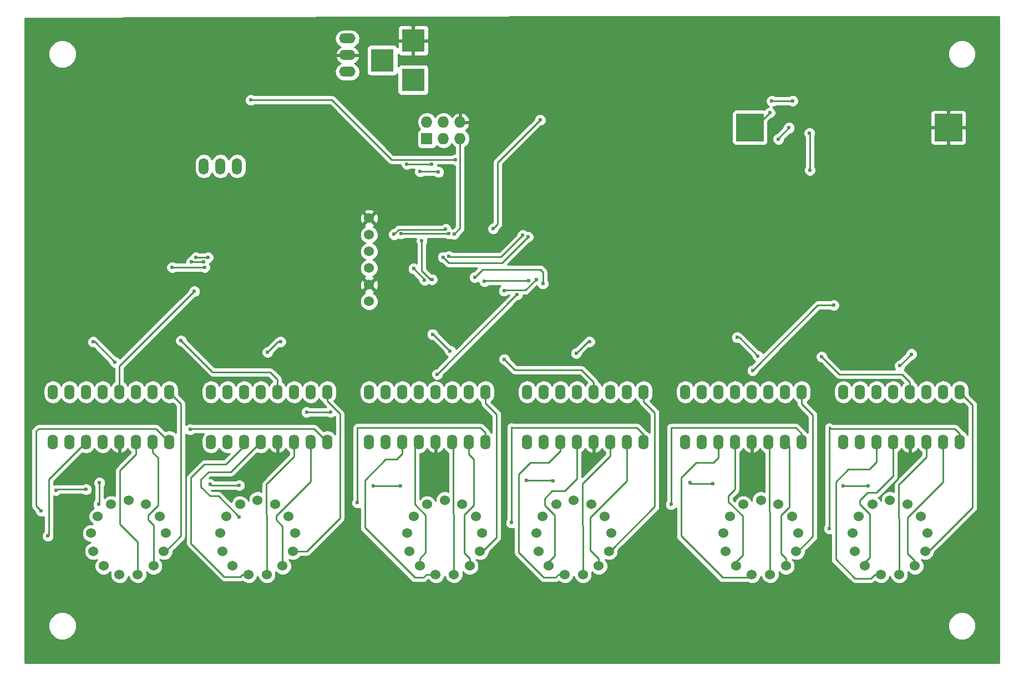
<source format=gbl>
G04 #@! TF.FileFunction,Copper,L2,Bot,Signal*
%FSLAX46Y46*%
G04 Gerber Fmt 4.6, Leading zero omitted, Abs format (unit mm)*
G04 Created by KiCad (PCBNEW (2015-06-14 BZR 5747, Git dc9ebf3)-product) date 8/2/2015 5:58:44 PM*
%MOMM*%
G01*
G04 APERTURE LIST*
%ADD10C,0.100000*%
%ADD11O,1.600000X2.300000*%
%ADD12C,1.524000*%
%ADD13R,3.500120X3.500120*%
%ADD14R,1.727200X1.727200*%
%ADD15O,1.727200X1.727200*%
%ADD16R,4.200000X4.200000*%
%ADD17O,1.501140X2.499360*%
%ADD18O,2.499360X1.501140*%
%ADD19C,0.600000*%
%ADD20C,0.250000*%
%ADD21C,0.254000*%
G04 APERTURE END LIST*
D10*
D11*
X163195000Y-116967000D03*
X160655000Y-116967000D03*
X158115000Y-116967000D03*
X155575000Y-116967000D03*
X153035000Y-116967000D03*
X150495000Y-116967000D03*
X147955000Y-116967000D03*
X145415000Y-116967000D03*
X145415000Y-124587000D03*
X147955000Y-124587000D03*
X150495000Y-124587000D03*
X153035000Y-124587000D03*
X155575000Y-124587000D03*
X158115000Y-124587000D03*
X160655000Y-124587000D03*
X163195000Y-124587000D03*
X187325000Y-116967000D03*
X184785000Y-116967000D03*
X182245000Y-116967000D03*
X179705000Y-116967000D03*
X177165000Y-116967000D03*
X174625000Y-116967000D03*
X172085000Y-116967000D03*
X169545000Y-116967000D03*
X169545000Y-124587000D03*
X172085000Y-124587000D03*
X174625000Y-124587000D03*
X177165000Y-124587000D03*
X179705000Y-124587000D03*
X182245000Y-124587000D03*
X184785000Y-124587000D03*
X187325000Y-124587000D03*
X66675000Y-116967000D03*
X64135000Y-116967000D03*
X61595000Y-116967000D03*
X59055000Y-116967000D03*
X56515000Y-116967000D03*
X53975000Y-116967000D03*
X51435000Y-116967000D03*
X48895000Y-116967000D03*
X48895000Y-124587000D03*
X51435000Y-124587000D03*
X53975000Y-124587000D03*
X56515000Y-124587000D03*
X59055000Y-124587000D03*
X61595000Y-124587000D03*
X64135000Y-124587000D03*
X66675000Y-124587000D03*
X90805000Y-116967000D03*
X88265000Y-116967000D03*
X85725000Y-116967000D03*
X83185000Y-116967000D03*
X80645000Y-116967000D03*
X78105000Y-116967000D03*
X75565000Y-116967000D03*
X73025000Y-116967000D03*
X73025000Y-124587000D03*
X75565000Y-124587000D03*
X78105000Y-124587000D03*
X80645000Y-124587000D03*
X83185000Y-124587000D03*
X85725000Y-124587000D03*
X88265000Y-124587000D03*
X90805000Y-124587000D03*
X114935000Y-116967000D03*
X112395000Y-116967000D03*
X109855000Y-116967000D03*
X107315000Y-116967000D03*
X104775000Y-116967000D03*
X102235000Y-116967000D03*
X99695000Y-116967000D03*
X97155000Y-116967000D03*
X97155000Y-124587000D03*
X99695000Y-124587000D03*
X102235000Y-124587000D03*
X104775000Y-124587000D03*
X107315000Y-124587000D03*
X109855000Y-124587000D03*
X112395000Y-124587000D03*
X114935000Y-124587000D03*
X139065000Y-116967000D03*
X136525000Y-116967000D03*
X133985000Y-116967000D03*
X131445000Y-116967000D03*
X128905000Y-116967000D03*
X126365000Y-116967000D03*
X123825000Y-116967000D03*
X121285000Y-116967000D03*
X121285000Y-124587000D03*
X123825000Y-124587000D03*
X126365000Y-124587000D03*
X128905000Y-124587000D03*
X131445000Y-124587000D03*
X133985000Y-124587000D03*
X136525000Y-124587000D03*
X139065000Y-124587000D03*
D12*
X60460000Y-133457000D03*
X57790000Y-134117000D03*
X55730000Y-135937000D03*
X54750000Y-138517000D03*
X55080000Y-141247000D03*
X56650000Y-143507000D03*
X59080000Y-144787000D03*
X61840000Y-144787000D03*
X64270000Y-143507000D03*
X65840000Y-141247000D03*
X66170000Y-138517000D03*
X65190000Y-135937000D03*
X63130000Y-134117000D03*
X80145000Y-133457000D03*
X77475000Y-134117000D03*
X75415000Y-135937000D03*
X74435000Y-138517000D03*
X74765000Y-141247000D03*
X76335000Y-143507000D03*
X78765000Y-144787000D03*
X81525000Y-144787000D03*
X83955000Y-143507000D03*
X85525000Y-141247000D03*
X85855000Y-138517000D03*
X84875000Y-135937000D03*
X82815000Y-134117000D03*
X108720000Y-133457000D03*
X106050000Y-134117000D03*
X103990000Y-135937000D03*
X103010000Y-138517000D03*
X103340000Y-141247000D03*
X104910000Y-143507000D03*
X107340000Y-144787000D03*
X110100000Y-144787000D03*
X112530000Y-143507000D03*
X114100000Y-141247000D03*
X114430000Y-138517000D03*
X113450000Y-135937000D03*
X111390000Y-134117000D03*
X128405000Y-133457000D03*
X125735000Y-134117000D03*
X123675000Y-135937000D03*
X122695000Y-138517000D03*
X123025000Y-141247000D03*
X124595000Y-143507000D03*
X127025000Y-144787000D03*
X129785000Y-144787000D03*
X132215000Y-143507000D03*
X133785000Y-141247000D03*
X134115000Y-138517000D03*
X133135000Y-135937000D03*
X131075000Y-134117000D03*
X156980000Y-133457000D03*
X154310000Y-134117000D03*
X152250000Y-135937000D03*
X151270000Y-138517000D03*
X151600000Y-141247000D03*
X153170000Y-143507000D03*
X155600000Y-144787000D03*
X158360000Y-144787000D03*
X160790000Y-143507000D03*
X162360000Y-141247000D03*
X162690000Y-138517000D03*
X161710000Y-135937000D03*
X159650000Y-134117000D03*
X176665000Y-133457000D03*
X173995000Y-134117000D03*
X171935000Y-135937000D03*
X170955000Y-138517000D03*
X171285000Y-141247000D03*
X172855000Y-143507000D03*
X175285000Y-144787000D03*
X178045000Y-144787000D03*
X180475000Y-143507000D03*
X182045000Y-141247000D03*
X182375000Y-138517000D03*
X181395000Y-135937000D03*
X179335000Y-134117000D03*
D13*
X103886000Y-69319140D03*
X103886000Y-63319660D03*
X99187000Y-66319400D03*
D14*
X105981500Y-78295500D03*
D15*
X105981500Y-75755500D03*
X108521500Y-78295500D03*
X108521500Y-75755500D03*
X111061500Y-78295500D03*
X111061500Y-75755500D03*
D16*
X155284000Y-76581000D03*
X185584000Y-76581000D03*
D12*
X97174000Y-103124000D03*
X97174000Y-100584000D03*
X97174000Y-98044000D03*
X97174000Y-95504000D03*
X97174000Y-92964000D03*
X97174000Y-90424000D03*
D17*
X74485500Y-82486500D03*
X77025500Y-82486500D03*
X71945500Y-82486500D03*
D18*
X93853000Y-65532000D03*
X93853000Y-68072000D03*
X93853000Y-62992000D03*
D19*
X87619840Y-120030240D03*
X91307920Y-120030240D03*
X161269680Y-76626720D03*
X159654240Y-78333600D03*
X156484320Y-111434880D03*
X153334720Y-108610400D03*
X125531880Y-73091040D03*
X116936520Y-71399400D03*
X134462520Y-89199720D03*
X176255680Y-72786240D03*
X74935080Y-105864660D03*
X123809760Y-106471720D03*
X172059600Y-107777280D03*
X181287420Y-120769380D03*
X157152340Y-120759220D03*
X133014720Y-120761760D03*
X108894880Y-120741440D03*
X60624720Y-120736360D03*
X84714080Y-120840500D03*
X91866720Y-76865480D03*
X92712540Y-76870560D03*
X95691960Y-72763380D03*
X95478600Y-71970900D03*
X99669600Y-91013280D03*
X112395000Y-89598500D03*
X112522000Y-91249500D03*
X69532500Y-73723500D03*
X164454840Y-83065620D03*
X164385000Y-77435720D03*
X179933600Y-111173260D03*
X178173380Y-112933480D03*
X128788160Y-111028480D03*
X130799840Y-109260640D03*
X106842560Y-108143040D03*
X109524800Y-110683040D03*
X83652360Y-109273340D03*
X81668620Y-110865920D03*
X55069740Y-109301280D03*
X58394600Y-112402620D03*
X109331760Y-96255840D03*
X120624600Y-93040200D03*
X158648400Y-72542400D03*
X161813240Y-72506840D03*
X108463080Y-96377760D03*
X121432320Y-93258640D03*
X110363000Y-81470500D03*
X79121000Y-72390000D03*
X104965500Y-83312000D03*
X107759500Y-83375500D03*
X102933500Y-82169000D03*
X106743500Y-82169000D03*
X110172500Y-92837000D03*
X149606000Y-130937000D03*
X146177000Y-130810000D03*
X143256000Y-134112000D03*
X166243000Y-111569500D03*
X173355000Y-131318000D03*
X169545000Y-131318000D03*
X167386000Y-137795000D03*
X68453000Y-109093000D03*
X70485000Y-101600000D03*
X70040500Y-97091500D03*
X71882000Y-97091500D03*
X103967280Y-98125280D03*
X105643680Y-99867720D03*
X122682000Y-99745800D03*
X117774720Y-101513640D03*
X70739000Y-96393000D03*
X72580500Y-96393000D03*
X105196640Y-93853000D03*
X106756200Y-99771200D03*
X123698000Y-100411280D03*
X113273840Y-99435920D03*
X72072500Y-97917000D03*
X67119500Y-97917000D03*
X117792500Y-111950500D03*
X114787680Y-100055680D03*
X121513600Y-99974400D03*
X49403000Y-131953000D03*
X53975000Y-131826000D03*
X48133000Y-138938000D03*
X55880000Y-134112000D03*
X56007000Y-130810000D03*
X47117000Y-135128000D03*
X77343000Y-131191000D03*
X72898000Y-131064000D03*
X77343000Y-136017000D03*
X69850000Y-122682000D03*
X101981000Y-131318000D03*
X97790000Y-131318000D03*
X95377000Y-133858000D03*
X125222000Y-130556000D03*
X121158000Y-130429000D03*
X118872000Y-136906000D03*
X155702000Y-113665000D03*
X168084500Y-103695500D03*
X119761000Y-102108000D03*
X107569000Y-114236500D03*
X158333440Y-74310240D03*
X108859320Y-92115640D03*
X100990400Y-92882720D03*
X109372400Y-92776040D03*
X102011480Y-92791280D03*
X116113560Y-92019120D03*
X123271280Y-75438000D03*
D20*
X87619840Y-120030240D02*
X91307920Y-120030240D01*
X159654240Y-78333600D02*
X159654240Y-78242160D01*
X159654240Y-78242160D02*
X161269680Y-76626720D01*
X153334720Y-108610400D02*
X153659840Y-108610400D01*
X153659840Y-108610400D02*
X156484320Y-111434880D01*
X123913900Y-106367580D02*
X123913900Y-106299000D01*
X123809760Y-106471720D02*
X123913900Y-106367580D01*
X95478600Y-71970900D02*
X95478600Y-72161400D01*
X99669600Y-91013280D02*
X99669600Y-89794080D01*
X164454840Y-77505560D02*
X164454840Y-83065620D01*
X164385000Y-77435720D02*
X164454840Y-77505560D01*
X178173380Y-112933480D02*
X179933600Y-111173260D01*
X128788160Y-111028480D02*
X130556000Y-109260640D01*
X130556000Y-109260640D02*
X130799840Y-109260640D01*
X106984800Y-108143040D02*
X106842560Y-108143040D01*
X109524800Y-110683040D02*
X106984800Y-108143040D01*
X83261200Y-109273340D02*
X83652360Y-109273340D01*
X81668620Y-110865920D02*
X83261200Y-109273340D01*
X55293260Y-109301280D02*
X55069740Y-109301280D01*
X58394600Y-112402620D02*
X55293260Y-109301280D01*
X109331760Y-96255840D02*
X109413040Y-96337120D01*
X109413040Y-96337120D02*
X117327680Y-96337120D01*
X117327680Y-96337120D02*
X120624600Y-93040200D01*
X158648400Y-72542400D02*
X158683960Y-72506840D01*
X158683960Y-72506840D02*
X161813240Y-72506840D01*
X108463080Y-96377760D02*
X109316520Y-97231200D01*
X109316520Y-97231200D02*
X117459760Y-97231200D01*
X117459760Y-97231200D02*
X121432320Y-93258640D01*
X79121000Y-72390000D02*
X91503500Y-72390000D01*
X100584000Y-81470500D02*
X110363000Y-81470500D01*
X91503500Y-72390000D02*
X100584000Y-81470500D01*
X79057500Y-72453500D02*
X79121000Y-72390000D01*
X107696000Y-83312000D02*
X104965500Y-83312000D01*
X107759500Y-83375500D02*
X107696000Y-83312000D01*
X106743500Y-82169000D02*
X102933500Y-82169000D01*
X111061500Y-91948000D02*
X111061500Y-78295500D01*
X110172500Y-92837000D02*
X111061500Y-91948000D01*
X163195000Y-118745000D02*
X163195000Y-116967000D01*
X164909500Y-120459500D02*
X163195000Y-118745000D01*
X164909500Y-139001500D02*
X164909500Y-120459500D01*
X162664000Y-141247000D02*
X164909500Y-139001500D01*
X162360000Y-141247000D02*
X162664000Y-141247000D01*
X149606000Y-130937000D02*
X146177000Y-130937000D01*
X146177000Y-130937000D02*
X146177000Y-130810000D01*
X150495000Y-127000000D02*
X150495000Y-124587000D01*
X149733000Y-127762000D02*
X150495000Y-127000000D01*
X147066000Y-127762000D02*
X149733000Y-127762000D01*
X144780000Y-130048000D02*
X147066000Y-127762000D01*
X144780000Y-138938000D02*
X144780000Y-130048000D01*
X151130000Y-145288000D02*
X144780000Y-138938000D01*
X154940000Y-145288000D02*
X151130000Y-145288000D01*
X155441000Y-144787000D02*
X154940000Y-145288000D01*
X155600000Y-144787000D02*
X155441000Y-144787000D01*
X153035000Y-131826000D02*
X153035000Y-124587000D01*
X152019000Y-132842000D02*
X153035000Y-131826000D01*
X152019000Y-133731000D02*
X152019000Y-132842000D01*
X154178000Y-135890000D02*
X152019000Y-133731000D01*
X154178000Y-141859000D02*
X154178000Y-135890000D01*
X153170000Y-142867000D02*
X154178000Y-141859000D01*
X153170000Y-143507000D02*
X153170000Y-142867000D01*
X158305500Y-124777500D02*
X158115000Y-124587000D01*
X158360000Y-135246000D02*
X158305500Y-135191500D01*
X158305500Y-135191500D02*
X158305500Y-124777500D01*
X158360000Y-144787000D02*
X158360000Y-135246000D01*
X161290000Y-125222000D02*
X160655000Y-124587000D01*
X160790000Y-142375000D02*
X160020000Y-141605000D01*
X160020000Y-141605000D02*
X160020000Y-135763000D01*
X160020000Y-135763000D02*
X161290000Y-134493000D01*
X161290000Y-134493000D02*
X161290000Y-125222000D01*
X160790000Y-143507000D02*
X160790000Y-142375000D01*
X143256000Y-134112000D02*
X143256000Y-122428000D01*
X143256000Y-122428000D02*
X143637000Y-122428000D01*
X143637000Y-122428000D02*
X162306000Y-122428000D01*
X162306000Y-122428000D02*
X163195000Y-123317000D01*
X163195000Y-123317000D02*
X163195000Y-124587000D01*
X189293500Y-118935500D02*
X187325000Y-116967000D01*
X189293500Y-134556500D02*
X189293500Y-118935500D01*
X182603000Y-141247000D02*
X189293500Y-134556500D01*
X182045000Y-141247000D02*
X182603000Y-141247000D01*
X166243000Y-111569500D02*
X168910000Y-114236500D01*
X168910000Y-114236500D02*
X178498500Y-114236500D01*
X178498500Y-114236500D02*
X179705000Y-115443000D01*
X179705000Y-115443000D02*
X179705000Y-116967000D01*
X173355000Y-131318000D02*
X169545000Y-131318000D01*
X174364000Y-144787000D02*
X173736000Y-145415000D01*
X173736000Y-145415000D02*
X171323000Y-145415000D01*
X171323000Y-145415000D02*
X168402000Y-142494000D01*
X168402000Y-142494000D02*
X168402000Y-130683000D01*
X168402000Y-130683000D02*
X170307000Y-128778000D01*
X170307000Y-128778000D02*
X173482000Y-128778000D01*
X173482000Y-128778000D02*
X174625000Y-127635000D01*
X174625000Y-127635000D02*
X174625000Y-124587000D01*
X175285000Y-144787000D02*
X174364000Y-144787000D01*
X177165000Y-129794000D02*
X177165000Y-124587000D01*
X174625000Y-132334000D02*
X177165000Y-129794000D01*
X173228000Y-132334000D02*
X174625000Y-132334000D01*
X172085000Y-133477000D02*
X173228000Y-132334000D01*
X172085000Y-134112000D02*
X172085000Y-133477000D01*
X173609000Y-135636000D02*
X172085000Y-134112000D01*
X173609000Y-142240000D02*
X173609000Y-135636000D01*
X172855000Y-142994000D02*
X173609000Y-142240000D01*
X172855000Y-143507000D02*
X172855000Y-142994000D01*
X178045000Y-136262000D02*
X177990500Y-136207500D01*
X177990500Y-136207500D02*
X177990500Y-131127500D01*
X177990500Y-131127500D02*
X182245000Y-126873000D01*
X182245000Y-126873000D02*
X182245000Y-124587000D01*
X178045000Y-144787000D02*
X178045000Y-136262000D01*
X180475000Y-142692500D02*
X179387500Y-141605000D01*
X179387500Y-141605000D02*
X179387500Y-136080500D01*
X179387500Y-136080500D02*
X184785000Y-130683000D01*
X184785000Y-130683000D02*
X184785000Y-124587000D01*
X180475000Y-143507000D02*
X180475000Y-142692500D01*
X187325000Y-123317000D02*
X187325000Y-124587000D01*
X186563000Y-122555000D02*
X187325000Y-123317000D01*
X167640000Y-122555000D02*
X186563000Y-122555000D01*
X167386000Y-122301000D02*
X167640000Y-122555000D01*
X167386000Y-137795000D02*
X167386000Y-122301000D01*
X68453000Y-109093000D02*
X73279000Y-113919000D01*
X73279000Y-113919000D02*
X80137000Y-113919000D01*
X80137000Y-113919000D02*
X82042000Y-113919000D01*
X82042000Y-113919000D02*
X83185000Y-115062000D01*
X83185000Y-115062000D02*
X83185000Y-116967000D01*
X70485000Y-101600000D02*
X59055000Y-113030000D01*
X59055000Y-113030000D02*
X59055000Y-116967000D01*
X71882000Y-97091500D02*
X70040500Y-97091500D01*
X103967280Y-98125280D02*
X105643680Y-99801680D01*
X105643680Y-99801680D02*
X105643680Y-99867720D01*
X122682000Y-99745800D02*
X121005600Y-101422200D01*
X121005600Y-101422200D02*
X117866160Y-101422200D01*
X117866160Y-101422200D02*
X117774720Y-101513640D01*
X72580500Y-96393000D02*
X70739000Y-96393000D01*
X105196640Y-93853000D02*
X105196640Y-98435160D01*
X105196640Y-98435160D02*
X106532680Y-99771200D01*
X106532680Y-99771200D02*
X106756200Y-99771200D01*
X123698000Y-100411280D02*
X123728480Y-100380800D01*
X123728480Y-100380800D02*
X123728480Y-98658680D01*
X123728480Y-98658680D02*
X123291600Y-98221800D01*
X123291600Y-98221800D02*
X114487960Y-98221800D01*
X114487960Y-98221800D02*
X113273840Y-99435920D01*
X67119500Y-97917000D02*
X72072500Y-97917000D01*
X117792500Y-111950500D02*
X119443500Y-113601500D01*
X119443500Y-113601500D02*
X129603500Y-113601500D01*
X129603500Y-113601500D02*
X131445000Y-115443000D01*
X131445000Y-115443000D02*
X131445000Y-116967000D01*
X114787680Y-100055680D02*
X114868960Y-99974400D01*
X114868960Y-99974400D02*
X121513600Y-99974400D01*
X68453000Y-118745000D02*
X66675000Y-116967000D01*
X68453000Y-138938000D02*
X68453000Y-118745000D01*
X66144000Y-141247000D02*
X68453000Y-138938000D01*
X65840000Y-141247000D02*
X66144000Y-141247000D01*
X49530000Y-131826000D02*
X49403000Y-131953000D01*
X53975000Y-131826000D02*
X49530000Y-131826000D01*
X48133000Y-138938000D02*
X48260000Y-138811000D01*
X48260000Y-138811000D02*
X48260000Y-130302000D01*
X48260000Y-130302000D02*
X53975000Y-124587000D01*
X55880000Y-134112000D02*
X56007000Y-133985000D01*
X56007000Y-133985000D02*
X56007000Y-130810000D01*
X61840000Y-139818000D02*
X59118500Y-137096500D01*
X59118500Y-137096500D02*
X59118500Y-128905000D01*
X59118500Y-128905000D02*
X61595000Y-126428500D01*
X61595000Y-126428500D02*
X61595000Y-124587000D01*
X61840000Y-144787000D02*
X61840000Y-139818000D01*
X64270000Y-137295000D02*
X63436500Y-136461500D01*
X63436500Y-136461500D02*
X63436500Y-135763000D01*
X63436500Y-135763000D02*
X64960500Y-134239000D01*
X64960500Y-134239000D02*
X64960500Y-127000000D01*
X64960500Y-127000000D02*
X64135000Y-126174500D01*
X64135000Y-126174500D02*
X64135000Y-124587000D01*
X64270000Y-143507000D02*
X64270000Y-137295000D01*
X47117000Y-135128000D02*
X46355000Y-134366000D01*
X46355000Y-134366000D02*
X46355000Y-122936000D01*
X46355000Y-122936000D02*
X46736000Y-122555000D01*
X46736000Y-122555000D02*
X64643000Y-122555000D01*
X64643000Y-122555000D02*
X66675000Y-124587000D01*
X87670500Y-141247000D02*
X92710000Y-136207500D01*
X92710000Y-136207500D02*
X92710000Y-120269000D01*
X92710000Y-120269000D02*
X90805000Y-118364000D01*
X90805000Y-118364000D02*
X90805000Y-116967000D01*
X85525000Y-141247000D02*
X87670500Y-141247000D01*
X77343000Y-131191000D02*
X73025000Y-131191000D01*
X73025000Y-131191000D02*
X72898000Y-131064000D01*
X78105000Y-125222000D02*
X78105000Y-124587000D01*
X77844000Y-144787000D02*
X77470000Y-145161000D01*
X77470000Y-145161000D02*
X75057000Y-145161000D01*
X75057000Y-145161000D02*
X69977000Y-140081000D01*
X69977000Y-140081000D02*
X69977000Y-130048000D01*
X69977000Y-130048000D02*
X72009000Y-128016000D01*
X72009000Y-128016000D02*
X75311000Y-128016000D01*
X75311000Y-128016000D02*
X78105000Y-125222000D01*
X78765000Y-144787000D02*
X77844000Y-144787000D01*
X77343000Y-136017000D02*
X74168000Y-132842000D01*
X74168000Y-132842000D02*
X72898000Y-132842000D01*
X72898000Y-132842000D02*
X71501000Y-131445000D01*
X71501000Y-131445000D02*
X71501000Y-130302000D01*
X71501000Y-130302000D02*
X72644000Y-129159000D01*
X72644000Y-129159000D02*
X76073000Y-129159000D01*
X76073000Y-129159000D02*
X80645000Y-124587000D01*
X81525000Y-135690500D02*
X81470500Y-135636000D01*
X81470500Y-135636000D02*
X81470500Y-131064000D01*
X81470500Y-131064000D02*
X85725000Y-126809500D01*
X85725000Y-126809500D02*
X85725000Y-124587000D01*
X81525000Y-144787000D02*
X81525000Y-135690500D01*
X83955000Y-137422000D02*
X82994500Y-136461500D01*
X82994500Y-136461500D02*
X82994500Y-135890000D01*
X82994500Y-135890000D02*
X88265000Y-130619500D01*
X88265000Y-130619500D02*
X88265000Y-124587000D01*
X83955000Y-143507000D02*
X83955000Y-137422000D01*
X88773000Y-122555000D02*
X90805000Y-124587000D01*
X69977000Y-122555000D02*
X88773000Y-122555000D01*
X69850000Y-122682000D02*
X69977000Y-122555000D01*
X114935000Y-118681500D02*
X114935000Y-116967000D01*
X116649500Y-120396000D02*
X114935000Y-118681500D01*
X116649500Y-139128500D02*
X116649500Y-120396000D01*
X114531000Y-141247000D02*
X116649500Y-139128500D01*
X114100000Y-141247000D02*
X114531000Y-141247000D01*
X101981000Y-131318000D02*
X97790000Y-131318000D01*
X105911000Y-144787000D02*
X105410000Y-145288000D01*
X105410000Y-145288000D02*
X104140000Y-145288000D01*
X104140000Y-145288000D02*
X96520000Y-137668000D01*
X96520000Y-137668000D02*
X96520000Y-130429000D01*
X96520000Y-130429000D02*
X99695000Y-127254000D01*
X99695000Y-127254000D02*
X101346000Y-127254000D01*
X101346000Y-127254000D02*
X102235000Y-126365000D01*
X102235000Y-126365000D02*
X102235000Y-124587000D01*
X107340000Y-144787000D02*
X105911000Y-144787000D01*
X104140000Y-125222000D02*
X104775000Y-124587000D01*
X104910000Y-142359000D02*
X105791000Y-141478000D01*
X105791000Y-141478000D02*
X105791000Y-135763000D01*
X105791000Y-135763000D02*
X104140000Y-134112000D01*
X104140000Y-134112000D02*
X104140000Y-125222000D01*
X104910000Y-143507000D02*
X104910000Y-142359000D01*
X110045500Y-124777500D02*
X109855000Y-124587000D01*
X110100000Y-135563500D02*
X110045500Y-135509000D01*
X110045500Y-135509000D02*
X110045500Y-124777500D01*
X110100000Y-144787000D02*
X110100000Y-135563500D01*
X112530000Y-142375000D02*
X111696500Y-141541500D01*
X111696500Y-141541500D02*
X111696500Y-135699500D01*
X111696500Y-135699500D02*
X113157000Y-134239000D01*
X113157000Y-134239000D02*
X113157000Y-127190500D01*
X113157000Y-127190500D02*
X112395000Y-126428500D01*
X112395000Y-126428500D02*
X112395000Y-124587000D01*
X112530000Y-143507000D02*
X112530000Y-142375000D01*
X114935000Y-123190000D02*
X114935000Y-124587000D01*
X114173000Y-122428000D02*
X114935000Y-123190000D01*
X95377000Y-122428000D02*
X114173000Y-122428000D01*
X95377000Y-133858000D02*
X95377000Y-122428000D01*
X139065000Y-118427500D02*
X139065000Y-116967000D01*
X140779500Y-120142000D02*
X139065000Y-118427500D01*
X140779500Y-134429500D02*
X140779500Y-120142000D01*
X133962000Y-141247000D02*
X140779500Y-134429500D01*
X133785000Y-141247000D02*
X133962000Y-141247000D01*
X125222000Y-130556000D02*
X125095000Y-130429000D01*
X125095000Y-130429000D02*
X121158000Y-130429000D01*
X126104000Y-144787000D02*
X125603000Y-145288000D01*
X125603000Y-145288000D02*
X123825000Y-145288000D01*
X123825000Y-145288000D02*
X120015000Y-141478000D01*
X120015000Y-141478000D02*
X120015000Y-129540000D01*
X120015000Y-129540000D02*
X121793000Y-127762000D01*
X121793000Y-127762000D02*
X124587000Y-127762000D01*
X124587000Y-127762000D02*
X126365000Y-125984000D01*
X126365000Y-125984000D02*
X126365000Y-124587000D01*
X127025000Y-144787000D02*
X126104000Y-144787000D01*
X128905000Y-130175000D02*
X128905000Y-124587000D01*
X127000000Y-132080000D02*
X128905000Y-130175000D01*
X125095000Y-132080000D02*
X127000000Y-132080000D01*
X123952000Y-133223000D02*
X125095000Y-132080000D01*
X123952000Y-134239000D02*
X123952000Y-133223000D01*
X125476000Y-135763000D02*
X123952000Y-134239000D01*
X125476000Y-141986000D02*
X125476000Y-135763000D01*
X124595000Y-142867000D02*
X125476000Y-141986000D01*
X124595000Y-143507000D02*
X124595000Y-142867000D01*
X129785000Y-137341500D02*
X129730500Y-137287000D01*
X129730500Y-137287000D02*
X129730500Y-130937000D01*
X129730500Y-130937000D02*
X133985000Y-126682500D01*
X133985000Y-126682500D02*
X133985000Y-124587000D01*
X129785000Y-144787000D02*
X129785000Y-137341500D01*
X132215000Y-142375000D02*
X130937000Y-141097000D01*
X130937000Y-141097000D02*
X130937000Y-136144000D01*
X130937000Y-136144000D02*
X136525000Y-130556000D01*
X136525000Y-130556000D02*
X136525000Y-124587000D01*
X132215000Y-143507000D02*
X132215000Y-142375000D01*
X139065000Y-123444000D02*
X139065000Y-124587000D01*
X138049000Y-122428000D02*
X139065000Y-123444000D01*
X118999000Y-122428000D02*
X138049000Y-122428000D01*
X118872000Y-122301000D02*
X118999000Y-122428000D01*
X118872000Y-136906000D02*
X118872000Y-122301000D01*
X155702000Y-113665000D02*
X165671500Y-103695500D01*
X165671500Y-103695500D02*
X167449500Y-103695500D01*
X167449500Y-103695500D02*
X168084500Y-103695500D01*
X119697500Y-102108000D02*
X119761000Y-102108000D01*
X107569000Y-114236500D02*
X119697500Y-102108000D01*
X156062680Y-76581000D02*
X158333440Y-74310240D01*
X155284000Y-76581000D02*
X156062680Y-76581000D01*
X108859320Y-92115640D02*
X108844080Y-92130880D01*
X108844080Y-92130880D02*
X101742240Y-92130880D01*
X101742240Y-92130880D02*
X100990400Y-92882720D01*
X109372400Y-92776040D02*
X109357160Y-92791280D01*
X109357160Y-92791280D02*
X102011480Y-92791280D01*
X116113560Y-92019120D02*
X116819680Y-91313000D01*
X116819680Y-91313000D02*
X116819680Y-81889600D01*
X116819680Y-81889600D02*
X123271280Y-75438000D01*
D21*
G36*
X193315000Y-158315000D02*
X193315000Y-158315000D01*
X44685000Y-158315000D01*
X44685000Y-150516090D01*
X49930145Y-150516090D01*
X49145160Y-150840440D01*
X48544051Y-151440501D01*
X48218332Y-152224919D01*
X48217590Y-153074275D01*
X48541940Y-153859260D01*
X49142001Y-154460369D01*
X49926419Y-154786088D01*
X50775775Y-154786830D01*
X51560760Y-154462480D01*
X52161869Y-153862419D01*
X52487588Y-153078001D01*
X52488330Y-152228645D01*
X52163980Y-151443660D01*
X51563919Y-150842551D01*
X50779501Y-150516832D01*
X49930145Y-150516090D01*
X44685000Y-150516090D01*
X44685000Y-150508470D01*
X187222225Y-150508470D01*
X186437240Y-150832820D01*
X185836131Y-151432881D01*
X185510412Y-152217299D01*
X185509670Y-153066655D01*
X185834020Y-153851640D01*
X186434081Y-154452749D01*
X187218499Y-154778468D01*
X188067855Y-154779210D01*
X188852840Y-154454860D01*
X189453949Y-153854799D01*
X189779668Y-153070381D01*
X189780410Y-152221025D01*
X189456060Y-151436040D01*
X188855999Y-150834931D01*
X188071581Y-150509212D01*
X187222225Y-150508470D01*
X44685000Y-150508470D01*
X44685000Y-100664838D01*
X70299833Y-100664838D01*
X69956057Y-100806883D01*
X69692808Y-101069673D01*
X69550162Y-101413201D01*
X69550121Y-101460077D01*
X59162141Y-111848057D01*
X58924927Y-111610428D01*
X58581399Y-111467782D01*
X58534523Y-111467741D01*
X55879572Y-108812790D01*
X55862857Y-108772337D01*
X55600067Y-108509088D01*
X55256539Y-108366442D01*
X54884573Y-108366118D01*
X54540797Y-108508163D01*
X54277548Y-108770953D01*
X54134902Y-109114481D01*
X54134578Y-109486447D01*
X54276623Y-109830223D01*
X54539413Y-110093472D01*
X54882941Y-110236118D01*
X55153532Y-110236354D01*
X57459478Y-112542300D01*
X57459438Y-112587787D01*
X57601483Y-112931563D01*
X57864273Y-113194812D01*
X58207801Y-113337458D01*
X58295000Y-113337534D01*
X58295000Y-115397148D01*
X58040302Y-115567332D01*
X57785000Y-115949418D01*
X57529698Y-115567332D01*
X57064151Y-115256263D01*
X56515000Y-115147030D01*
X55965849Y-115256263D01*
X55500302Y-115567332D01*
X55245000Y-115949418D01*
X54989698Y-115567332D01*
X54524151Y-115256263D01*
X53975000Y-115147030D01*
X53425849Y-115256263D01*
X52960302Y-115567332D01*
X52705000Y-115949418D01*
X52449698Y-115567332D01*
X51984151Y-115256263D01*
X51435000Y-115147030D01*
X50885849Y-115256263D01*
X50420302Y-115567332D01*
X50165000Y-115949418D01*
X49909698Y-115567332D01*
X49444151Y-115256263D01*
X48895000Y-115147030D01*
X48345849Y-115256263D01*
X47880302Y-115567332D01*
X47569233Y-116032879D01*
X47460000Y-116582030D01*
X47460000Y-117351970D01*
X47569233Y-117901121D01*
X47880302Y-118366668D01*
X48345849Y-118677737D01*
X48895000Y-118786970D01*
X49444151Y-118677737D01*
X49909698Y-118366668D01*
X50165000Y-117984582D01*
X50420302Y-118366668D01*
X50885849Y-118677737D01*
X51435000Y-118786970D01*
X51984151Y-118677737D01*
X52449698Y-118366668D01*
X52705000Y-117984582D01*
X52960302Y-118366668D01*
X53425849Y-118677737D01*
X53975000Y-118786970D01*
X54524151Y-118677737D01*
X54989698Y-118366668D01*
X55245000Y-117984582D01*
X55500302Y-118366668D01*
X55965849Y-118677737D01*
X56515000Y-118786970D01*
X57064151Y-118677737D01*
X57529698Y-118366668D01*
X57785000Y-117984582D01*
X58040302Y-118366668D01*
X58505849Y-118677737D01*
X59055000Y-118786970D01*
X59604151Y-118677737D01*
X60069698Y-118366668D01*
X60325000Y-117984582D01*
X60580302Y-118366668D01*
X61045849Y-118677737D01*
X61595000Y-118786970D01*
X62144151Y-118677737D01*
X62609698Y-118366668D01*
X62865000Y-117984582D01*
X63120302Y-118366668D01*
X63585849Y-118677737D01*
X64135000Y-118786970D01*
X64684151Y-118677737D01*
X65149698Y-118366668D01*
X65405000Y-117984582D01*
X65660302Y-118366668D01*
X66125849Y-118677737D01*
X66675000Y-118786970D01*
X67224151Y-118677737D01*
X67276174Y-118642976D01*
X67693000Y-119059802D01*
X67693000Y-123192274D01*
X67689698Y-123187332D01*
X67224151Y-122876263D01*
X66675000Y-122767030D01*
X66125849Y-122876263D01*
X66073826Y-122911024D01*
X65180401Y-122017599D01*
X64933839Y-121852852D01*
X64643000Y-121795000D01*
X46736000Y-121795000D01*
X46445160Y-121852852D01*
X46198599Y-122017599D01*
X45817599Y-122398599D01*
X45652852Y-122645161D01*
X45595000Y-122936000D01*
X45595000Y-134366000D01*
X45652852Y-134656839D01*
X45817599Y-134903401D01*
X46181878Y-135267680D01*
X46181838Y-135313167D01*
X46323883Y-135656943D01*
X46586673Y-135920192D01*
X46930201Y-136062838D01*
X47302167Y-136063162D01*
X47500000Y-135981419D01*
X47500000Y-138248759D01*
X47340808Y-138407673D01*
X47198162Y-138751201D01*
X47197838Y-139123167D01*
X47339883Y-139466943D01*
X47602673Y-139730192D01*
X47946201Y-139872838D01*
X48318167Y-139873162D01*
X48661943Y-139731117D01*
X48925192Y-139468327D01*
X49067838Y-139124799D01*
X49068162Y-138752833D01*
X49020000Y-138636272D01*
X49020000Y-132806368D01*
X49216201Y-132887838D01*
X49588167Y-132888162D01*
X49931943Y-132746117D01*
X50092340Y-132586000D01*
X53412537Y-132586000D01*
X53444673Y-132618192D01*
X53788201Y-132760838D01*
X54160167Y-132761162D01*
X54503943Y-132619117D01*
X54767192Y-132356327D01*
X54909838Y-132012799D01*
X54910162Y-131640833D01*
X54768117Y-131297057D01*
X54505327Y-131033808D01*
X54161799Y-130891162D01*
X53789833Y-130890838D01*
X53446057Y-131032883D01*
X53412882Y-131066000D01*
X49705005Y-131066000D01*
X49589799Y-131018162D01*
X49217833Y-131017838D01*
X49020000Y-131099581D01*
X49020000Y-130616802D01*
X53373826Y-126262976D01*
X53425849Y-126297737D01*
X53975000Y-126406970D01*
X54524151Y-126297737D01*
X54989698Y-125986668D01*
X55245000Y-125604582D01*
X55500302Y-125986668D01*
X55965849Y-126297737D01*
X56515000Y-126406970D01*
X57064151Y-126297737D01*
X57529698Y-125986668D01*
X57782149Y-125608849D01*
X58130104Y-126041500D01*
X58623181Y-126311367D01*
X58705961Y-126328904D01*
X58928000Y-126206915D01*
X58928000Y-124714000D01*
X58908000Y-124714000D01*
X58908000Y-124460000D01*
X58928000Y-124460000D01*
X58928000Y-124440000D01*
X59182000Y-124440000D01*
X59182000Y-124460000D01*
X59202000Y-124460000D01*
X59202000Y-124714000D01*
X59182000Y-124714000D01*
X59182000Y-126206915D01*
X59404039Y-126328904D01*
X59486819Y-126311367D01*
X59979896Y-126041500D01*
X60327851Y-125608849D01*
X60580302Y-125986668D01*
X60809131Y-126139567D01*
X58581099Y-128367599D01*
X58416352Y-128614161D01*
X58358500Y-128905000D01*
X58358500Y-132840412D01*
X58069100Y-132720243D01*
X57513339Y-132719758D01*
X56999697Y-132931990D01*
X56767000Y-133164281D01*
X56767000Y-131372463D01*
X56799192Y-131340327D01*
X56941838Y-130996799D01*
X56942162Y-130624833D01*
X56800117Y-130281057D01*
X56537327Y-130017808D01*
X56193799Y-129875162D01*
X55821833Y-129874838D01*
X55478057Y-130016883D01*
X55214808Y-130279673D01*
X55072162Y-130623201D01*
X55071838Y-130995167D01*
X55213883Y-131338943D01*
X55247000Y-131372118D01*
X55247000Y-133422759D01*
X55087808Y-133581673D01*
X54945162Y-133925201D01*
X54944838Y-134297167D01*
X55086883Y-134640943D01*
X55122384Y-134676506D01*
X54939697Y-134751990D01*
X54546371Y-135144630D01*
X54333243Y-135657900D01*
X54332758Y-136213661D01*
X54544990Y-136727303D01*
X54937165Y-137120163D01*
X54473339Y-137119758D01*
X53959697Y-137331990D01*
X53566371Y-137724630D01*
X53353243Y-138237900D01*
X53352758Y-138793661D01*
X53564990Y-139307303D01*
X53957630Y-139700629D01*
X54470900Y-139913757D01*
X54648075Y-139913912D01*
X54289697Y-140061990D01*
X53896371Y-140454630D01*
X53683243Y-140967900D01*
X53682758Y-141523661D01*
X53894990Y-142037303D01*
X54287630Y-142430629D01*
X54800900Y-142643757D01*
X55356661Y-142644242D01*
X55664159Y-142517187D01*
X55466371Y-142714630D01*
X55253243Y-143227900D01*
X55252758Y-143783661D01*
X55464990Y-144297303D01*
X55857630Y-144690629D01*
X56370900Y-144903757D01*
X56926661Y-144904242D01*
X57440303Y-144692010D01*
X57724665Y-144408144D01*
X57683243Y-144507900D01*
X57682758Y-145063661D01*
X57894990Y-145577303D01*
X58287630Y-145970629D01*
X58800900Y-146183757D01*
X59356661Y-146184242D01*
X59870303Y-145972010D01*
X60263629Y-145579370D01*
X60460221Y-145105924D01*
X60654990Y-145577303D01*
X61047630Y-145970629D01*
X61560900Y-146183757D01*
X62116661Y-146184242D01*
X62630303Y-145972010D01*
X63023629Y-145579370D01*
X63236757Y-145066100D01*
X63237242Y-144510339D01*
X63194577Y-144407081D01*
X63477630Y-144690629D01*
X63990900Y-144903757D01*
X64546661Y-144904242D01*
X65060303Y-144692010D01*
X65453629Y-144299370D01*
X65666757Y-143786100D01*
X65667242Y-143230339D01*
X65455010Y-142716697D01*
X65255680Y-142517019D01*
X65560900Y-142643757D01*
X66116661Y-142644242D01*
X66630303Y-142432010D01*
X67023629Y-142039370D01*
X67236757Y-141526100D01*
X67237016Y-141228786D01*
X68990401Y-139475401D01*
X69155148Y-139228839D01*
X69213000Y-138938000D01*
X69213000Y-123367333D01*
X69319673Y-123474192D01*
X69663201Y-123616838D01*
X70035167Y-123617162D01*
X70378943Y-123475117D01*
X70539340Y-123315000D01*
X71924997Y-123315000D01*
X71699233Y-123652879D01*
X71590000Y-124202030D01*
X71590000Y-124971970D01*
X71699233Y-125521121D01*
X72010302Y-125986668D01*
X72475849Y-126297737D01*
X73025000Y-126406970D01*
X73574151Y-126297737D01*
X74039698Y-125986668D01*
X74295000Y-125604582D01*
X74550302Y-125986668D01*
X75015849Y-126297737D01*
X75565000Y-126406970D01*
X75914809Y-126337389D01*
X74996198Y-127256000D01*
X72009000Y-127256000D01*
X71718161Y-127313852D01*
X71471599Y-127478599D01*
X69439599Y-129510599D01*
X69274852Y-129757161D01*
X69217000Y-130048000D01*
X69217000Y-140081000D01*
X69274852Y-140371839D01*
X69439599Y-140618401D01*
X74519599Y-145698401D01*
X74766161Y-145863148D01*
X75057000Y-145921000D01*
X77470000Y-145921000D01*
X77760839Y-145863148D01*
X77823525Y-145821263D01*
X77972630Y-145970629D01*
X78485900Y-146183757D01*
X79041661Y-146184242D01*
X79555303Y-145972010D01*
X79948629Y-145579370D01*
X80145221Y-145105924D01*
X80339990Y-145577303D01*
X80732630Y-145970629D01*
X81245900Y-146183757D01*
X81801661Y-146184242D01*
X82315303Y-145972010D01*
X82708629Y-145579370D01*
X82921757Y-145066100D01*
X82922242Y-144510339D01*
X82879577Y-144407081D01*
X83162630Y-144690629D01*
X83675900Y-144903757D01*
X84231661Y-144904242D01*
X84745303Y-144692010D01*
X85138629Y-144299370D01*
X85351757Y-143786100D01*
X85352242Y-143230339D01*
X85140010Y-142716697D01*
X84940680Y-142517019D01*
X85245900Y-142643757D01*
X85801661Y-142644242D01*
X86315303Y-142432010D01*
X86708629Y-142039370D01*
X86722070Y-142007000D01*
X87670500Y-142007000D01*
X87961339Y-141949148D01*
X88207901Y-141784401D01*
X93247401Y-136744901D01*
X93412148Y-136498340D01*
X93470000Y-136207500D01*
X93470000Y-120269000D01*
X93412148Y-119978161D01*
X93247401Y-119731599D01*
X91844841Y-118329039D01*
X92130767Y-117901121D01*
X92240000Y-117351970D01*
X92240000Y-116582030D01*
X92130767Y-116032879D01*
X91819698Y-115567332D01*
X91354151Y-115256263D01*
X90805000Y-115147030D01*
X90255849Y-115256263D01*
X89790302Y-115567332D01*
X89535000Y-115949418D01*
X89279698Y-115567332D01*
X88814151Y-115256263D01*
X88265000Y-115147030D01*
X87715849Y-115256263D01*
X87250302Y-115567332D01*
X86995000Y-115949418D01*
X86739698Y-115567332D01*
X86274151Y-115256263D01*
X85725000Y-115147030D01*
X85175849Y-115256263D01*
X84710302Y-115567332D01*
X84455000Y-115949418D01*
X84199698Y-115567332D01*
X83945000Y-115397148D01*
X83945000Y-115062000D01*
X83887148Y-114771161D01*
X83722401Y-114524599D01*
X82579401Y-113381599D01*
X82332839Y-113216852D01*
X82042000Y-113159000D01*
X73593802Y-113159000D01*
X69388122Y-108953320D01*
X69388162Y-108907833D01*
X69246117Y-108564057D01*
X69020632Y-108338178D01*
X83467193Y-108338178D01*
X83123417Y-108480223D01*
X83047700Y-108555808D01*
X82970360Y-108571192D01*
X82723799Y-108735939D01*
X81528940Y-109930798D01*
X81483453Y-109930758D01*
X81139677Y-110072803D01*
X80876428Y-110335593D01*
X80733782Y-110679121D01*
X80733458Y-111051087D01*
X80875503Y-111394863D01*
X81138293Y-111658112D01*
X81481821Y-111800758D01*
X81853787Y-111801082D01*
X82197563Y-111659037D01*
X82460812Y-111396247D01*
X82603458Y-111052719D01*
X82603499Y-111005843D01*
X83420058Y-110189284D01*
X83465561Y-110208178D01*
X83837527Y-110208502D01*
X84181303Y-110066457D01*
X84444552Y-109803667D01*
X84587198Y-109460139D01*
X84587522Y-109088173D01*
X84445477Y-108744397D01*
X84182687Y-108481148D01*
X83839159Y-108338502D01*
X83467193Y-108338178D01*
X69020632Y-108338178D01*
X68983327Y-108300808D01*
X68639799Y-108158162D01*
X68267833Y-108157838D01*
X67924057Y-108299883D01*
X67660808Y-108562673D01*
X67518162Y-108906201D01*
X67517838Y-109278167D01*
X67659883Y-109621943D01*
X67922673Y-109885192D01*
X68266201Y-110027838D01*
X68313077Y-110027879D01*
X72741599Y-114456401D01*
X72988161Y-114621148D01*
X73279000Y-114679000D01*
X81727198Y-114679000D01*
X82425000Y-115376802D01*
X82425000Y-115397148D01*
X82170302Y-115567332D01*
X81915000Y-115949418D01*
X81659698Y-115567332D01*
X81194151Y-115256263D01*
X80645000Y-115147030D01*
X80095849Y-115256263D01*
X79630302Y-115567332D01*
X79375000Y-115949418D01*
X79119698Y-115567332D01*
X78654151Y-115256263D01*
X78105000Y-115147030D01*
X77555849Y-115256263D01*
X77090302Y-115567332D01*
X76835000Y-115949418D01*
X76579698Y-115567332D01*
X76114151Y-115256263D01*
X75565000Y-115147030D01*
X75015849Y-115256263D01*
X74550302Y-115567332D01*
X74295000Y-115949418D01*
X74039698Y-115567332D01*
X73574151Y-115256263D01*
X73025000Y-115147030D01*
X72475849Y-115256263D01*
X72010302Y-115567332D01*
X71699233Y-116032879D01*
X71590000Y-116582030D01*
X71590000Y-117351970D01*
X71699233Y-117901121D01*
X72010302Y-118366668D01*
X72475849Y-118677737D01*
X73025000Y-118786970D01*
X73574151Y-118677737D01*
X74039698Y-118366668D01*
X74295000Y-117984582D01*
X74550302Y-118366668D01*
X75015849Y-118677737D01*
X75565000Y-118786970D01*
X76114151Y-118677737D01*
X76579698Y-118366668D01*
X76835000Y-117984582D01*
X77090302Y-118366668D01*
X77555849Y-118677737D01*
X78105000Y-118786970D01*
X78654151Y-118677737D01*
X79119698Y-118366668D01*
X79375000Y-117984582D01*
X79630302Y-118366668D01*
X80095849Y-118677737D01*
X80645000Y-118786970D01*
X81194151Y-118677737D01*
X81659698Y-118366668D01*
X81915000Y-117984582D01*
X82170302Y-118366668D01*
X82635849Y-118677737D01*
X83185000Y-118786970D01*
X83734151Y-118677737D01*
X84199698Y-118366668D01*
X84455000Y-117984582D01*
X84710302Y-118366668D01*
X85175849Y-118677737D01*
X85725000Y-118786970D01*
X86274151Y-118677737D01*
X86739698Y-118366668D01*
X86995000Y-117984582D01*
X87250302Y-118366668D01*
X87715849Y-118677737D01*
X88265000Y-118786970D01*
X88814151Y-118677737D01*
X89279698Y-118366668D01*
X89535000Y-117984582D01*
X89790302Y-118366668D01*
X90084653Y-118563347D01*
X90102852Y-118654839D01*
X90267599Y-118901401D01*
X90636438Y-119270240D01*
X88182303Y-119270240D01*
X88150167Y-119238048D01*
X87806639Y-119095402D01*
X87434673Y-119095078D01*
X87090897Y-119237123D01*
X86827648Y-119499913D01*
X86685002Y-119843441D01*
X86684678Y-120215407D01*
X86826723Y-120559183D01*
X87089513Y-120822432D01*
X87433041Y-120965078D01*
X87805007Y-120965402D01*
X88148783Y-120823357D01*
X88181958Y-120790240D01*
X90745457Y-120790240D01*
X90777593Y-120822432D01*
X91121121Y-120965078D01*
X91493087Y-120965402D01*
X91836863Y-120823357D01*
X91950000Y-120710417D01*
X91950000Y-123382342D01*
X91819698Y-123187332D01*
X91354151Y-122876263D01*
X90805000Y-122767030D01*
X90255849Y-122876263D01*
X90203826Y-122911024D01*
X89310401Y-122017599D01*
X89063839Y-121852852D01*
X88773000Y-121795000D01*
X70152005Y-121795000D01*
X70036799Y-121747162D01*
X69664833Y-121746838D01*
X69321057Y-121888883D01*
X69213000Y-121996752D01*
X69213000Y-118745000D01*
X69155148Y-118454161D01*
X68990401Y-118207599D01*
X68110000Y-117327198D01*
X68110000Y-116582030D01*
X68000767Y-116032879D01*
X67689698Y-115567332D01*
X67224151Y-115256263D01*
X66675000Y-115147030D01*
X66125849Y-115256263D01*
X65660302Y-115567332D01*
X65405000Y-115949418D01*
X65149698Y-115567332D01*
X64684151Y-115256263D01*
X64135000Y-115147030D01*
X63585849Y-115256263D01*
X63120302Y-115567332D01*
X62865000Y-115949418D01*
X62609698Y-115567332D01*
X62144151Y-115256263D01*
X61595000Y-115147030D01*
X61045849Y-115256263D01*
X60580302Y-115567332D01*
X60325000Y-115949418D01*
X60069698Y-115567332D01*
X59815000Y-115397148D01*
X59815000Y-113344802D01*
X70624680Y-102535122D01*
X70670167Y-102535162D01*
X71013943Y-102393117D01*
X71277192Y-102130327D01*
X71419838Y-101786799D01*
X71420162Y-101414833D01*
X71278117Y-101071057D01*
X71015327Y-100807808D01*
X70671799Y-100665162D01*
X70299833Y-100664838D01*
X44685000Y-100664838D01*
X44685000Y-99783392D01*
X96193787Y-99783392D01*
X95951603Y-99852857D01*
X95764856Y-100376302D01*
X95792638Y-100931368D01*
X95951603Y-101315143D01*
X96193787Y-101384608D01*
X96814790Y-100763605D01*
X97174000Y-100763605D01*
X96373392Y-101564213D01*
X96442857Y-101806397D01*
X96583318Y-101856509D01*
X96383697Y-101938990D01*
X95990371Y-102331630D01*
X95777243Y-102844900D01*
X95776758Y-103400661D01*
X95988990Y-103914303D01*
X96381630Y-104307629D01*
X96894900Y-104520757D01*
X97450661Y-104521242D01*
X97964303Y-104309010D01*
X98357629Y-103916370D01*
X98570757Y-103403100D01*
X98571242Y-102847339D01*
X98359010Y-102333697D01*
X97966370Y-101940371D01*
X97774273Y-101860605D01*
X97905143Y-101806397D01*
X97974608Y-101564213D01*
X97174000Y-100763605D01*
X96814790Y-100763605D01*
X96994395Y-100584000D01*
X96193787Y-99783392D01*
X44685000Y-99783392D01*
X44685000Y-95457838D01*
X70553833Y-95457838D01*
X70210057Y-95599883D01*
X69946808Y-95862673D01*
X69818557Y-96171533D01*
X69511557Y-96298383D01*
X69248308Y-96561173D01*
X69105662Y-96904701D01*
X69105442Y-97157000D01*
X67681963Y-97157000D01*
X67649827Y-97124808D01*
X67306299Y-96982162D01*
X66934333Y-96981838D01*
X66590557Y-97123883D01*
X66327308Y-97386673D01*
X66184662Y-97730201D01*
X66184338Y-98102167D01*
X66326383Y-98445943D01*
X66589173Y-98709192D01*
X66932701Y-98851838D01*
X67304667Y-98852162D01*
X67648443Y-98710117D01*
X67681618Y-98677000D01*
X71510037Y-98677000D01*
X71542173Y-98709192D01*
X71885701Y-98851838D01*
X72257667Y-98852162D01*
X72601443Y-98710117D01*
X72864692Y-98447327D01*
X73007338Y-98103799D01*
X73007662Y-97731833D01*
X72865617Y-97388057D01*
X72798981Y-97321304D01*
X72802443Y-97312967D01*
X73109443Y-97186117D01*
X73372692Y-96923327D01*
X73515338Y-96579799D01*
X73515662Y-96207833D01*
X73373617Y-95864057D01*
X73110827Y-95600808D01*
X72767299Y-95458162D01*
X72395333Y-95457838D01*
X72051557Y-95599883D01*
X72018382Y-95633000D01*
X71301463Y-95633000D01*
X71269327Y-95600808D01*
X70925799Y-95458162D01*
X70553833Y-95457838D01*
X44685000Y-95457838D01*
X44685000Y-89623392D01*
X96193787Y-89623392D01*
X95951603Y-89692857D01*
X95764856Y-90216302D01*
X95792638Y-90771368D01*
X95951603Y-91155143D01*
X96193787Y-91224608D01*
X96814790Y-90603605D01*
X97174000Y-90603605D01*
X96373392Y-91404213D01*
X96442857Y-91646397D01*
X96583318Y-91696509D01*
X96383697Y-91778990D01*
X95990371Y-92171630D01*
X95777243Y-92684900D01*
X95776758Y-93240661D01*
X95988990Y-93754303D01*
X96381630Y-94147629D01*
X96589512Y-94233949D01*
X96383697Y-94318990D01*
X95990371Y-94711630D01*
X95777243Y-95224900D01*
X95776758Y-95780661D01*
X95988990Y-96294303D01*
X96381630Y-96687629D01*
X96589512Y-96773949D01*
X96383697Y-96858990D01*
X95990371Y-97251630D01*
X95777243Y-97764900D01*
X95776758Y-98320661D01*
X95988990Y-98834303D01*
X96381630Y-99227629D01*
X96573727Y-99307395D01*
X96442857Y-99361603D01*
X96373392Y-99603787D01*
X97174000Y-100404395D01*
X97795003Y-99783392D01*
X98154213Y-99783392D01*
X97353605Y-100584000D01*
X98154213Y-101384608D01*
X98396397Y-101315143D01*
X98583144Y-100791698D01*
X98555362Y-100236632D01*
X98396397Y-99852857D01*
X98154213Y-99783392D01*
X97795003Y-99783392D01*
X97974608Y-99603787D01*
X97905143Y-99361603D01*
X97764682Y-99311491D01*
X97964303Y-99229010D01*
X98357629Y-98836370D01*
X98570757Y-98323100D01*
X98571242Y-97767339D01*
X98359010Y-97253697D01*
X97966370Y-96860371D01*
X97758488Y-96774051D01*
X97964303Y-96689010D01*
X98357629Y-96296370D01*
X98570757Y-95783100D01*
X98571242Y-95227339D01*
X98359010Y-94713697D01*
X97966370Y-94320371D01*
X97758488Y-94234051D01*
X97964303Y-94149010D01*
X98357629Y-93756370D01*
X98570757Y-93243100D01*
X98571242Y-92687339D01*
X98359010Y-92173697D01*
X97966370Y-91780371D01*
X97774273Y-91700605D01*
X97905143Y-91646397D01*
X97974608Y-91404213D01*
X97174000Y-90603605D01*
X96814790Y-90603605D01*
X96994395Y-90424000D01*
X96193787Y-89623392D01*
X44685000Y-89623392D01*
X44685000Y-89014856D01*
X97381698Y-89014856D01*
X96826632Y-89042638D01*
X96442857Y-89201603D01*
X96373392Y-89443787D01*
X97174000Y-90244395D01*
X97795003Y-89623392D01*
X98154213Y-89623392D01*
X97353605Y-90424000D01*
X98154213Y-91224608D01*
X98396397Y-91155143D01*
X98583144Y-90631698D01*
X98555362Y-90076632D01*
X98396397Y-89692857D01*
X98154213Y-89623392D01*
X97795003Y-89623392D01*
X97974608Y-89443787D01*
X97905143Y-89201603D01*
X97381698Y-89014856D01*
X44685000Y-89014856D01*
X44685000Y-80564897D01*
X71945500Y-80564897D01*
X71415265Y-80670367D01*
X70965754Y-80970721D01*
X70665400Y-81420232D01*
X70559930Y-81950467D01*
X70559930Y-83022533D01*
X70665400Y-83552768D01*
X70965754Y-84002279D01*
X71415265Y-84302633D01*
X71945500Y-84408103D01*
X72475735Y-84302633D01*
X72925246Y-84002279D01*
X73215500Y-83567884D01*
X73505754Y-84002279D01*
X73955265Y-84302633D01*
X74485500Y-84408103D01*
X75015735Y-84302633D01*
X75465246Y-84002279D01*
X75755500Y-83567884D01*
X76045754Y-84002279D01*
X76495265Y-84302633D01*
X77025500Y-84408103D01*
X77555735Y-84302633D01*
X78005246Y-84002279D01*
X78305600Y-83552768D01*
X78411070Y-83022533D01*
X78411070Y-81950467D01*
X78305600Y-81420232D01*
X78005246Y-80970721D01*
X77555735Y-80670367D01*
X77025500Y-80564897D01*
X76495265Y-80670367D01*
X76045754Y-80970721D01*
X75755500Y-81405116D01*
X75465246Y-80970721D01*
X75015735Y-80670367D01*
X74485500Y-80564897D01*
X73955265Y-80670367D01*
X73505754Y-80970721D01*
X73215500Y-81405116D01*
X72925246Y-80970721D01*
X72475735Y-80670367D01*
X71945500Y-80564897D01*
X44685000Y-80564897D01*
X44685000Y-71454838D01*
X78935833Y-71454838D01*
X78592057Y-71596883D01*
X78328808Y-71859673D01*
X78186162Y-72203201D01*
X78185838Y-72575167D01*
X78327883Y-72918943D01*
X78590673Y-73182192D01*
X78934201Y-73324838D01*
X79306167Y-73325162D01*
X79649943Y-73183117D01*
X79683118Y-73150000D01*
X91188698Y-73150000D01*
X100046599Y-82007901D01*
X100293160Y-82172648D01*
X100584000Y-82230500D01*
X101998446Y-82230500D01*
X101998338Y-82354167D01*
X102140383Y-82697943D01*
X102403173Y-82961192D01*
X102746701Y-83103838D01*
X103118667Y-83104162D01*
X103462443Y-82962117D01*
X103495618Y-82929000D01*
X104112132Y-82929000D01*
X104030662Y-83125201D01*
X104030338Y-83497167D01*
X104172383Y-83840943D01*
X104435173Y-84104192D01*
X104778701Y-84246838D01*
X105150667Y-84247162D01*
X105494443Y-84105117D01*
X105527618Y-84072000D01*
X107133648Y-84072000D01*
X107229173Y-84167692D01*
X107572701Y-84310338D01*
X107944667Y-84310662D01*
X108288443Y-84168617D01*
X108551692Y-83905827D01*
X108694338Y-83562299D01*
X108694662Y-83190333D01*
X108552617Y-82846557D01*
X108289827Y-82583308D01*
X107946299Y-82440662D01*
X107643209Y-82440398D01*
X107678338Y-82355799D01*
X107678447Y-82230500D01*
X109800537Y-82230500D01*
X109832673Y-82262692D01*
X110176201Y-82405338D01*
X110301500Y-82405447D01*
X110301500Y-91633198D01*
X110032820Y-91901878D01*
X109987333Y-91901838D01*
X109845931Y-91960264D01*
X109794475Y-91938897D01*
X109794482Y-91930473D01*
X109652437Y-91586697D01*
X109389647Y-91323448D01*
X109046119Y-91180802D01*
X108674153Y-91180478D01*
X108330377Y-91322523D01*
X108281936Y-91370880D01*
X101742240Y-91370880D01*
X101451400Y-91428732D01*
X101204839Y-91593479D01*
X100850720Y-91947598D01*
X100805233Y-91947558D01*
X100461457Y-92089603D01*
X100198208Y-92352393D01*
X100055562Y-92695921D01*
X100055238Y-93067887D01*
X100197283Y-93411663D01*
X100460073Y-93674912D01*
X100803601Y-93817558D01*
X101175567Y-93817882D01*
X101519343Y-93675837D01*
X101573469Y-93621805D01*
X101824681Y-93726118D01*
X102196647Y-93726442D01*
X102540423Y-93584397D01*
X102573598Y-93551280D01*
X104309522Y-93551280D01*
X104261802Y-93666201D01*
X104261478Y-94038167D01*
X104403523Y-94381943D01*
X104436640Y-94415118D01*
X104436640Y-97307772D01*
X104154079Y-97190442D01*
X103782113Y-97190118D01*
X103438337Y-97332163D01*
X103175088Y-97594953D01*
X103032442Y-97938481D01*
X103032118Y-98310447D01*
X103174163Y-98654223D01*
X103436953Y-98917472D01*
X103780481Y-99060118D01*
X103827357Y-99060159D01*
X104708615Y-99941417D01*
X104708518Y-100052887D01*
X104850563Y-100396663D01*
X105113353Y-100659912D01*
X105456881Y-100802558D01*
X105828847Y-100802882D01*
X106172623Y-100660837D01*
X106257205Y-100576402D01*
X106569401Y-100706038D01*
X106941367Y-100706362D01*
X107285143Y-100564317D01*
X107548392Y-100301527D01*
X107691038Y-99957999D01*
X107691362Y-99586033D01*
X107549317Y-99242257D01*
X107286527Y-98979008D01*
X106942999Y-98836362D01*
X106672408Y-98836126D01*
X105956640Y-98120358D01*
X105956640Y-94415463D01*
X105988832Y-94383327D01*
X106131478Y-94039799D01*
X106131802Y-93667833D01*
X106083643Y-93551280D01*
X108825151Y-93551280D01*
X108842073Y-93568232D01*
X109185601Y-93710878D01*
X109557567Y-93711202D01*
X109698969Y-93652776D01*
X109985701Y-93771838D01*
X110357667Y-93772162D01*
X110701443Y-93630117D01*
X110964692Y-93367327D01*
X111107338Y-93023799D01*
X111107379Y-92976923D01*
X111598901Y-92485401D01*
X111763648Y-92238839D01*
X111821500Y-91948000D01*
X111821500Y-79584762D01*
X112121170Y-79384529D01*
X112446026Y-78898348D01*
X112560100Y-78324859D01*
X112560100Y-78266141D01*
X112446026Y-77692652D01*
X112121170Y-77206471D01*
X111850339Y-77025508D01*
X112268321Y-76643990D01*
X112516468Y-76114527D01*
X112395969Y-75882500D01*
X111188500Y-75882500D01*
X111188500Y-75902500D01*
X110934500Y-75902500D01*
X110934500Y-75882500D01*
X110914500Y-75882500D01*
X110914500Y-75628500D01*
X110934500Y-75628500D01*
X110934500Y-74421683D01*
X110702474Y-74300542D01*
X111420526Y-74300542D01*
X111188500Y-74421683D01*
X111188500Y-75628500D01*
X112395969Y-75628500D01*
X112516468Y-75396473D01*
X112268321Y-74867010D01*
X111869343Y-74502838D01*
X123086113Y-74502838D01*
X122742337Y-74644883D01*
X122479088Y-74907673D01*
X122336442Y-75251201D01*
X122336401Y-75298077D01*
X116282279Y-81352199D01*
X116117532Y-81598761D01*
X116059680Y-81889600D01*
X116059680Y-90998198D01*
X115973880Y-91083998D01*
X115928393Y-91083958D01*
X115584617Y-91226003D01*
X115321368Y-91488793D01*
X115178722Y-91832321D01*
X115178398Y-92204287D01*
X115320443Y-92548063D01*
X115583233Y-92811312D01*
X115926761Y-92953958D01*
X116298727Y-92954282D01*
X116642503Y-92812237D01*
X116905752Y-92549447D01*
X117048398Y-92205919D01*
X117048439Y-92159043D01*
X117102444Y-92105038D01*
X120439433Y-92105038D01*
X120095657Y-92247083D01*
X119832408Y-92509873D01*
X119689762Y-92853401D01*
X119689721Y-92900277D01*
X117012878Y-95577120D01*
X109975361Y-95577120D01*
X109862087Y-95463648D01*
X109518559Y-95321002D01*
X109146593Y-95320678D01*
X108802817Y-95462723D01*
X108771897Y-95493589D01*
X108649879Y-95442922D01*
X108277913Y-95442598D01*
X107934137Y-95584643D01*
X107670888Y-95847433D01*
X107528242Y-96190961D01*
X107527918Y-96562927D01*
X107669963Y-96906703D01*
X107932753Y-97169952D01*
X108276281Y-97312598D01*
X108323157Y-97312639D01*
X108779119Y-97768601D01*
X109025680Y-97933348D01*
X109073934Y-97942946D01*
X109316520Y-97991200D01*
X113643758Y-97991200D01*
X113134160Y-98500798D01*
X113088673Y-98500758D01*
X112744897Y-98642803D01*
X112481648Y-98905593D01*
X112339002Y-99249121D01*
X112338678Y-99621087D01*
X112480723Y-99964863D01*
X112743513Y-100228112D01*
X113087041Y-100370758D01*
X113459007Y-100371082D01*
X113802783Y-100229037D01*
X113852572Y-100179335D01*
X113852518Y-100240847D01*
X113994563Y-100584623D01*
X114257353Y-100847872D01*
X114600881Y-100990518D01*
X114972847Y-100990842D01*
X115316623Y-100848797D01*
X115431220Y-100734400D01*
X117231876Y-100734400D01*
X116982528Y-100983313D01*
X116839882Y-101326841D01*
X116839558Y-101698807D01*
X116981603Y-102042583D01*
X117244393Y-102305832D01*
X117587921Y-102448478D01*
X117959887Y-102448802D01*
X118303663Y-102306757D01*
X118428438Y-102182200D01*
X118548498Y-102182200D01*
X110393551Y-110337147D01*
X110317917Y-110154097D01*
X110055127Y-109890848D01*
X109711599Y-109748202D01*
X109664723Y-109748161D01*
X107709623Y-107793061D01*
X107635677Y-107614097D01*
X107372887Y-107350848D01*
X107029359Y-107208202D01*
X106657393Y-107207878D01*
X106313617Y-107349923D01*
X106050368Y-107612713D01*
X105907722Y-107956241D01*
X105907398Y-108328207D01*
X106049443Y-108671983D01*
X106312233Y-108935232D01*
X106655761Y-109077878D01*
X106845001Y-109078043D01*
X108589678Y-110822720D01*
X108589638Y-110868207D01*
X108731683Y-111211983D01*
X108994473Y-111475232D01*
X109178889Y-111551809D01*
X107429320Y-113301378D01*
X107383833Y-113301338D01*
X107040057Y-113443383D01*
X106776808Y-113706173D01*
X106634162Y-114049701D01*
X106633838Y-114421667D01*
X106775883Y-114765443D01*
X107038673Y-115028692D01*
X107331625Y-115150337D01*
X107315000Y-115147030D01*
X106765849Y-115256263D01*
X106300302Y-115567332D01*
X106045000Y-115949418D01*
X105789698Y-115567332D01*
X105324151Y-115256263D01*
X104775000Y-115147030D01*
X104225849Y-115256263D01*
X103760302Y-115567332D01*
X103505000Y-115949418D01*
X103249698Y-115567332D01*
X102784151Y-115256263D01*
X102235000Y-115147030D01*
X101685849Y-115256263D01*
X101220302Y-115567332D01*
X100965000Y-115949418D01*
X100709698Y-115567332D01*
X100244151Y-115256263D01*
X99695000Y-115147030D01*
X99145849Y-115256263D01*
X98680302Y-115567332D01*
X98425000Y-115949418D01*
X98169698Y-115567332D01*
X97704151Y-115256263D01*
X97155000Y-115147030D01*
X96605849Y-115256263D01*
X96140302Y-115567332D01*
X95829233Y-116032879D01*
X95720000Y-116582030D01*
X95720000Y-117351970D01*
X95829233Y-117901121D01*
X96140302Y-118366668D01*
X96605849Y-118677737D01*
X97155000Y-118786970D01*
X97704151Y-118677737D01*
X98169698Y-118366668D01*
X98425000Y-117984582D01*
X98680302Y-118366668D01*
X99145849Y-118677737D01*
X99695000Y-118786970D01*
X100244151Y-118677737D01*
X100709698Y-118366668D01*
X100965000Y-117984582D01*
X101220302Y-118366668D01*
X101685849Y-118677737D01*
X102235000Y-118786970D01*
X102784151Y-118677737D01*
X103249698Y-118366668D01*
X103505000Y-117984582D01*
X103760302Y-118366668D01*
X104225849Y-118677737D01*
X104775000Y-118786970D01*
X105324151Y-118677737D01*
X105789698Y-118366668D01*
X106045000Y-117984582D01*
X106300302Y-118366668D01*
X106765849Y-118677737D01*
X107315000Y-118786970D01*
X107864151Y-118677737D01*
X108329698Y-118366668D01*
X108585000Y-117984582D01*
X108840302Y-118366668D01*
X109305849Y-118677737D01*
X109855000Y-118786970D01*
X110404151Y-118677737D01*
X110869698Y-118366668D01*
X111125000Y-117984582D01*
X111380302Y-118366668D01*
X111845849Y-118677737D01*
X112395000Y-118786970D01*
X112944151Y-118677737D01*
X113409698Y-118366668D01*
X113665000Y-117984582D01*
X113920302Y-118366668D01*
X114175000Y-118536852D01*
X114175000Y-118681500D01*
X114232852Y-118972339D01*
X114397599Y-119218901D01*
X115889500Y-120710802D01*
X115889500Y-123147109D01*
X115655347Y-122990653D01*
X115637148Y-122899161D01*
X115472401Y-122652599D01*
X114710401Y-121890599D01*
X114463839Y-121725852D01*
X114173000Y-121668000D01*
X95377000Y-121668000D01*
X95086161Y-121725852D01*
X94839599Y-121890599D01*
X94674852Y-122137161D01*
X94617000Y-122428000D01*
X94617000Y-133295537D01*
X94584808Y-133327673D01*
X94442162Y-133671201D01*
X94441838Y-134043167D01*
X94583883Y-134386943D01*
X94846673Y-134650192D01*
X95190201Y-134792838D01*
X95562167Y-134793162D01*
X95760000Y-134711419D01*
X95760000Y-137668000D01*
X95817852Y-137958839D01*
X95982599Y-138205401D01*
X103602599Y-145825401D01*
X103849160Y-145990148D01*
X104140000Y-146048000D01*
X105410000Y-146048000D01*
X105700839Y-145990148D01*
X105947401Y-145825401D01*
X106175227Y-145597575D01*
X106547630Y-145970629D01*
X107060900Y-146183757D01*
X107616661Y-146184242D01*
X108130303Y-145972010D01*
X108523629Y-145579370D01*
X108720221Y-145105924D01*
X108914990Y-145577303D01*
X109307630Y-145970629D01*
X109820900Y-146183757D01*
X110376661Y-146184242D01*
X110890303Y-145972010D01*
X111283629Y-145579370D01*
X111496757Y-145066100D01*
X111497242Y-144510339D01*
X111454577Y-144407081D01*
X111737630Y-144690629D01*
X112250900Y-144903757D01*
X112806661Y-144904242D01*
X113320303Y-144692010D01*
X113713629Y-144299370D01*
X113926757Y-143786100D01*
X113927242Y-143230339D01*
X113715010Y-142716697D01*
X113515680Y-142517019D01*
X113820900Y-142643757D01*
X114376661Y-142644242D01*
X114890303Y-142432010D01*
X115283629Y-142039370D01*
X115496757Y-141526100D01*
X115496906Y-141355896D01*
X117186901Y-139665901D01*
X117351648Y-139419340D01*
X117361246Y-139371086D01*
X117409500Y-139128500D01*
X117409500Y-120396000D01*
X117351648Y-120105161D01*
X117186901Y-119858599D01*
X115797000Y-118468698D01*
X115949698Y-118366668D01*
X116260767Y-117901121D01*
X116370000Y-117351970D01*
X116370000Y-116582030D01*
X116260767Y-116032879D01*
X115949698Y-115567332D01*
X115484151Y-115256263D01*
X114935000Y-115147030D01*
X114385849Y-115256263D01*
X113920302Y-115567332D01*
X113665000Y-115949418D01*
X113409698Y-115567332D01*
X112944151Y-115256263D01*
X112395000Y-115147030D01*
X111845849Y-115256263D01*
X111380302Y-115567332D01*
X111125000Y-115949418D01*
X110869698Y-115567332D01*
X110404151Y-115256263D01*
X109855000Y-115147030D01*
X109305849Y-115256263D01*
X108840302Y-115567332D01*
X108585000Y-115949418D01*
X108329698Y-115567332D01*
X107864151Y-115256263D01*
X107437446Y-115171386D01*
X107754167Y-115171662D01*
X108097943Y-115029617D01*
X108361192Y-114766827D01*
X108503838Y-114423299D01*
X108503879Y-114376423D01*
X111864964Y-111015338D01*
X117607333Y-111015338D01*
X117263557Y-111157383D01*
X117000308Y-111420173D01*
X116857662Y-111763701D01*
X116857338Y-112135667D01*
X116999383Y-112479443D01*
X117262173Y-112742692D01*
X117605701Y-112885338D01*
X117652577Y-112885379D01*
X118906099Y-114138901D01*
X119152661Y-114303648D01*
X119443500Y-114361500D01*
X129288698Y-114361500D01*
X130468804Y-115541606D01*
X130430302Y-115567332D01*
X130175000Y-115949418D01*
X129919698Y-115567332D01*
X129454151Y-115256263D01*
X128905000Y-115147030D01*
X128355849Y-115256263D01*
X127890302Y-115567332D01*
X127635000Y-115949418D01*
X127379698Y-115567332D01*
X126914151Y-115256263D01*
X126365000Y-115147030D01*
X125815849Y-115256263D01*
X125350302Y-115567332D01*
X125095000Y-115949418D01*
X124839698Y-115567332D01*
X124374151Y-115256263D01*
X123825000Y-115147030D01*
X123275849Y-115256263D01*
X122810302Y-115567332D01*
X122555000Y-115949418D01*
X122299698Y-115567332D01*
X121834151Y-115256263D01*
X121285000Y-115147030D01*
X120735849Y-115256263D01*
X120270302Y-115567332D01*
X119959233Y-116032879D01*
X119850000Y-116582030D01*
X119850000Y-117351970D01*
X119959233Y-117901121D01*
X120270302Y-118366668D01*
X120735849Y-118677737D01*
X121285000Y-118786970D01*
X121834151Y-118677737D01*
X122299698Y-118366668D01*
X122555000Y-117984582D01*
X122810302Y-118366668D01*
X123275849Y-118677737D01*
X123825000Y-118786970D01*
X124374151Y-118677737D01*
X124839698Y-118366668D01*
X125095000Y-117984582D01*
X125350302Y-118366668D01*
X125815849Y-118677737D01*
X126365000Y-118786970D01*
X126914151Y-118677737D01*
X127379698Y-118366668D01*
X127635000Y-117984582D01*
X127890302Y-118366668D01*
X128355849Y-118677737D01*
X128905000Y-118786970D01*
X129454151Y-118677737D01*
X129919698Y-118366668D01*
X130175000Y-117984582D01*
X130430302Y-118366668D01*
X130895849Y-118677737D01*
X131445000Y-118786970D01*
X131994151Y-118677737D01*
X132459698Y-118366668D01*
X132715000Y-117984582D01*
X132970302Y-118366668D01*
X133435849Y-118677737D01*
X133985000Y-118786970D01*
X134534151Y-118677737D01*
X134999698Y-118366668D01*
X135255000Y-117984582D01*
X135510302Y-118366668D01*
X135975849Y-118677737D01*
X136525000Y-118786970D01*
X137074151Y-118677737D01*
X137539698Y-118366668D01*
X137795000Y-117984582D01*
X138050302Y-118366668D01*
X138330086Y-118553614D01*
X138362852Y-118718339D01*
X138527599Y-118964901D01*
X140019500Y-120456802D01*
X140019500Y-123147109D01*
X139614151Y-122876263D01*
X139561615Y-122865813D01*
X138586401Y-121890599D01*
X138339839Y-121725852D01*
X138049000Y-121668000D01*
X119266327Y-121668000D01*
X119162839Y-121598852D01*
X118872000Y-121541000D01*
X118581161Y-121598852D01*
X118334599Y-121763599D01*
X118169852Y-122010161D01*
X118112000Y-122301000D01*
X118112000Y-136343537D01*
X118079808Y-136375673D01*
X117937162Y-136719201D01*
X117936838Y-137091167D01*
X118078883Y-137434943D01*
X118341673Y-137698192D01*
X118685201Y-137840838D01*
X119057167Y-137841162D01*
X119255000Y-137759419D01*
X119255000Y-141478000D01*
X119312852Y-141768839D01*
X119477599Y-142015401D01*
X123287599Y-145825401D01*
X123534161Y-145990148D01*
X123825000Y-146048000D01*
X125603000Y-146048000D01*
X125893839Y-145990148D01*
X126108760Y-145846543D01*
X126232630Y-145970629D01*
X126745900Y-146183757D01*
X127301661Y-146184242D01*
X127815303Y-145972010D01*
X128208629Y-145579370D01*
X128405221Y-145105924D01*
X128599990Y-145577303D01*
X128992630Y-145970629D01*
X129505900Y-146183757D01*
X130061661Y-146184242D01*
X130575303Y-145972010D01*
X130968629Y-145579370D01*
X131181757Y-145066100D01*
X131182242Y-144510339D01*
X131139577Y-144407081D01*
X131422630Y-144690629D01*
X131935900Y-144903757D01*
X132491661Y-144904242D01*
X133005303Y-144692010D01*
X133398629Y-144299370D01*
X133611757Y-143786100D01*
X133612242Y-143230339D01*
X133400010Y-142716697D01*
X133200680Y-142517019D01*
X133505900Y-142643757D01*
X134061661Y-142644242D01*
X134575303Y-142432010D01*
X134968629Y-142039370D01*
X135181757Y-141526100D01*
X135182127Y-141101675D01*
X141316901Y-134966901D01*
X141481648Y-134720339D01*
X141539500Y-134429500D01*
X141539500Y-120142000D01*
X141481648Y-119851161D01*
X141316901Y-119604599D01*
X140079262Y-118366960D01*
X140079698Y-118366668D01*
X140390767Y-117901121D01*
X140500000Y-117351970D01*
X140500000Y-116582030D01*
X140390767Y-116032879D01*
X140079698Y-115567332D01*
X139614151Y-115256263D01*
X139065000Y-115147030D01*
X145415000Y-115147030D01*
X144865849Y-115256263D01*
X144400302Y-115567332D01*
X144089233Y-116032879D01*
X143980000Y-116582030D01*
X143980000Y-117351970D01*
X144089233Y-117901121D01*
X144400302Y-118366668D01*
X144865849Y-118677737D01*
X145415000Y-118786970D01*
X145964151Y-118677737D01*
X146429698Y-118366668D01*
X146685000Y-117984582D01*
X146940302Y-118366668D01*
X147405849Y-118677737D01*
X147955000Y-118786970D01*
X148504151Y-118677737D01*
X148969698Y-118366668D01*
X149225000Y-117984582D01*
X149480302Y-118366668D01*
X149945849Y-118677737D01*
X150495000Y-118786970D01*
X151044151Y-118677737D01*
X151509698Y-118366668D01*
X151765000Y-117984582D01*
X152020302Y-118366668D01*
X152485849Y-118677737D01*
X153035000Y-118786970D01*
X153584151Y-118677737D01*
X154049698Y-118366668D01*
X154305000Y-117984582D01*
X154560302Y-118366668D01*
X155025849Y-118677737D01*
X155575000Y-118786970D01*
X156124151Y-118677737D01*
X156589698Y-118366668D01*
X156845000Y-117984582D01*
X157100302Y-118366668D01*
X157565849Y-118677737D01*
X158115000Y-118786970D01*
X158664151Y-118677737D01*
X159129698Y-118366668D01*
X159385000Y-117984582D01*
X159640302Y-118366668D01*
X160105849Y-118677737D01*
X160655000Y-118786970D01*
X161204151Y-118677737D01*
X161669698Y-118366668D01*
X161925000Y-117984582D01*
X162180302Y-118366668D01*
X162435000Y-118536852D01*
X162435000Y-118745000D01*
X162492852Y-119035839D01*
X162657599Y-119282401D01*
X164149500Y-120774302D01*
X164149500Y-123147109D01*
X163839607Y-122940045D01*
X163732401Y-122779599D01*
X162843401Y-121890599D01*
X162596839Y-121725852D01*
X162306000Y-121668000D01*
X143256000Y-121668000D01*
X142965161Y-121725852D01*
X142718599Y-121890599D01*
X142553852Y-122137161D01*
X142496000Y-122428000D01*
X142496000Y-133549537D01*
X142463808Y-133581673D01*
X142321162Y-133925201D01*
X142320838Y-134297167D01*
X142462883Y-134640943D01*
X142725673Y-134904192D01*
X143069201Y-135046838D01*
X143441167Y-135047162D01*
X143784943Y-134905117D01*
X144020000Y-134670470D01*
X144020000Y-138938000D01*
X144077852Y-139228839D01*
X144242599Y-139475401D01*
X150592599Y-145825401D01*
X150839161Y-145990148D01*
X151130000Y-146048000D01*
X154940000Y-146048000D01*
X154976483Y-146040743D01*
X155320900Y-146183757D01*
X155876661Y-146184242D01*
X156390303Y-145972010D01*
X156783629Y-145579370D01*
X156980221Y-145105924D01*
X157174990Y-145577303D01*
X157567630Y-145970629D01*
X158080900Y-146183757D01*
X158636661Y-146184242D01*
X159150303Y-145972010D01*
X159543629Y-145579370D01*
X159756757Y-145066100D01*
X159757242Y-144510339D01*
X159714577Y-144407081D01*
X159997630Y-144690629D01*
X160510900Y-144903757D01*
X161066661Y-144904242D01*
X161580303Y-144692010D01*
X161973629Y-144299370D01*
X162186757Y-143786100D01*
X162187242Y-143230339D01*
X161975010Y-142716697D01*
X161775680Y-142517019D01*
X162080900Y-142643757D01*
X162636661Y-142644242D01*
X163150303Y-142432010D01*
X163543629Y-142039370D01*
X163756757Y-141526100D01*
X163757016Y-141228786D01*
X165446901Y-139538901D01*
X165611648Y-139292339D01*
X165669500Y-139001500D01*
X165669500Y-120459500D01*
X165611648Y-120168661D01*
X165446901Y-119922099D01*
X164018934Y-118494132D01*
X164209698Y-118366668D01*
X164520767Y-117901121D01*
X164630000Y-117351970D01*
X164630000Y-116582030D01*
X164520767Y-116032879D01*
X164209698Y-115567332D01*
X163744151Y-115256263D01*
X163195000Y-115147030D01*
X162645849Y-115256263D01*
X162180302Y-115567332D01*
X161925000Y-115949418D01*
X161669698Y-115567332D01*
X161204151Y-115256263D01*
X160655000Y-115147030D01*
X160105849Y-115256263D01*
X159640302Y-115567332D01*
X159385000Y-115949418D01*
X159129698Y-115567332D01*
X158664151Y-115256263D01*
X158115000Y-115147030D01*
X157565849Y-115256263D01*
X157100302Y-115567332D01*
X156845000Y-115949418D01*
X156589698Y-115567332D01*
X156124151Y-115256263D01*
X155575000Y-115147030D01*
X155025849Y-115256263D01*
X154560302Y-115567332D01*
X154305000Y-115949418D01*
X154049698Y-115567332D01*
X153584151Y-115256263D01*
X153035000Y-115147030D01*
X152485849Y-115256263D01*
X152020302Y-115567332D01*
X151765000Y-115949418D01*
X151509698Y-115567332D01*
X151044151Y-115256263D01*
X150495000Y-115147030D01*
X149945849Y-115256263D01*
X149480302Y-115567332D01*
X149225000Y-115949418D01*
X148969698Y-115567332D01*
X148504151Y-115256263D01*
X147955000Y-115147030D01*
X147405849Y-115256263D01*
X146940302Y-115567332D01*
X146685000Y-115949418D01*
X146429698Y-115567332D01*
X145964151Y-115256263D01*
X145415000Y-115147030D01*
X139065000Y-115147030D01*
X139065000Y-115147030D01*
X138515849Y-115256263D01*
X138050302Y-115567332D01*
X137795000Y-115949418D01*
X137539698Y-115567332D01*
X137074151Y-115256263D01*
X136525000Y-115147030D01*
X135975849Y-115256263D01*
X135510302Y-115567332D01*
X135255000Y-115949418D01*
X134999698Y-115567332D01*
X134534151Y-115256263D01*
X133985000Y-115147030D01*
X133435849Y-115256263D01*
X132970302Y-115567332D01*
X132715000Y-115949418D01*
X132459698Y-115567332D01*
X132194481Y-115390120D01*
X132147148Y-115152161D01*
X132147148Y-115152160D01*
X131982401Y-114905599D01*
X130140901Y-113064099D01*
X129894339Y-112899352D01*
X129603500Y-112841500D01*
X119758302Y-112841500D01*
X118727622Y-111810820D01*
X118727662Y-111765333D01*
X118585617Y-111421557D01*
X118322827Y-111158308D01*
X117979299Y-111015662D01*
X117607333Y-111015338D01*
X111864964Y-111015338D01*
X114554824Y-108325478D01*
X130614673Y-108325478D01*
X130270897Y-108467523D01*
X130007648Y-108730313D01*
X130004895Y-108736943D01*
X128648480Y-110093358D01*
X128602993Y-110093318D01*
X128259217Y-110235363D01*
X127995968Y-110498153D01*
X127853322Y-110841681D01*
X127852998Y-111213647D01*
X127995043Y-111557423D01*
X128257833Y-111820672D01*
X128601361Y-111963318D01*
X128973327Y-111963642D01*
X129317103Y-111821597D01*
X129580352Y-111558807D01*
X129722998Y-111215279D01*
X129723039Y-111168403D01*
X130695892Y-110195550D01*
X130985007Y-110195802D01*
X131328783Y-110053757D01*
X131592032Y-109790967D01*
X131734678Y-109447439D01*
X131735002Y-109075473D01*
X131592957Y-108731697D01*
X131330167Y-108468448D01*
X130986639Y-108325802D01*
X130614673Y-108325478D01*
X114554824Y-108325478D01*
X119837235Y-103043067D01*
X119946167Y-103043162D01*
X120289943Y-102901117D01*
X120430967Y-102760338D01*
X167899333Y-102760338D01*
X167555557Y-102902383D01*
X167522382Y-102935500D01*
X165671500Y-102935500D01*
X165380661Y-102993352D01*
X165134099Y-103158099D01*
X157309255Y-110982943D01*
X157277437Y-110905937D01*
X157014647Y-110642688D01*
X156671119Y-110500042D01*
X156624243Y-110500001D01*
X154197241Y-108072999D01*
X153963457Y-107916790D01*
X153865047Y-107818208D01*
X153521519Y-107675562D01*
X153149553Y-107675238D01*
X152805777Y-107817283D01*
X152542528Y-108080073D01*
X152399882Y-108423601D01*
X152399558Y-108795567D01*
X152541603Y-109139343D01*
X152804393Y-109402592D01*
X153147921Y-109545238D01*
X153519887Y-109545562D01*
X153520108Y-109545470D01*
X155549198Y-111574560D01*
X155549158Y-111620047D01*
X155691203Y-111963823D01*
X155953993Y-112227072D01*
X156032519Y-112259679D01*
X155562320Y-112729878D01*
X155516833Y-112729838D01*
X155173057Y-112871883D01*
X154909808Y-113134673D01*
X154767162Y-113478201D01*
X154766838Y-113850167D01*
X154908883Y-114193943D01*
X155171673Y-114457192D01*
X155515201Y-114599838D01*
X155887167Y-114600162D01*
X156230943Y-114458117D01*
X156494192Y-114195327D01*
X156636838Y-113851799D01*
X156636879Y-113804923D01*
X160203704Y-110238098D01*
X179748433Y-110238098D01*
X179404657Y-110380143D01*
X179141408Y-110642933D01*
X178998762Y-110986461D01*
X178998721Y-111033337D01*
X178033700Y-111998358D01*
X177988213Y-111998318D01*
X177644437Y-112140363D01*
X177381188Y-112403153D01*
X177238542Y-112746681D01*
X177238218Y-113118647D01*
X177380263Y-113462423D01*
X177394315Y-113476500D01*
X169224802Y-113476500D01*
X167178122Y-111429820D01*
X167178162Y-111384333D01*
X167036117Y-111040557D01*
X166773327Y-110777308D01*
X166429799Y-110634662D01*
X166057833Y-110634338D01*
X165714057Y-110776383D01*
X165450808Y-111039173D01*
X165308162Y-111382701D01*
X165307838Y-111754667D01*
X165449883Y-112098443D01*
X165712673Y-112361692D01*
X166056201Y-112504338D01*
X166103077Y-112504379D01*
X168372599Y-114773901D01*
X168619161Y-114938648D01*
X168910000Y-114996500D01*
X178183698Y-114996500D01*
X178728804Y-115541606D01*
X178690302Y-115567332D01*
X178435000Y-115949418D01*
X178179698Y-115567332D01*
X177714151Y-115256263D01*
X177165000Y-115147030D01*
X176615849Y-115256263D01*
X176150302Y-115567332D01*
X175895000Y-115949418D01*
X175639698Y-115567332D01*
X175174151Y-115256263D01*
X174625000Y-115147030D01*
X174075849Y-115256263D01*
X173610302Y-115567332D01*
X173355000Y-115949418D01*
X173099698Y-115567332D01*
X172634151Y-115256263D01*
X172085000Y-115147030D01*
X171535849Y-115256263D01*
X171070302Y-115567332D01*
X170815000Y-115949418D01*
X170559698Y-115567332D01*
X170094151Y-115256263D01*
X169545000Y-115147030D01*
X168995849Y-115256263D01*
X168530302Y-115567332D01*
X168219233Y-116032879D01*
X168110000Y-116582030D01*
X168110000Y-117351970D01*
X168219233Y-117901121D01*
X168530302Y-118366668D01*
X168995849Y-118677737D01*
X169545000Y-118786970D01*
X170094151Y-118677737D01*
X170559698Y-118366668D01*
X170815000Y-117984582D01*
X171070302Y-118366668D01*
X171535849Y-118677737D01*
X172085000Y-118786970D01*
X172634151Y-118677737D01*
X173099698Y-118366668D01*
X173355000Y-117984582D01*
X173610302Y-118366668D01*
X174075849Y-118677737D01*
X174625000Y-118786970D01*
X175174151Y-118677737D01*
X175639698Y-118366668D01*
X175895000Y-117984582D01*
X176150302Y-118366668D01*
X176615849Y-118677737D01*
X177165000Y-118786970D01*
X177714151Y-118677737D01*
X178179698Y-118366668D01*
X178435000Y-117984582D01*
X178690302Y-118366668D01*
X179155849Y-118677737D01*
X179705000Y-118786970D01*
X180254151Y-118677737D01*
X180719698Y-118366668D01*
X180975000Y-117984582D01*
X181230302Y-118366668D01*
X181695849Y-118677737D01*
X182245000Y-118786970D01*
X182794151Y-118677737D01*
X183259698Y-118366668D01*
X183515000Y-117984582D01*
X183770302Y-118366668D01*
X184235849Y-118677737D01*
X184785000Y-118786970D01*
X185334151Y-118677737D01*
X185799698Y-118366668D01*
X186055000Y-117984582D01*
X186310302Y-118366668D01*
X186775849Y-118677737D01*
X187325000Y-118786970D01*
X187874151Y-118677737D01*
X187926174Y-118642976D01*
X188533500Y-119250302D01*
X188533500Y-123477377D01*
X188339698Y-123187332D01*
X187969607Y-122940045D01*
X187862401Y-122779599D01*
X187100401Y-122017599D01*
X186853839Y-121852852D01*
X186563000Y-121795000D01*
X167954802Y-121795000D01*
X167923401Y-121763599D01*
X167676839Y-121598852D01*
X167386000Y-121541000D01*
X167095161Y-121598852D01*
X166848599Y-121763599D01*
X166683852Y-122010161D01*
X166626000Y-122301000D01*
X166626000Y-137232537D01*
X166593808Y-137264673D01*
X166451162Y-137608201D01*
X166450838Y-137980167D01*
X166592883Y-138323943D01*
X166855673Y-138587192D01*
X167199201Y-138729838D01*
X167571167Y-138730162D01*
X167642000Y-138700894D01*
X167642000Y-142494000D01*
X167699852Y-142784839D01*
X167864599Y-143031401D01*
X170785599Y-145952401D01*
X171032161Y-146117148D01*
X171323000Y-146175000D01*
X173736000Y-146175000D01*
X174026839Y-146117148D01*
X174273401Y-145952401D01*
X174374005Y-145851797D01*
X174492630Y-145970629D01*
X175005900Y-146183757D01*
X175561661Y-146184242D01*
X176075303Y-145972010D01*
X176468629Y-145579370D01*
X176665221Y-145105924D01*
X176859990Y-145577303D01*
X177252630Y-145970629D01*
X177765900Y-146183757D01*
X178321661Y-146184242D01*
X178835303Y-145972010D01*
X179228629Y-145579370D01*
X179441757Y-145066100D01*
X179442242Y-144510339D01*
X179399577Y-144407081D01*
X179682630Y-144690629D01*
X180195900Y-144903757D01*
X180751661Y-144904242D01*
X181265303Y-144692010D01*
X181658629Y-144299370D01*
X181871757Y-143786100D01*
X181872242Y-143230339D01*
X181660010Y-142716697D01*
X181460680Y-142517019D01*
X181765900Y-142643757D01*
X182321661Y-142644242D01*
X182835303Y-142432010D01*
X183228629Y-142039370D01*
X183441757Y-141526100D01*
X183441795Y-141483007D01*
X189830901Y-135093901D01*
X189995648Y-134847339D01*
X190053500Y-134556500D01*
X190053500Y-118935500D01*
X189995648Y-118644661D01*
X189995648Y-118644660D01*
X189830901Y-118398099D01*
X188760000Y-117327198D01*
X188760000Y-116582030D01*
X188650767Y-116032879D01*
X188339698Y-115567332D01*
X187874151Y-115256263D01*
X187325000Y-115147030D01*
X186775849Y-115256263D01*
X186310302Y-115567332D01*
X186055000Y-115949418D01*
X185799698Y-115567332D01*
X185334151Y-115256263D01*
X184785000Y-115147030D01*
X184235849Y-115256263D01*
X183770302Y-115567332D01*
X183515000Y-115949418D01*
X183259698Y-115567332D01*
X182794151Y-115256263D01*
X182245000Y-115147030D01*
X181695849Y-115256263D01*
X181230302Y-115567332D01*
X180975000Y-115949418D01*
X180719698Y-115567332D01*
X180454481Y-115390120D01*
X180407148Y-115152161D01*
X180242401Y-114905599D01*
X179035901Y-113699099D01*
X178852576Y-113576606D01*
X178965572Y-113463807D01*
X179108218Y-113120279D01*
X179108259Y-113073403D01*
X180073280Y-112108382D01*
X180118767Y-112108422D01*
X180462543Y-111966377D01*
X180725792Y-111703587D01*
X180868438Y-111360059D01*
X180868762Y-110988093D01*
X180726717Y-110644317D01*
X180463927Y-110381068D01*
X180120399Y-110238422D01*
X179748433Y-110238098D01*
X160203704Y-110238098D01*
X165986302Y-104455500D01*
X167522037Y-104455500D01*
X167554173Y-104487692D01*
X167897701Y-104630338D01*
X168269667Y-104630662D01*
X168613443Y-104488617D01*
X168876692Y-104225827D01*
X169019338Y-103882299D01*
X169019662Y-103510333D01*
X168877617Y-103166557D01*
X168614827Y-102903308D01*
X168271299Y-102760662D01*
X167899333Y-102760338D01*
X120430967Y-102760338D01*
X120553192Y-102638327D01*
X120695838Y-102294799D01*
X120695936Y-102182200D01*
X121005600Y-102182200D01*
X121296439Y-102124348D01*
X121543001Y-101959601D01*
X122804741Y-100697861D01*
X122904883Y-100940223D01*
X123167673Y-101203472D01*
X123511201Y-101346118D01*
X123883167Y-101346442D01*
X124226943Y-101204397D01*
X124490192Y-100941607D01*
X124632838Y-100598079D01*
X124633162Y-100226113D01*
X124491117Y-99882337D01*
X124488480Y-99879695D01*
X124488480Y-98658680D01*
X124430628Y-98367841D01*
X124265881Y-98121279D01*
X123829001Y-97684399D01*
X123582439Y-97519652D01*
X123291600Y-97461800D01*
X118303962Y-97461800D01*
X121572000Y-94193762D01*
X121617487Y-94193802D01*
X121961263Y-94051757D01*
X122224512Y-93788967D01*
X122367158Y-93445439D01*
X122367482Y-93073473D01*
X122225437Y-92729697D01*
X121962647Y-92466448D01*
X121619119Y-92323802D01*
X121247153Y-92323478D01*
X121235197Y-92328418D01*
X121154927Y-92248008D01*
X120811399Y-92105362D01*
X120439433Y-92105038D01*
X117102444Y-92105038D01*
X117357081Y-91850401D01*
X117521828Y-91603840D01*
X117556659Y-91428732D01*
X117579680Y-91313000D01*
X117579680Y-82204402D01*
X123410960Y-76373122D01*
X123456447Y-76373162D01*
X123800223Y-76231117D01*
X124063472Y-75968327D01*
X124206118Y-75624799D01*
X124206442Y-75252833D01*
X124064397Y-74909057D01*
X123801607Y-74645808D01*
X123458079Y-74503162D01*
X123086113Y-74502838D01*
X111869343Y-74502838D01*
X111836447Y-74472812D01*
X111420526Y-74300542D01*
X110702474Y-74300542D01*
X110702474Y-74300542D01*
X110286553Y-74472812D01*
X109854679Y-74867010D01*
X109797164Y-74989728D01*
X109581170Y-74666471D01*
X109094989Y-74341615D01*
X108521500Y-74227541D01*
X107948011Y-74341615D01*
X107461830Y-74666471D01*
X107251500Y-74981252D01*
X107041170Y-74666471D01*
X106554989Y-74341615D01*
X105981500Y-74227541D01*
X105408011Y-74341615D01*
X104921830Y-74666471D01*
X104596974Y-75152652D01*
X104482900Y-75726141D01*
X104482900Y-75784859D01*
X104596974Y-76358348D01*
X104908801Y-76825030D01*
X104875777Y-76831437D01*
X104662973Y-76971227D01*
X104520523Y-77182260D01*
X104470460Y-77431900D01*
X104470460Y-79159100D01*
X104517437Y-79401223D01*
X104657227Y-79614027D01*
X104868260Y-79756477D01*
X105117900Y-79806540D01*
X106845100Y-79806540D01*
X107087223Y-79759563D01*
X107300027Y-79619773D01*
X107442477Y-79408740D01*
X107450679Y-79367840D01*
X107461830Y-79384529D01*
X107948011Y-79709385D01*
X108521500Y-79823459D01*
X109094989Y-79709385D01*
X109581170Y-79384529D01*
X109791500Y-79069748D01*
X110001830Y-79384529D01*
X110301500Y-79584762D01*
X110301500Y-80535446D01*
X110177833Y-80535338D01*
X109834057Y-80677383D01*
X109800882Y-80710500D01*
X100898802Y-80710500D01*
X92040901Y-71852599D01*
X91794339Y-71687852D01*
X91503500Y-71630000D01*
X79683463Y-71630000D01*
X79651327Y-71597808D01*
X79307799Y-71455162D01*
X78935833Y-71454838D01*
X44685000Y-71454838D01*
X44685000Y-63221370D01*
X49930145Y-63221370D01*
X49145160Y-63545720D01*
X48544051Y-64145781D01*
X48218332Y-64930199D01*
X48217590Y-65779555D01*
X48541940Y-66564540D01*
X49142001Y-67165649D01*
X49926419Y-67491368D01*
X50775775Y-67492110D01*
X51560760Y-67167760D01*
X52161869Y-66567699D01*
X52487588Y-65783281D01*
X52487696Y-65659000D01*
X92133661Y-65659000D01*
X92011007Y-65873275D01*
X92025190Y-65944903D01*
X92284342Y-66421944D01*
X92706323Y-66763499D01*
X92796032Y-66790050D01*
X92786732Y-66791900D01*
X92337221Y-67092254D01*
X92036867Y-67541765D01*
X91931397Y-68072000D01*
X92036867Y-68602235D01*
X92337221Y-69051746D01*
X92786732Y-69352100D01*
X93316967Y-69457570D01*
X94389033Y-69457570D01*
X94919268Y-69352100D01*
X95368779Y-69051746D01*
X95669133Y-68602235D01*
X95774603Y-68072000D01*
X95669133Y-67541765D01*
X95368779Y-67092254D01*
X94919268Y-66791900D01*
X94909968Y-66790050D01*
X94999677Y-66763499D01*
X95421658Y-66421944D01*
X95680810Y-65944903D01*
X95694993Y-65873275D01*
X95572339Y-65659000D01*
X93980000Y-65659000D01*
X93980000Y-65679000D01*
X93726000Y-65679000D01*
X93726000Y-65659000D01*
X92133661Y-65659000D01*
X52487696Y-65659000D01*
X52488330Y-64933925D01*
X52163980Y-64148940D01*
X51563919Y-63547831D01*
X50779501Y-63222112D01*
X49930145Y-63221370D01*
X44685000Y-63221370D01*
X44685000Y-61606430D01*
X93316967Y-61606430D01*
X92786732Y-61711900D01*
X92337221Y-62012254D01*
X92036867Y-62461765D01*
X91931397Y-62992000D01*
X92036867Y-63522235D01*
X92337221Y-63971746D01*
X92786732Y-64272100D01*
X92796032Y-64273950D01*
X92706323Y-64300501D01*
X92284342Y-64642056D01*
X92025190Y-65119097D01*
X92011007Y-65190725D01*
X92133661Y-65405000D01*
X93726000Y-65405000D01*
X93726000Y-65385000D01*
X93980000Y-65385000D01*
X93980000Y-65405000D01*
X95572339Y-65405000D01*
X95694993Y-65190725D01*
X95680810Y-65119097D01*
X95421658Y-64642056D01*
X94999677Y-64300501D01*
X94909968Y-64273950D01*
X94919268Y-64272100D01*
X95368779Y-63971746D01*
X95669133Y-63522235D01*
X95684165Y-63446660D01*
X101659690Y-63446660D01*
X101500940Y-63605410D01*
X101500940Y-64271526D01*
X101397733Y-64114413D01*
X101186700Y-63971963D01*
X100937060Y-63921900D01*
X97436940Y-63921900D01*
X97194817Y-63968877D01*
X96982013Y-64108667D01*
X96839563Y-64319700D01*
X96789500Y-64569340D01*
X96789500Y-68069460D01*
X96836477Y-68311583D01*
X96976267Y-68524387D01*
X97187300Y-68666837D01*
X97436940Y-68716900D01*
X100937060Y-68716900D01*
X101179183Y-68669923D01*
X101391987Y-68530133D01*
X101488500Y-68387154D01*
X101488500Y-71069200D01*
X101535477Y-71311323D01*
X101675267Y-71524127D01*
X101886300Y-71666577D01*
X102135940Y-71716640D01*
X105636060Y-71716640D01*
X105878183Y-71669663D01*
X106027346Y-71571678D01*
X161628073Y-71571678D01*
X161284297Y-71713723D01*
X161251122Y-71746840D01*
X159170616Y-71746840D01*
X158835199Y-71607562D01*
X158463233Y-71607238D01*
X158119457Y-71749283D01*
X157856208Y-72012073D01*
X157713562Y-72355601D01*
X157713238Y-72727567D01*
X157855283Y-73071343D01*
X158118073Y-73334592D01*
X158215715Y-73375137D01*
X158148273Y-73375078D01*
X157804497Y-73517123D01*
X157541248Y-73779913D01*
X157508596Y-73858547D01*
X157384000Y-73833560D01*
X153184000Y-73833560D01*
X152941877Y-73880537D01*
X152729073Y-74020327D01*
X152586623Y-74231360D01*
X152536560Y-74481000D01*
X152536560Y-78681000D01*
X152583537Y-78923123D01*
X152723327Y-79135927D01*
X152934360Y-79278377D01*
X153184000Y-79328440D01*
X157384000Y-79328440D01*
X157626123Y-79281463D01*
X157838927Y-79141673D01*
X157981377Y-78930640D01*
X158031440Y-78681000D01*
X158031440Y-75691558D01*
X161084513Y-75691558D01*
X160740737Y-75833603D01*
X160477488Y-76096393D01*
X160334842Y-76439921D01*
X160334801Y-76486797D01*
X159390831Y-77430767D01*
X159125297Y-77540483D01*
X158862048Y-77803273D01*
X158719402Y-78146801D01*
X158719078Y-78518767D01*
X158861123Y-78862543D01*
X159123913Y-79125792D01*
X159467441Y-79268438D01*
X159839407Y-79268762D01*
X160183183Y-79126717D01*
X160446432Y-78863927D01*
X160589078Y-78520399D01*
X160589199Y-78382003D01*
X161409360Y-77561842D01*
X161454847Y-77561882D01*
X161798623Y-77419837D01*
X162061872Y-77157047D01*
X162204518Y-76813519D01*
X162204790Y-76500558D01*
X164199833Y-76500558D01*
X163856057Y-76642603D01*
X163592808Y-76905393D01*
X163450162Y-77248921D01*
X163449838Y-77620887D01*
X163591883Y-77964663D01*
X163694840Y-78067800D01*
X163694840Y-82503157D01*
X163662648Y-82535293D01*
X163520002Y-82878821D01*
X163519678Y-83250787D01*
X163661723Y-83594563D01*
X163924513Y-83857812D01*
X164268041Y-84000458D01*
X164640007Y-84000782D01*
X164983783Y-83858737D01*
X165247032Y-83595947D01*
X165389678Y-83252419D01*
X165390002Y-82880453D01*
X165247957Y-82536677D01*
X165214840Y-82503502D01*
X165214840Y-77875381D01*
X165319838Y-77622519D01*
X165320162Y-77250553D01*
X165178117Y-76906777D01*
X164979687Y-76708000D01*
X183007750Y-76708000D01*
X182849000Y-76866750D01*
X182849000Y-78807310D01*
X182945673Y-79040699D01*
X183124302Y-79219327D01*
X183357691Y-79316000D01*
X185298250Y-79316000D01*
X185457000Y-79157250D01*
X185457000Y-76708000D01*
X185711000Y-76708000D01*
X185711000Y-79157250D01*
X185869750Y-79316000D01*
X187810309Y-79316000D01*
X188043698Y-79219327D01*
X188222327Y-79040699D01*
X188319000Y-78807310D01*
X188319000Y-76866750D01*
X188160250Y-76708000D01*
X185711000Y-76708000D01*
X185457000Y-76708000D01*
X185457000Y-76708000D01*
X183007750Y-76708000D01*
X164979687Y-76708000D01*
X164915327Y-76643528D01*
X164571799Y-76500882D01*
X164199833Y-76500558D01*
X162204790Y-76500558D01*
X162204842Y-76441553D01*
X162062797Y-76097777D01*
X161800007Y-75834528D01*
X161456479Y-75691882D01*
X161084513Y-75691558D01*
X158031440Y-75691558D01*
X158031440Y-75687042D01*
X158473120Y-75245362D01*
X158518607Y-75245402D01*
X158862383Y-75103357D01*
X159125632Y-74840567D01*
X159268278Y-74497039D01*
X159268602Y-74125073D01*
X159153292Y-73846000D01*
X183357691Y-73846000D01*
X183124302Y-73942673D01*
X182945673Y-74121301D01*
X182849000Y-74354690D01*
X182849000Y-76295250D01*
X183007750Y-76454000D01*
X185457000Y-76454000D01*
X185457000Y-74004750D01*
X185298250Y-73846000D01*
X185869750Y-73846000D01*
X185711000Y-74004750D01*
X185711000Y-76454000D01*
X188160250Y-76454000D01*
X188319000Y-76295250D01*
X188319000Y-74354690D01*
X188222327Y-74121301D01*
X188043698Y-73942673D01*
X187810309Y-73846000D01*
X185869750Y-73846000D01*
X185298250Y-73846000D01*
X185298250Y-73846000D01*
X183357691Y-73846000D01*
X159153292Y-73846000D01*
X159126557Y-73781297D01*
X158863767Y-73518048D01*
X158766125Y-73477503D01*
X158833567Y-73477562D01*
X159177343Y-73335517D01*
X159246140Y-73266840D01*
X161250777Y-73266840D01*
X161282913Y-73299032D01*
X161626441Y-73441678D01*
X161998407Y-73442002D01*
X162342183Y-73299957D01*
X162605432Y-73037167D01*
X162748078Y-72693639D01*
X162748402Y-72321673D01*
X162606357Y-71977897D01*
X162343567Y-71714648D01*
X162000039Y-71572002D01*
X161628073Y-71571678D01*
X106027346Y-71571678D01*
X106090987Y-71529873D01*
X106233437Y-71318840D01*
X106283500Y-71069200D01*
X106283500Y-67569080D01*
X106236523Y-67326957D01*
X106096733Y-67114153D01*
X105885700Y-66971703D01*
X105636060Y-66921640D01*
X102135940Y-66921640D01*
X101893817Y-66968617D01*
X101681013Y-67108407D01*
X101584500Y-67251386D01*
X101584500Y-65397760D01*
X101597613Y-65429418D01*
X101776241Y-65608047D01*
X102009630Y-65704720D01*
X103600250Y-65704720D01*
X103759000Y-65545970D01*
X103759000Y-63446660D01*
X104013000Y-63446660D01*
X104013000Y-65545970D01*
X104171750Y-65704720D01*
X105762370Y-65704720D01*
X105995759Y-65608047D01*
X106174387Y-65429418D01*
X106271060Y-65196029D01*
X106271060Y-63605410D01*
X106112310Y-63446660D01*
X104013000Y-63446660D01*
X103759000Y-63446660D01*
X103759000Y-63446660D01*
X101659690Y-63446660D01*
X95684165Y-63446660D01*
X95729483Y-63218830D01*
X187222225Y-63218830D01*
X186437240Y-63543180D01*
X185836131Y-64143241D01*
X185510412Y-64927659D01*
X185509670Y-65777015D01*
X185834020Y-66562000D01*
X186434081Y-67163109D01*
X187218499Y-67488828D01*
X188067855Y-67489570D01*
X188852840Y-67165220D01*
X189453949Y-66565159D01*
X189779668Y-65780741D01*
X189780410Y-64931385D01*
X189456060Y-64146400D01*
X188855999Y-63545291D01*
X188071581Y-63219572D01*
X187222225Y-63218830D01*
X95729483Y-63218830D01*
X95774603Y-62992000D01*
X95669133Y-62461765D01*
X95368779Y-62012254D01*
X94919268Y-61711900D01*
X94389033Y-61606430D01*
X93316967Y-61606430D01*
X44685000Y-61606430D01*
X44685000Y-60934600D01*
X102009630Y-60934600D01*
X101776241Y-61031273D01*
X101597613Y-61209902D01*
X101500940Y-61443291D01*
X101500940Y-63033910D01*
X101659690Y-63192660D01*
X103759000Y-63192660D01*
X103759000Y-61093350D01*
X103600250Y-60934600D01*
X104171750Y-60934600D01*
X104013000Y-61093350D01*
X104013000Y-63192660D01*
X106112310Y-63192660D01*
X106271060Y-63033910D01*
X106271060Y-61443291D01*
X106174387Y-61209902D01*
X105995759Y-61031273D01*
X105762370Y-60934600D01*
X104171750Y-60934600D01*
X103600250Y-60934600D01*
X103600250Y-60934600D01*
X102009630Y-60934600D01*
X44685000Y-60934600D01*
X44685000Y-59867368D01*
X133136407Y-59685000D01*
X193315000Y-59685000D01*
X193315000Y-158315000D01*
X193315000Y-158315000D01*
G37*
X193315000Y-158315000D02*
X193315000Y-158315000D01*
X44685000Y-158315000D01*
X44685000Y-150516090D01*
X49930145Y-150516090D01*
X49145160Y-150840440D01*
X48544051Y-151440501D01*
X48218332Y-152224919D01*
X48217590Y-153074275D01*
X48541940Y-153859260D01*
X49142001Y-154460369D01*
X49926419Y-154786088D01*
X50775775Y-154786830D01*
X51560760Y-154462480D01*
X52161869Y-153862419D01*
X52487588Y-153078001D01*
X52488330Y-152228645D01*
X52163980Y-151443660D01*
X51563919Y-150842551D01*
X50779501Y-150516832D01*
X49930145Y-150516090D01*
X44685000Y-150516090D01*
X44685000Y-150508470D01*
X187222225Y-150508470D01*
X186437240Y-150832820D01*
X185836131Y-151432881D01*
X185510412Y-152217299D01*
X185509670Y-153066655D01*
X185834020Y-153851640D01*
X186434081Y-154452749D01*
X187218499Y-154778468D01*
X188067855Y-154779210D01*
X188852840Y-154454860D01*
X189453949Y-153854799D01*
X189779668Y-153070381D01*
X189780410Y-152221025D01*
X189456060Y-151436040D01*
X188855999Y-150834931D01*
X188071581Y-150509212D01*
X187222225Y-150508470D01*
X44685000Y-150508470D01*
X44685000Y-100664838D01*
X70299833Y-100664838D01*
X69956057Y-100806883D01*
X69692808Y-101069673D01*
X69550162Y-101413201D01*
X69550121Y-101460077D01*
X59162141Y-111848057D01*
X58924927Y-111610428D01*
X58581399Y-111467782D01*
X58534523Y-111467741D01*
X55879572Y-108812790D01*
X55862857Y-108772337D01*
X55600067Y-108509088D01*
X55256539Y-108366442D01*
X54884573Y-108366118D01*
X54540797Y-108508163D01*
X54277548Y-108770953D01*
X54134902Y-109114481D01*
X54134578Y-109486447D01*
X54276623Y-109830223D01*
X54539413Y-110093472D01*
X54882941Y-110236118D01*
X55153532Y-110236354D01*
X57459478Y-112542300D01*
X57459438Y-112587787D01*
X57601483Y-112931563D01*
X57864273Y-113194812D01*
X58207801Y-113337458D01*
X58295000Y-113337534D01*
X58295000Y-115397148D01*
X58040302Y-115567332D01*
X57785000Y-115949418D01*
X57529698Y-115567332D01*
X57064151Y-115256263D01*
X56515000Y-115147030D01*
X55965849Y-115256263D01*
X55500302Y-115567332D01*
X55245000Y-115949418D01*
X54989698Y-115567332D01*
X54524151Y-115256263D01*
X53975000Y-115147030D01*
X53425849Y-115256263D01*
X52960302Y-115567332D01*
X52705000Y-115949418D01*
X52449698Y-115567332D01*
X51984151Y-115256263D01*
X51435000Y-115147030D01*
X50885849Y-115256263D01*
X50420302Y-115567332D01*
X50165000Y-115949418D01*
X49909698Y-115567332D01*
X49444151Y-115256263D01*
X48895000Y-115147030D01*
X48345849Y-115256263D01*
X47880302Y-115567332D01*
X47569233Y-116032879D01*
X47460000Y-116582030D01*
X47460000Y-117351970D01*
X47569233Y-117901121D01*
X47880302Y-118366668D01*
X48345849Y-118677737D01*
X48895000Y-118786970D01*
X49444151Y-118677737D01*
X49909698Y-118366668D01*
X50165000Y-117984582D01*
X50420302Y-118366668D01*
X50885849Y-118677737D01*
X51435000Y-118786970D01*
X51984151Y-118677737D01*
X52449698Y-118366668D01*
X52705000Y-117984582D01*
X52960302Y-118366668D01*
X53425849Y-118677737D01*
X53975000Y-118786970D01*
X54524151Y-118677737D01*
X54989698Y-118366668D01*
X55245000Y-117984582D01*
X55500302Y-118366668D01*
X55965849Y-118677737D01*
X56515000Y-118786970D01*
X57064151Y-118677737D01*
X57529698Y-118366668D01*
X57785000Y-117984582D01*
X58040302Y-118366668D01*
X58505849Y-118677737D01*
X59055000Y-118786970D01*
X59604151Y-118677737D01*
X60069698Y-118366668D01*
X60325000Y-117984582D01*
X60580302Y-118366668D01*
X61045849Y-118677737D01*
X61595000Y-118786970D01*
X62144151Y-118677737D01*
X62609698Y-118366668D01*
X62865000Y-117984582D01*
X63120302Y-118366668D01*
X63585849Y-118677737D01*
X64135000Y-118786970D01*
X64684151Y-118677737D01*
X65149698Y-118366668D01*
X65405000Y-117984582D01*
X65660302Y-118366668D01*
X66125849Y-118677737D01*
X66675000Y-118786970D01*
X67224151Y-118677737D01*
X67276174Y-118642976D01*
X67693000Y-119059802D01*
X67693000Y-123192274D01*
X67689698Y-123187332D01*
X67224151Y-122876263D01*
X66675000Y-122767030D01*
X66125849Y-122876263D01*
X66073826Y-122911024D01*
X65180401Y-122017599D01*
X64933839Y-121852852D01*
X64643000Y-121795000D01*
X46736000Y-121795000D01*
X46445160Y-121852852D01*
X46198599Y-122017599D01*
X45817599Y-122398599D01*
X45652852Y-122645161D01*
X45595000Y-122936000D01*
X45595000Y-134366000D01*
X45652852Y-134656839D01*
X45817599Y-134903401D01*
X46181878Y-135267680D01*
X46181838Y-135313167D01*
X46323883Y-135656943D01*
X46586673Y-135920192D01*
X46930201Y-136062838D01*
X47302167Y-136063162D01*
X47500000Y-135981419D01*
X47500000Y-138248759D01*
X47340808Y-138407673D01*
X47198162Y-138751201D01*
X47197838Y-139123167D01*
X47339883Y-139466943D01*
X47602673Y-139730192D01*
X47946201Y-139872838D01*
X48318167Y-139873162D01*
X48661943Y-139731117D01*
X48925192Y-139468327D01*
X49067838Y-139124799D01*
X49068162Y-138752833D01*
X49020000Y-138636272D01*
X49020000Y-132806368D01*
X49216201Y-132887838D01*
X49588167Y-132888162D01*
X49931943Y-132746117D01*
X50092340Y-132586000D01*
X53412537Y-132586000D01*
X53444673Y-132618192D01*
X53788201Y-132760838D01*
X54160167Y-132761162D01*
X54503943Y-132619117D01*
X54767192Y-132356327D01*
X54909838Y-132012799D01*
X54910162Y-131640833D01*
X54768117Y-131297057D01*
X54505327Y-131033808D01*
X54161799Y-130891162D01*
X53789833Y-130890838D01*
X53446057Y-131032883D01*
X53412882Y-131066000D01*
X49705005Y-131066000D01*
X49589799Y-131018162D01*
X49217833Y-131017838D01*
X49020000Y-131099581D01*
X49020000Y-130616802D01*
X53373826Y-126262976D01*
X53425849Y-126297737D01*
X53975000Y-126406970D01*
X54524151Y-126297737D01*
X54989698Y-125986668D01*
X55245000Y-125604582D01*
X55500302Y-125986668D01*
X55965849Y-126297737D01*
X56515000Y-126406970D01*
X57064151Y-126297737D01*
X57529698Y-125986668D01*
X57782149Y-125608849D01*
X58130104Y-126041500D01*
X58623181Y-126311367D01*
X58705961Y-126328904D01*
X58928000Y-126206915D01*
X58928000Y-124714000D01*
X58908000Y-124714000D01*
X58908000Y-124460000D01*
X58928000Y-124460000D01*
X58928000Y-124440000D01*
X59182000Y-124440000D01*
X59182000Y-124460000D01*
X59202000Y-124460000D01*
X59202000Y-124714000D01*
X59182000Y-124714000D01*
X59182000Y-126206915D01*
X59404039Y-126328904D01*
X59486819Y-126311367D01*
X59979896Y-126041500D01*
X60327851Y-125608849D01*
X60580302Y-125986668D01*
X60809131Y-126139567D01*
X58581099Y-128367599D01*
X58416352Y-128614161D01*
X58358500Y-128905000D01*
X58358500Y-132840412D01*
X58069100Y-132720243D01*
X57513339Y-132719758D01*
X56999697Y-132931990D01*
X56767000Y-133164281D01*
X56767000Y-131372463D01*
X56799192Y-131340327D01*
X56941838Y-130996799D01*
X56942162Y-130624833D01*
X56800117Y-130281057D01*
X56537327Y-130017808D01*
X56193799Y-129875162D01*
X55821833Y-129874838D01*
X55478057Y-130016883D01*
X55214808Y-130279673D01*
X55072162Y-130623201D01*
X55071838Y-130995167D01*
X55213883Y-131338943D01*
X55247000Y-131372118D01*
X55247000Y-133422759D01*
X55087808Y-133581673D01*
X54945162Y-133925201D01*
X54944838Y-134297167D01*
X55086883Y-134640943D01*
X55122384Y-134676506D01*
X54939697Y-134751990D01*
X54546371Y-135144630D01*
X54333243Y-135657900D01*
X54332758Y-136213661D01*
X54544990Y-136727303D01*
X54937165Y-137120163D01*
X54473339Y-137119758D01*
X53959697Y-137331990D01*
X53566371Y-137724630D01*
X53353243Y-138237900D01*
X53352758Y-138793661D01*
X53564990Y-139307303D01*
X53957630Y-139700629D01*
X54470900Y-139913757D01*
X54648075Y-139913912D01*
X54289697Y-140061990D01*
X53896371Y-140454630D01*
X53683243Y-140967900D01*
X53682758Y-141523661D01*
X53894990Y-142037303D01*
X54287630Y-142430629D01*
X54800900Y-142643757D01*
X55356661Y-142644242D01*
X55664159Y-142517187D01*
X55466371Y-142714630D01*
X55253243Y-143227900D01*
X55252758Y-143783661D01*
X55464990Y-144297303D01*
X55857630Y-144690629D01*
X56370900Y-144903757D01*
X56926661Y-144904242D01*
X57440303Y-144692010D01*
X57724665Y-144408144D01*
X57683243Y-144507900D01*
X57682758Y-145063661D01*
X57894990Y-145577303D01*
X58287630Y-145970629D01*
X58800900Y-146183757D01*
X59356661Y-146184242D01*
X59870303Y-145972010D01*
X60263629Y-145579370D01*
X60460221Y-145105924D01*
X60654990Y-145577303D01*
X61047630Y-145970629D01*
X61560900Y-146183757D01*
X62116661Y-146184242D01*
X62630303Y-145972010D01*
X63023629Y-145579370D01*
X63236757Y-145066100D01*
X63237242Y-144510339D01*
X63194577Y-144407081D01*
X63477630Y-144690629D01*
X63990900Y-144903757D01*
X64546661Y-144904242D01*
X65060303Y-144692010D01*
X65453629Y-144299370D01*
X65666757Y-143786100D01*
X65667242Y-143230339D01*
X65455010Y-142716697D01*
X65255680Y-142517019D01*
X65560900Y-142643757D01*
X66116661Y-142644242D01*
X66630303Y-142432010D01*
X67023629Y-142039370D01*
X67236757Y-141526100D01*
X67237016Y-141228786D01*
X68990401Y-139475401D01*
X69155148Y-139228839D01*
X69213000Y-138938000D01*
X69213000Y-123367333D01*
X69319673Y-123474192D01*
X69663201Y-123616838D01*
X70035167Y-123617162D01*
X70378943Y-123475117D01*
X70539340Y-123315000D01*
X71924997Y-123315000D01*
X71699233Y-123652879D01*
X71590000Y-124202030D01*
X71590000Y-124971970D01*
X71699233Y-125521121D01*
X72010302Y-125986668D01*
X72475849Y-126297737D01*
X73025000Y-126406970D01*
X73574151Y-126297737D01*
X74039698Y-125986668D01*
X74295000Y-125604582D01*
X74550302Y-125986668D01*
X75015849Y-126297737D01*
X75565000Y-126406970D01*
X75914809Y-126337389D01*
X74996198Y-127256000D01*
X72009000Y-127256000D01*
X71718161Y-127313852D01*
X71471599Y-127478599D01*
X69439599Y-129510599D01*
X69274852Y-129757161D01*
X69217000Y-130048000D01*
X69217000Y-140081000D01*
X69274852Y-140371839D01*
X69439599Y-140618401D01*
X74519599Y-145698401D01*
X74766161Y-145863148D01*
X75057000Y-145921000D01*
X77470000Y-145921000D01*
X77760839Y-145863148D01*
X77823525Y-145821263D01*
X77972630Y-145970629D01*
X78485900Y-146183757D01*
X79041661Y-146184242D01*
X79555303Y-145972010D01*
X79948629Y-145579370D01*
X80145221Y-145105924D01*
X80339990Y-145577303D01*
X80732630Y-145970629D01*
X81245900Y-146183757D01*
X81801661Y-146184242D01*
X82315303Y-145972010D01*
X82708629Y-145579370D01*
X82921757Y-145066100D01*
X82922242Y-144510339D01*
X82879577Y-144407081D01*
X83162630Y-144690629D01*
X83675900Y-144903757D01*
X84231661Y-144904242D01*
X84745303Y-144692010D01*
X85138629Y-144299370D01*
X85351757Y-143786100D01*
X85352242Y-143230339D01*
X85140010Y-142716697D01*
X84940680Y-142517019D01*
X85245900Y-142643757D01*
X85801661Y-142644242D01*
X86315303Y-142432010D01*
X86708629Y-142039370D01*
X86722070Y-142007000D01*
X87670500Y-142007000D01*
X87961339Y-141949148D01*
X88207901Y-141784401D01*
X93247401Y-136744901D01*
X93412148Y-136498340D01*
X93470000Y-136207500D01*
X93470000Y-120269000D01*
X93412148Y-119978161D01*
X93247401Y-119731599D01*
X91844841Y-118329039D01*
X92130767Y-117901121D01*
X92240000Y-117351970D01*
X92240000Y-116582030D01*
X92130767Y-116032879D01*
X91819698Y-115567332D01*
X91354151Y-115256263D01*
X90805000Y-115147030D01*
X90255849Y-115256263D01*
X89790302Y-115567332D01*
X89535000Y-115949418D01*
X89279698Y-115567332D01*
X88814151Y-115256263D01*
X88265000Y-115147030D01*
X87715849Y-115256263D01*
X87250302Y-115567332D01*
X86995000Y-115949418D01*
X86739698Y-115567332D01*
X86274151Y-115256263D01*
X85725000Y-115147030D01*
X85175849Y-115256263D01*
X84710302Y-115567332D01*
X84455000Y-115949418D01*
X84199698Y-115567332D01*
X83945000Y-115397148D01*
X83945000Y-115062000D01*
X83887148Y-114771161D01*
X83722401Y-114524599D01*
X82579401Y-113381599D01*
X82332839Y-113216852D01*
X82042000Y-113159000D01*
X73593802Y-113159000D01*
X69388122Y-108953320D01*
X69388162Y-108907833D01*
X69246117Y-108564057D01*
X69020632Y-108338178D01*
X83467193Y-108338178D01*
X83123417Y-108480223D01*
X83047700Y-108555808D01*
X82970360Y-108571192D01*
X82723799Y-108735939D01*
X81528940Y-109930798D01*
X81483453Y-109930758D01*
X81139677Y-110072803D01*
X80876428Y-110335593D01*
X80733782Y-110679121D01*
X80733458Y-111051087D01*
X80875503Y-111394863D01*
X81138293Y-111658112D01*
X81481821Y-111800758D01*
X81853787Y-111801082D01*
X82197563Y-111659037D01*
X82460812Y-111396247D01*
X82603458Y-111052719D01*
X82603499Y-111005843D01*
X83420058Y-110189284D01*
X83465561Y-110208178D01*
X83837527Y-110208502D01*
X84181303Y-110066457D01*
X84444552Y-109803667D01*
X84587198Y-109460139D01*
X84587522Y-109088173D01*
X84445477Y-108744397D01*
X84182687Y-108481148D01*
X83839159Y-108338502D01*
X83467193Y-108338178D01*
X69020632Y-108338178D01*
X68983327Y-108300808D01*
X68639799Y-108158162D01*
X68267833Y-108157838D01*
X67924057Y-108299883D01*
X67660808Y-108562673D01*
X67518162Y-108906201D01*
X67517838Y-109278167D01*
X67659883Y-109621943D01*
X67922673Y-109885192D01*
X68266201Y-110027838D01*
X68313077Y-110027879D01*
X72741599Y-114456401D01*
X72988161Y-114621148D01*
X73279000Y-114679000D01*
X81727198Y-114679000D01*
X82425000Y-115376802D01*
X82425000Y-115397148D01*
X82170302Y-115567332D01*
X81915000Y-115949418D01*
X81659698Y-115567332D01*
X81194151Y-115256263D01*
X80645000Y-115147030D01*
X80095849Y-115256263D01*
X79630302Y-115567332D01*
X79375000Y-115949418D01*
X79119698Y-115567332D01*
X78654151Y-115256263D01*
X78105000Y-115147030D01*
X77555849Y-115256263D01*
X77090302Y-115567332D01*
X76835000Y-115949418D01*
X76579698Y-115567332D01*
X76114151Y-115256263D01*
X75565000Y-115147030D01*
X75015849Y-115256263D01*
X74550302Y-115567332D01*
X74295000Y-115949418D01*
X74039698Y-115567332D01*
X73574151Y-115256263D01*
X73025000Y-115147030D01*
X72475849Y-115256263D01*
X72010302Y-115567332D01*
X71699233Y-116032879D01*
X71590000Y-116582030D01*
X71590000Y-117351970D01*
X71699233Y-117901121D01*
X72010302Y-118366668D01*
X72475849Y-118677737D01*
X73025000Y-118786970D01*
X73574151Y-118677737D01*
X74039698Y-118366668D01*
X74295000Y-117984582D01*
X74550302Y-118366668D01*
X75015849Y-118677737D01*
X75565000Y-118786970D01*
X76114151Y-118677737D01*
X76579698Y-118366668D01*
X76835000Y-117984582D01*
X77090302Y-118366668D01*
X77555849Y-118677737D01*
X78105000Y-118786970D01*
X78654151Y-118677737D01*
X79119698Y-118366668D01*
X79375000Y-117984582D01*
X79630302Y-118366668D01*
X80095849Y-118677737D01*
X80645000Y-118786970D01*
X81194151Y-118677737D01*
X81659698Y-118366668D01*
X81915000Y-117984582D01*
X82170302Y-118366668D01*
X82635849Y-118677737D01*
X83185000Y-118786970D01*
X83734151Y-118677737D01*
X84199698Y-118366668D01*
X84455000Y-117984582D01*
X84710302Y-118366668D01*
X85175849Y-118677737D01*
X85725000Y-118786970D01*
X86274151Y-118677737D01*
X86739698Y-118366668D01*
X86995000Y-117984582D01*
X87250302Y-118366668D01*
X87715849Y-118677737D01*
X88265000Y-118786970D01*
X88814151Y-118677737D01*
X89279698Y-118366668D01*
X89535000Y-117984582D01*
X89790302Y-118366668D01*
X90084653Y-118563347D01*
X90102852Y-118654839D01*
X90267599Y-118901401D01*
X90636438Y-119270240D01*
X88182303Y-119270240D01*
X88150167Y-119238048D01*
X87806639Y-119095402D01*
X87434673Y-119095078D01*
X87090897Y-119237123D01*
X86827648Y-119499913D01*
X86685002Y-119843441D01*
X86684678Y-120215407D01*
X86826723Y-120559183D01*
X87089513Y-120822432D01*
X87433041Y-120965078D01*
X87805007Y-120965402D01*
X88148783Y-120823357D01*
X88181958Y-120790240D01*
X90745457Y-120790240D01*
X90777593Y-120822432D01*
X91121121Y-120965078D01*
X91493087Y-120965402D01*
X91836863Y-120823357D01*
X91950000Y-120710417D01*
X91950000Y-123382342D01*
X91819698Y-123187332D01*
X91354151Y-122876263D01*
X90805000Y-122767030D01*
X90255849Y-122876263D01*
X90203826Y-122911024D01*
X89310401Y-122017599D01*
X89063839Y-121852852D01*
X88773000Y-121795000D01*
X70152005Y-121795000D01*
X70036799Y-121747162D01*
X69664833Y-121746838D01*
X69321057Y-121888883D01*
X69213000Y-121996752D01*
X69213000Y-118745000D01*
X69155148Y-118454161D01*
X68990401Y-118207599D01*
X68110000Y-117327198D01*
X68110000Y-116582030D01*
X68000767Y-116032879D01*
X67689698Y-115567332D01*
X67224151Y-115256263D01*
X66675000Y-115147030D01*
X66125849Y-115256263D01*
X65660302Y-115567332D01*
X65405000Y-115949418D01*
X65149698Y-115567332D01*
X64684151Y-115256263D01*
X64135000Y-115147030D01*
X63585849Y-115256263D01*
X63120302Y-115567332D01*
X62865000Y-115949418D01*
X62609698Y-115567332D01*
X62144151Y-115256263D01*
X61595000Y-115147030D01*
X61045849Y-115256263D01*
X60580302Y-115567332D01*
X60325000Y-115949418D01*
X60069698Y-115567332D01*
X59815000Y-115397148D01*
X59815000Y-113344802D01*
X70624680Y-102535122D01*
X70670167Y-102535162D01*
X71013943Y-102393117D01*
X71277192Y-102130327D01*
X71419838Y-101786799D01*
X71420162Y-101414833D01*
X71278117Y-101071057D01*
X71015327Y-100807808D01*
X70671799Y-100665162D01*
X70299833Y-100664838D01*
X44685000Y-100664838D01*
X44685000Y-99783392D01*
X96193787Y-99783392D01*
X95951603Y-99852857D01*
X95764856Y-100376302D01*
X95792638Y-100931368D01*
X95951603Y-101315143D01*
X96193787Y-101384608D01*
X96814790Y-100763605D01*
X97174000Y-100763605D01*
X96373392Y-101564213D01*
X96442857Y-101806397D01*
X96583318Y-101856509D01*
X96383697Y-101938990D01*
X95990371Y-102331630D01*
X95777243Y-102844900D01*
X95776758Y-103400661D01*
X95988990Y-103914303D01*
X96381630Y-104307629D01*
X96894900Y-104520757D01*
X97450661Y-104521242D01*
X97964303Y-104309010D01*
X98357629Y-103916370D01*
X98570757Y-103403100D01*
X98571242Y-102847339D01*
X98359010Y-102333697D01*
X97966370Y-101940371D01*
X97774273Y-101860605D01*
X97905143Y-101806397D01*
X97974608Y-101564213D01*
X97174000Y-100763605D01*
X96814790Y-100763605D01*
X96994395Y-100584000D01*
X96193787Y-99783392D01*
X44685000Y-99783392D01*
X44685000Y-95457838D01*
X70553833Y-95457838D01*
X70210057Y-95599883D01*
X69946808Y-95862673D01*
X69818557Y-96171533D01*
X69511557Y-96298383D01*
X69248308Y-96561173D01*
X69105662Y-96904701D01*
X69105442Y-97157000D01*
X67681963Y-97157000D01*
X67649827Y-97124808D01*
X67306299Y-96982162D01*
X66934333Y-96981838D01*
X66590557Y-97123883D01*
X66327308Y-97386673D01*
X66184662Y-97730201D01*
X66184338Y-98102167D01*
X66326383Y-98445943D01*
X66589173Y-98709192D01*
X66932701Y-98851838D01*
X67304667Y-98852162D01*
X67648443Y-98710117D01*
X67681618Y-98677000D01*
X71510037Y-98677000D01*
X71542173Y-98709192D01*
X71885701Y-98851838D01*
X72257667Y-98852162D01*
X72601443Y-98710117D01*
X72864692Y-98447327D01*
X73007338Y-98103799D01*
X73007662Y-97731833D01*
X72865617Y-97388057D01*
X72798981Y-97321304D01*
X72802443Y-97312967D01*
X73109443Y-97186117D01*
X73372692Y-96923327D01*
X73515338Y-96579799D01*
X73515662Y-96207833D01*
X73373617Y-95864057D01*
X73110827Y-95600808D01*
X72767299Y-95458162D01*
X72395333Y-95457838D01*
X72051557Y-95599883D01*
X72018382Y-95633000D01*
X71301463Y-95633000D01*
X71269327Y-95600808D01*
X70925799Y-95458162D01*
X70553833Y-95457838D01*
X44685000Y-95457838D01*
X44685000Y-89623392D01*
X96193787Y-89623392D01*
X95951603Y-89692857D01*
X95764856Y-90216302D01*
X95792638Y-90771368D01*
X95951603Y-91155143D01*
X96193787Y-91224608D01*
X96814790Y-90603605D01*
X97174000Y-90603605D01*
X96373392Y-91404213D01*
X96442857Y-91646397D01*
X96583318Y-91696509D01*
X96383697Y-91778990D01*
X95990371Y-92171630D01*
X95777243Y-92684900D01*
X95776758Y-93240661D01*
X95988990Y-93754303D01*
X96381630Y-94147629D01*
X96589512Y-94233949D01*
X96383697Y-94318990D01*
X95990371Y-94711630D01*
X95777243Y-95224900D01*
X95776758Y-95780661D01*
X95988990Y-96294303D01*
X96381630Y-96687629D01*
X96589512Y-96773949D01*
X96383697Y-96858990D01*
X95990371Y-97251630D01*
X95777243Y-97764900D01*
X95776758Y-98320661D01*
X95988990Y-98834303D01*
X96381630Y-99227629D01*
X96573727Y-99307395D01*
X96442857Y-99361603D01*
X96373392Y-99603787D01*
X97174000Y-100404395D01*
X97795003Y-99783392D01*
X98154213Y-99783392D01*
X97353605Y-100584000D01*
X98154213Y-101384608D01*
X98396397Y-101315143D01*
X98583144Y-100791698D01*
X98555362Y-100236632D01*
X98396397Y-99852857D01*
X98154213Y-99783392D01*
X97795003Y-99783392D01*
X97974608Y-99603787D01*
X97905143Y-99361603D01*
X97764682Y-99311491D01*
X97964303Y-99229010D01*
X98357629Y-98836370D01*
X98570757Y-98323100D01*
X98571242Y-97767339D01*
X98359010Y-97253697D01*
X97966370Y-96860371D01*
X97758488Y-96774051D01*
X97964303Y-96689010D01*
X98357629Y-96296370D01*
X98570757Y-95783100D01*
X98571242Y-95227339D01*
X98359010Y-94713697D01*
X97966370Y-94320371D01*
X97758488Y-94234051D01*
X97964303Y-94149010D01*
X98357629Y-93756370D01*
X98570757Y-93243100D01*
X98571242Y-92687339D01*
X98359010Y-92173697D01*
X97966370Y-91780371D01*
X97774273Y-91700605D01*
X97905143Y-91646397D01*
X97974608Y-91404213D01*
X97174000Y-90603605D01*
X96814790Y-90603605D01*
X96994395Y-90424000D01*
X96193787Y-89623392D01*
X44685000Y-89623392D01*
X44685000Y-89014856D01*
X97381698Y-89014856D01*
X96826632Y-89042638D01*
X96442857Y-89201603D01*
X96373392Y-89443787D01*
X97174000Y-90244395D01*
X97795003Y-89623392D01*
X98154213Y-89623392D01*
X97353605Y-90424000D01*
X98154213Y-91224608D01*
X98396397Y-91155143D01*
X98583144Y-90631698D01*
X98555362Y-90076632D01*
X98396397Y-89692857D01*
X98154213Y-89623392D01*
X97795003Y-89623392D01*
X97974608Y-89443787D01*
X97905143Y-89201603D01*
X97381698Y-89014856D01*
X44685000Y-89014856D01*
X44685000Y-80564897D01*
X71945500Y-80564897D01*
X71415265Y-80670367D01*
X70965754Y-80970721D01*
X70665400Y-81420232D01*
X70559930Y-81950467D01*
X70559930Y-83022533D01*
X70665400Y-83552768D01*
X70965754Y-84002279D01*
X71415265Y-84302633D01*
X71945500Y-84408103D01*
X72475735Y-84302633D01*
X72925246Y-84002279D01*
X73215500Y-83567884D01*
X73505754Y-84002279D01*
X73955265Y-84302633D01*
X74485500Y-84408103D01*
X75015735Y-84302633D01*
X75465246Y-84002279D01*
X75755500Y-83567884D01*
X76045754Y-84002279D01*
X76495265Y-84302633D01*
X77025500Y-84408103D01*
X77555735Y-84302633D01*
X78005246Y-84002279D01*
X78305600Y-83552768D01*
X78411070Y-83022533D01*
X78411070Y-81950467D01*
X78305600Y-81420232D01*
X78005246Y-80970721D01*
X77555735Y-80670367D01*
X77025500Y-80564897D01*
X76495265Y-80670367D01*
X76045754Y-80970721D01*
X75755500Y-81405116D01*
X75465246Y-80970721D01*
X75015735Y-80670367D01*
X74485500Y-80564897D01*
X73955265Y-80670367D01*
X73505754Y-80970721D01*
X73215500Y-81405116D01*
X72925246Y-80970721D01*
X72475735Y-80670367D01*
X71945500Y-80564897D01*
X44685000Y-80564897D01*
X44685000Y-71454838D01*
X78935833Y-71454838D01*
X78592057Y-71596883D01*
X78328808Y-71859673D01*
X78186162Y-72203201D01*
X78185838Y-72575167D01*
X78327883Y-72918943D01*
X78590673Y-73182192D01*
X78934201Y-73324838D01*
X79306167Y-73325162D01*
X79649943Y-73183117D01*
X79683118Y-73150000D01*
X91188698Y-73150000D01*
X100046599Y-82007901D01*
X100293160Y-82172648D01*
X100584000Y-82230500D01*
X101998446Y-82230500D01*
X101998338Y-82354167D01*
X102140383Y-82697943D01*
X102403173Y-82961192D01*
X102746701Y-83103838D01*
X103118667Y-83104162D01*
X103462443Y-82962117D01*
X103495618Y-82929000D01*
X104112132Y-82929000D01*
X104030662Y-83125201D01*
X104030338Y-83497167D01*
X104172383Y-83840943D01*
X104435173Y-84104192D01*
X104778701Y-84246838D01*
X105150667Y-84247162D01*
X105494443Y-84105117D01*
X105527618Y-84072000D01*
X107133648Y-84072000D01*
X107229173Y-84167692D01*
X107572701Y-84310338D01*
X107944667Y-84310662D01*
X108288443Y-84168617D01*
X108551692Y-83905827D01*
X108694338Y-83562299D01*
X108694662Y-83190333D01*
X108552617Y-82846557D01*
X108289827Y-82583308D01*
X107946299Y-82440662D01*
X107643209Y-82440398D01*
X107678338Y-82355799D01*
X107678447Y-82230500D01*
X109800537Y-82230500D01*
X109832673Y-82262692D01*
X110176201Y-82405338D01*
X110301500Y-82405447D01*
X110301500Y-91633198D01*
X110032820Y-91901878D01*
X109987333Y-91901838D01*
X109845931Y-91960264D01*
X109794475Y-91938897D01*
X109794482Y-91930473D01*
X109652437Y-91586697D01*
X109389647Y-91323448D01*
X109046119Y-91180802D01*
X108674153Y-91180478D01*
X108330377Y-91322523D01*
X108281936Y-91370880D01*
X101742240Y-91370880D01*
X101451400Y-91428732D01*
X101204839Y-91593479D01*
X100850720Y-91947598D01*
X100805233Y-91947558D01*
X100461457Y-92089603D01*
X100198208Y-92352393D01*
X100055562Y-92695921D01*
X100055238Y-93067887D01*
X100197283Y-93411663D01*
X100460073Y-93674912D01*
X100803601Y-93817558D01*
X101175567Y-93817882D01*
X101519343Y-93675837D01*
X101573469Y-93621805D01*
X101824681Y-93726118D01*
X102196647Y-93726442D01*
X102540423Y-93584397D01*
X102573598Y-93551280D01*
X104309522Y-93551280D01*
X104261802Y-93666201D01*
X104261478Y-94038167D01*
X104403523Y-94381943D01*
X104436640Y-94415118D01*
X104436640Y-97307772D01*
X104154079Y-97190442D01*
X103782113Y-97190118D01*
X103438337Y-97332163D01*
X103175088Y-97594953D01*
X103032442Y-97938481D01*
X103032118Y-98310447D01*
X103174163Y-98654223D01*
X103436953Y-98917472D01*
X103780481Y-99060118D01*
X103827357Y-99060159D01*
X104708615Y-99941417D01*
X104708518Y-100052887D01*
X104850563Y-100396663D01*
X105113353Y-100659912D01*
X105456881Y-100802558D01*
X105828847Y-100802882D01*
X106172623Y-100660837D01*
X106257205Y-100576402D01*
X106569401Y-100706038D01*
X106941367Y-100706362D01*
X107285143Y-100564317D01*
X107548392Y-100301527D01*
X107691038Y-99957999D01*
X107691362Y-99586033D01*
X107549317Y-99242257D01*
X107286527Y-98979008D01*
X106942999Y-98836362D01*
X106672408Y-98836126D01*
X105956640Y-98120358D01*
X105956640Y-94415463D01*
X105988832Y-94383327D01*
X106131478Y-94039799D01*
X106131802Y-93667833D01*
X106083643Y-93551280D01*
X108825151Y-93551280D01*
X108842073Y-93568232D01*
X109185601Y-93710878D01*
X109557567Y-93711202D01*
X109698969Y-93652776D01*
X109985701Y-93771838D01*
X110357667Y-93772162D01*
X110701443Y-93630117D01*
X110964692Y-93367327D01*
X111107338Y-93023799D01*
X111107379Y-92976923D01*
X111598901Y-92485401D01*
X111763648Y-92238839D01*
X111821500Y-91948000D01*
X111821500Y-79584762D01*
X112121170Y-79384529D01*
X112446026Y-78898348D01*
X112560100Y-78324859D01*
X112560100Y-78266141D01*
X112446026Y-77692652D01*
X112121170Y-77206471D01*
X111850339Y-77025508D01*
X112268321Y-76643990D01*
X112516468Y-76114527D01*
X112395969Y-75882500D01*
X111188500Y-75882500D01*
X111188500Y-75902500D01*
X110934500Y-75902500D01*
X110934500Y-75882500D01*
X110914500Y-75882500D01*
X110914500Y-75628500D01*
X110934500Y-75628500D01*
X110934500Y-74421683D01*
X110702474Y-74300542D01*
X111420526Y-74300542D01*
X111188500Y-74421683D01*
X111188500Y-75628500D01*
X112395969Y-75628500D01*
X112516468Y-75396473D01*
X112268321Y-74867010D01*
X111869343Y-74502838D01*
X123086113Y-74502838D01*
X122742337Y-74644883D01*
X122479088Y-74907673D01*
X122336442Y-75251201D01*
X122336401Y-75298077D01*
X116282279Y-81352199D01*
X116117532Y-81598761D01*
X116059680Y-81889600D01*
X116059680Y-90998198D01*
X115973880Y-91083998D01*
X115928393Y-91083958D01*
X115584617Y-91226003D01*
X115321368Y-91488793D01*
X115178722Y-91832321D01*
X115178398Y-92204287D01*
X115320443Y-92548063D01*
X115583233Y-92811312D01*
X115926761Y-92953958D01*
X116298727Y-92954282D01*
X116642503Y-92812237D01*
X116905752Y-92549447D01*
X117048398Y-92205919D01*
X117048439Y-92159043D01*
X117102444Y-92105038D01*
X120439433Y-92105038D01*
X120095657Y-92247083D01*
X119832408Y-92509873D01*
X119689762Y-92853401D01*
X119689721Y-92900277D01*
X117012878Y-95577120D01*
X109975361Y-95577120D01*
X109862087Y-95463648D01*
X109518559Y-95321002D01*
X109146593Y-95320678D01*
X108802817Y-95462723D01*
X108771897Y-95493589D01*
X108649879Y-95442922D01*
X108277913Y-95442598D01*
X107934137Y-95584643D01*
X107670888Y-95847433D01*
X107528242Y-96190961D01*
X107527918Y-96562927D01*
X107669963Y-96906703D01*
X107932753Y-97169952D01*
X108276281Y-97312598D01*
X108323157Y-97312639D01*
X108779119Y-97768601D01*
X109025680Y-97933348D01*
X109073934Y-97942946D01*
X109316520Y-97991200D01*
X113643758Y-97991200D01*
X113134160Y-98500798D01*
X113088673Y-98500758D01*
X112744897Y-98642803D01*
X112481648Y-98905593D01*
X112339002Y-99249121D01*
X112338678Y-99621087D01*
X112480723Y-99964863D01*
X112743513Y-100228112D01*
X113087041Y-100370758D01*
X113459007Y-100371082D01*
X113802783Y-100229037D01*
X113852572Y-100179335D01*
X113852518Y-100240847D01*
X113994563Y-100584623D01*
X114257353Y-100847872D01*
X114600881Y-100990518D01*
X114972847Y-100990842D01*
X115316623Y-100848797D01*
X115431220Y-100734400D01*
X117231876Y-100734400D01*
X116982528Y-100983313D01*
X116839882Y-101326841D01*
X116839558Y-101698807D01*
X116981603Y-102042583D01*
X117244393Y-102305832D01*
X117587921Y-102448478D01*
X117959887Y-102448802D01*
X118303663Y-102306757D01*
X118428438Y-102182200D01*
X118548498Y-102182200D01*
X110393551Y-110337147D01*
X110317917Y-110154097D01*
X110055127Y-109890848D01*
X109711599Y-109748202D01*
X109664723Y-109748161D01*
X107709623Y-107793061D01*
X107635677Y-107614097D01*
X107372887Y-107350848D01*
X107029359Y-107208202D01*
X106657393Y-107207878D01*
X106313617Y-107349923D01*
X106050368Y-107612713D01*
X105907722Y-107956241D01*
X105907398Y-108328207D01*
X106049443Y-108671983D01*
X106312233Y-108935232D01*
X106655761Y-109077878D01*
X106845001Y-109078043D01*
X108589678Y-110822720D01*
X108589638Y-110868207D01*
X108731683Y-111211983D01*
X108994473Y-111475232D01*
X109178889Y-111551809D01*
X107429320Y-113301378D01*
X107383833Y-113301338D01*
X107040057Y-113443383D01*
X106776808Y-113706173D01*
X106634162Y-114049701D01*
X106633838Y-114421667D01*
X106775883Y-114765443D01*
X107038673Y-115028692D01*
X107331625Y-115150337D01*
X107315000Y-115147030D01*
X106765849Y-115256263D01*
X106300302Y-115567332D01*
X106045000Y-115949418D01*
X105789698Y-115567332D01*
X105324151Y-115256263D01*
X104775000Y-115147030D01*
X104225849Y-115256263D01*
X103760302Y-115567332D01*
X103505000Y-115949418D01*
X103249698Y-115567332D01*
X102784151Y-115256263D01*
X102235000Y-115147030D01*
X101685849Y-115256263D01*
X101220302Y-115567332D01*
X100965000Y-115949418D01*
X100709698Y-115567332D01*
X100244151Y-115256263D01*
X99695000Y-115147030D01*
X99145849Y-115256263D01*
X98680302Y-115567332D01*
X98425000Y-115949418D01*
X98169698Y-115567332D01*
X97704151Y-115256263D01*
X97155000Y-115147030D01*
X96605849Y-115256263D01*
X96140302Y-115567332D01*
X95829233Y-116032879D01*
X95720000Y-116582030D01*
X95720000Y-117351970D01*
X95829233Y-117901121D01*
X96140302Y-118366668D01*
X96605849Y-118677737D01*
X97155000Y-118786970D01*
X97704151Y-118677737D01*
X98169698Y-118366668D01*
X98425000Y-117984582D01*
X98680302Y-118366668D01*
X99145849Y-118677737D01*
X99695000Y-118786970D01*
X100244151Y-118677737D01*
X100709698Y-118366668D01*
X100965000Y-117984582D01*
X101220302Y-118366668D01*
X101685849Y-118677737D01*
X102235000Y-118786970D01*
X102784151Y-118677737D01*
X103249698Y-118366668D01*
X103505000Y-117984582D01*
X103760302Y-118366668D01*
X104225849Y-118677737D01*
X104775000Y-118786970D01*
X105324151Y-118677737D01*
X105789698Y-118366668D01*
X106045000Y-117984582D01*
X106300302Y-118366668D01*
X106765849Y-118677737D01*
X107315000Y-118786970D01*
X107864151Y-118677737D01*
X108329698Y-118366668D01*
X108585000Y-117984582D01*
X108840302Y-118366668D01*
X109305849Y-118677737D01*
X109855000Y-118786970D01*
X110404151Y-118677737D01*
X110869698Y-118366668D01*
X111125000Y-117984582D01*
X111380302Y-118366668D01*
X111845849Y-118677737D01*
X112395000Y-118786970D01*
X112944151Y-118677737D01*
X113409698Y-118366668D01*
X113665000Y-117984582D01*
X113920302Y-118366668D01*
X114175000Y-118536852D01*
X114175000Y-118681500D01*
X114232852Y-118972339D01*
X114397599Y-119218901D01*
X115889500Y-120710802D01*
X115889500Y-123147109D01*
X115655347Y-122990653D01*
X115637148Y-122899161D01*
X115472401Y-122652599D01*
X114710401Y-121890599D01*
X114463839Y-121725852D01*
X114173000Y-121668000D01*
X95377000Y-121668000D01*
X95086161Y-121725852D01*
X94839599Y-121890599D01*
X94674852Y-122137161D01*
X94617000Y-122428000D01*
X94617000Y-133295537D01*
X94584808Y-133327673D01*
X94442162Y-133671201D01*
X94441838Y-134043167D01*
X94583883Y-134386943D01*
X94846673Y-134650192D01*
X95190201Y-134792838D01*
X95562167Y-134793162D01*
X95760000Y-134711419D01*
X95760000Y-137668000D01*
X95817852Y-137958839D01*
X95982599Y-138205401D01*
X103602599Y-145825401D01*
X103849160Y-145990148D01*
X104140000Y-146048000D01*
X105410000Y-146048000D01*
X105700839Y-145990148D01*
X105947401Y-145825401D01*
X106175227Y-145597575D01*
X106547630Y-145970629D01*
X107060900Y-146183757D01*
X107616661Y-146184242D01*
X108130303Y-145972010D01*
X108523629Y-145579370D01*
X108720221Y-145105924D01*
X108914990Y-145577303D01*
X109307630Y-145970629D01*
X109820900Y-146183757D01*
X110376661Y-146184242D01*
X110890303Y-145972010D01*
X111283629Y-145579370D01*
X111496757Y-145066100D01*
X111497242Y-144510339D01*
X111454577Y-144407081D01*
X111737630Y-144690629D01*
X112250900Y-144903757D01*
X112806661Y-144904242D01*
X113320303Y-144692010D01*
X113713629Y-144299370D01*
X113926757Y-143786100D01*
X113927242Y-143230339D01*
X113715010Y-142716697D01*
X113515680Y-142517019D01*
X113820900Y-142643757D01*
X114376661Y-142644242D01*
X114890303Y-142432010D01*
X115283629Y-142039370D01*
X115496757Y-141526100D01*
X115496906Y-141355896D01*
X117186901Y-139665901D01*
X117351648Y-139419340D01*
X117361246Y-139371086D01*
X117409500Y-139128500D01*
X117409500Y-120396000D01*
X117351648Y-120105161D01*
X117186901Y-119858599D01*
X115797000Y-118468698D01*
X115949698Y-118366668D01*
X116260767Y-117901121D01*
X116370000Y-117351970D01*
X116370000Y-116582030D01*
X116260767Y-116032879D01*
X115949698Y-115567332D01*
X115484151Y-115256263D01*
X114935000Y-115147030D01*
X114385849Y-115256263D01*
X113920302Y-115567332D01*
X113665000Y-115949418D01*
X113409698Y-115567332D01*
X112944151Y-115256263D01*
X112395000Y-115147030D01*
X111845849Y-115256263D01*
X111380302Y-115567332D01*
X111125000Y-115949418D01*
X110869698Y-115567332D01*
X110404151Y-115256263D01*
X109855000Y-115147030D01*
X109305849Y-115256263D01*
X108840302Y-115567332D01*
X108585000Y-115949418D01*
X108329698Y-115567332D01*
X107864151Y-115256263D01*
X107437446Y-115171386D01*
X107754167Y-115171662D01*
X108097943Y-115029617D01*
X108361192Y-114766827D01*
X108503838Y-114423299D01*
X108503879Y-114376423D01*
X111864964Y-111015338D01*
X117607333Y-111015338D01*
X117263557Y-111157383D01*
X117000308Y-111420173D01*
X116857662Y-111763701D01*
X116857338Y-112135667D01*
X116999383Y-112479443D01*
X117262173Y-112742692D01*
X117605701Y-112885338D01*
X117652577Y-112885379D01*
X118906099Y-114138901D01*
X119152661Y-114303648D01*
X119443500Y-114361500D01*
X129288698Y-114361500D01*
X130468804Y-115541606D01*
X130430302Y-115567332D01*
X130175000Y-115949418D01*
X129919698Y-115567332D01*
X129454151Y-115256263D01*
X128905000Y-115147030D01*
X128355849Y-115256263D01*
X127890302Y-115567332D01*
X127635000Y-115949418D01*
X127379698Y-115567332D01*
X126914151Y-115256263D01*
X126365000Y-115147030D01*
X125815849Y-115256263D01*
X125350302Y-115567332D01*
X125095000Y-115949418D01*
X124839698Y-115567332D01*
X124374151Y-115256263D01*
X123825000Y-115147030D01*
X123275849Y-115256263D01*
X122810302Y-115567332D01*
X122555000Y-115949418D01*
X122299698Y-115567332D01*
X121834151Y-115256263D01*
X121285000Y-115147030D01*
X120735849Y-115256263D01*
X120270302Y-115567332D01*
X119959233Y-116032879D01*
X119850000Y-116582030D01*
X119850000Y-117351970D01*
X119959233Y-117901121D01*
X120270302Y-118366668D01*
X120735849Y-118677737D01*
X121285000Y-118786970D01*
X121834151Y-118677737D01*
X122299698Y-118366668D01*
X122555000Y-117984582D01*
X122810302Y-118366668D01*
X123275849Y-118677737D01*
X123825000Y-118786970D01*
X124374151Y-118677737D01*
X124839698Y-118366668D01*
X125095000Y-117984582D01*
X125350302Y-118366668D01*
X125815849Y-118677737D01*
X126365000Y-118786970D01*
X126914151Y-118677737D01*
X127379698Y-118366668D01*
X127635000Y-117984582D01*
X127890302Y-118366668D01*
X128355849Y-118677737D01*
X128905000Y-118786970D01*
X129454151Y-118677737D01*
X129919698Y-118366668D01*
X130175000Y-117984582D01*
X130430302Y-118366668D01*
X130895849Y-118677737D01*
X131445000Y-118786970D01*
X131994151Y-118677737D01*
X132459698Y-118366668D01*
X132715000Y-117984582D01*
X132970302Y-118366668D01*
X133435849Y-118677737D01*
X133985000Y-118786970D01*
X134534151Y-118677737D01*
X134999698Y-118366668D01*
X135255000Y-117984582D01*
X135510302Y-118366668D01*
X135975849Y-118677737D01*
X136525000Y-118786970D01*
X137074151Y-118677737D01*
X137539698Y-118366668D01*
X137795000Y-117984582D01*
X138050302Y-118366668D01*
X138330086Y-118553614D01*
X138362852Y-118718339D01*
X138527599Y-118964901D01*
X140019500Y-120456802D01*
X140019500Y-123147109D01*
X139614151Y-122876263D01*
X139561615Y-122865813D01*
X138586401Y-121890599D01*
X138339839Y-121725852D01*
X138049000Y-121668000D01*
X119266327Y-121668000D01*
X119162839Y-121598852D01*
X118872000Y-121541000D01*
X118581161Y-121598852D01*
X118334599Y-121763599D01*
X118169852Y-122010161D01*
X118112000Y-122301000D01*
X118112000Y-136343537D01*
X118079808Y-136375673D01*
X117937162Y-136719201D01*
X117936838Y-137091167D01*
X118078883Y-137434943D01*
X118341673Y-137698192D01*
X118685201Y-137840838D01*
X119057167Y-137841162D01*
X119255000Y-137759419D01*
X119255000Y-141478000D01*
X119312852Y-141768839D01*
X119477599Y-142015401D01*
X123287599Y-145825401D01*
X123534161Y-145990148D01*
X123825000Y-146048000D01*
X125603000Y-146048000D01*
X125893839Y-145990148D01*
X126108760Y-145846543D01*
X126232630Y-145970629D01*
X126745900Y-146183757D01*
X127301661Y-146184242D01*
X127815303Y-145972010D01*
X128208629Y-145579370D01*
X128405221Y-145105924D01*
X128599990Y-145577303D01*
X128992630Y-145970629D01*
X129505900Y-146183757D01*
X130061661Y-146184242D01*
X130575303Y-145972010D01*
X130968629Y-145579370D01*
X131181757Y-145066100D01*
X131182242Y-144510339D01*
X131139577Y-144407081D01*
X131422630Y-144690629D01*
X131935900Y-144903757D01*
X132491661Y-144904242D01*
X133005303Y-144692010D01*
X133398629Y-144299370D01*
X133611757Y-143786100D01*
X133612242Y-143230339D01*
X133400010Y-142716697D01*
X133200680Y-142517019D01*
X133505900Y-142643757D01*
X134061661Y-142644242D01*
X134575303Y-142432010D01*
X134968629Y-142039370D01*
X135181757Y-141526100D01*
X135182127Y-141101675D01*
X141316901Y-134966901D01*
X141481648Y-134720339D01*
X141539500Y-134429500D01*
X141539500Y-120142000D01*
X141481648Y-119851161D01*
X141316901Y-119604599D01*
X140079262Y-118366960D01*
X140079698Y-118366668D01*
X140390767Y-117901121D01*
X140500000Y-117351970D01*
X140500000Y-116582030D01*
X140390767Y-116032879D01*
X140079698Y-115567332D01*
X139614151Y-115256263D01*
X139065000Y-115147030D01*
X145415000Y-115147030D01*
X144865849Y-115256263D01*
X144400302Y-115567332D01*
X144089233Y-116032879D01*
X143980000Y-116582030D01*
X143980000Y-117351970D01*
X144089233Y-117901121D01*
X144400302Y-118366668D01*
X144865849Y-118677737D01*
X145415000Y-118786970D01*
X145964151Y-118677737D01*
X146429698Y-118366668D01*
X146685000Y-117984582D01*
X146940302Y-118366668D01*
X147405849Y-118677737D01*
X147955000Y-118786970D01*
X148504151Y-118677737D01*
X148969698Y-118366668D01*
X149225000Y-117984582D01*
X149480302Y-118366668D01*
X149945849Y-118677737D01*
X150495000Y-118786970D01*
X151044151Y-118677737D01*
X151509698Y-118366668D01*
X151765000Y-117984582D01*
X152020302Y-118366668D01*
X152485849Y-118677737D01*
X153035000Y-118786970D01*
X153584151Y-118677737D01*
X154049698Y-118366668D01*
X154305000Y-117984582D01*
X154560302Y-118366668D01*
X155025849Y-118677737D01*
X155575000Y-118786970D01*
X156124151Y-118677737D01*
X156589698Y-118366668D01*
X156845000Y-117984582D01*
X157100302Y-118366668D01*
X157565849Y-118677737D01*
X158115000Y-118786970D01*
X158664151Y-118677737D01*
X159129698Y-118366668D01*
X159385000Y-117984582D01*
X159640302Y-118366668D01*
X160105849Y-118677737D01*
X160655000Y-118786970D01*
X161204151Y-118677737D01*
X161669698Y-118366668D01*
X161925000Y-117984582D01*
X162180302Y-118366668D01*
X162435000Y-118536852D01*
X162435000Y-118745000D01*
X162492852Y-119035839D01*
X162657599Y-119282401D01*
X164149500Y-120774302D01*
X164149500Y-123147109D01*
X163839607Y-122940045D01*
X163732401Y-122779599D01*
X162843401Y-121890599D01*
X162596839Y-121725852D01*
X162306000Y-121668000D01*
X143256000Y-121668000D01*
X142965161Y-121725852D01*
X142718599Y-121890599D01*
X142553852Y-122137161D01*
X142496000Y-122428000D01*
X142496000Y-133549537D01*
X142463808Y-133581673D01*
X142321162Y-133925201D01*
X142320838Y-134297167D01*
X142462883Y-134640943D01*
X142725673Y-134904192D01*
X143069201Y-135046838D01*
X143441167Y-135047162D01*
X143784943Y-134905117D01*
X144020000Y-134670470D01*
X144020000Y-138938000D01*
X144077852Y-139228839D01*
X144242599Y-139475401D01*
X150592599Y-145825401D01*
X150839161Y-145990148D01*
X151130000Y-146048000D01*
X154940000Y-146048000D01*
X154976483Y-146040743D01*
X155320900Y-146183757D01*
X155876661Y-146184242D01*
X156390303Y-145972010D01*
X156783629Y-145579370D01*
X156980221Y-145105924D01*
X157174990Y-145577303D01*
X157567630Y-145970629D01*
X158080900Y-146183757D01*
X158636661Y-146184242D01*
X159150303Y-145972010D01*
X159543629Y-145579370D01*
X159756757Y-145066100D01*
X159757242Y-144510339D01*
X159714577Y-144407081D01*
X159997630Y-144690629D01*
X160510900Y-144903757D01*
X161066661Y-144904242D01*
X161580303Y-144692010D01*
X161973629Y-144299370D01*
X162186757Y-143786100D01*
X162187242Y-143230339D01*
X161975010Y-142716697D01*
X161775680Y-142517019D01*
X162080900Y-142643757D01*
X162636661Y-142644242D01*
X163150303Y-142432010D01*
X163543629Y-142039370D01*
X163756757Y-141526100D01*
X163757016Y-141228786D01*
X165446901Y-139538901D01*
X165611648Y-139292339D01*
X165669500Y-139001500D01*
X165669500Y-120459500D01*
X165611648Y-120168661D01*
X165446901Y-119922099D01*
X164018934Y-118494132D01*
X164209698Y-118366668D01*
X164520767Y-117901121D01*
X164630000Y-117351970D01*
X164630000Y-116582030D01*
X164520767Y-116032879D01*
X164209698Y-115567332D01*
X163744151Y-115256263D01*
X163195000Y-115147030D01*
X162645849Y-115256263D01*
X162180302Y-115567332D01*
X161925000Y-115949418D01*
X161669698Y-115567332D01*
X161204151Y-115256263D01*
X160655000Y-115147030D01*
X160105849Y-115256263D01*
X159640302Y-115567332D01*
X159385000Y-115949418D01*
X159129698Y-115567332D01*
X158664151Y-115256263D01*
X158115000Y-115147030D01*
X157565849Y-115256263D01*
X157100302Y-115567332D01*
X156845000Y-115949418D01*
X156589698Y-115567332D01*
X156124151Y-115256263D01*
X155575000Y-115147030D01*
X155025849Y-115256263D01*
X154560302Y-115567332D01*
X154305000Y-115949418D01*
X154049698Y-115567332D01*
X153584151Y-115256263D01*
X153035000Y-115147030D01*
X152485849Y-115256263D01*
X152020302Y-115567332D01*
X151765000Y-115949418D01*
X151509698Y-115567332D01*
X151044151Y-115256263D01*
X150495000Y-115147030D01*
X149945849Y-115256263D01*
X149480302Y-115567332D01*
X149225000Y-115949418D01*
X148969698Y-115567332D01*
X148504151Y-115256263D01*
X147955000Y-115147030D01*
X147405849Y-115256263D01*
X146940302Y-115567332D01*
X146685000Y-115949418D01*
X146429698Y-115567332D01*
X145964151Y-115256263D01*
X145415000Y-115147030D01*
X139065000Y-115147030D01*
X139065000Y-115147030D01*
X138515849Y-115256263D01*
X138050302Y-115567332D01*
X137795000Y-115949418D01*
X137539698Y-115567332D01*
X137074151Y-115256263D01*
X136525000Y-115147030D01*
X135975849Y-115256263D01*
X135510302Y-115567332D01*
X135255000Y-115949418D01*
X134999698Y-115567332D01*
X134534151Y-115256263D01*
X133985000Y-115147030D01*
X133435849Y-115256263D01*
X132970302Y-115567332D01*
X132715000Y-115949418D01*
X132459698Y-115567332D01*
X132194481Y-115390120D01*
X132147148Y-115152161D01*
X132147148Y-115152160D01*
X131982401Y-114905599D01*
X130140901Y-113064099D01*
X129894339Y-112899352D01*
X129603500Y-112841500D01*
X119758302Y-112841500D01*
X118727622Y-111810820D01*
X118727662Y-111765333D01*
X118585617Y-111421557D01*
X118322827Y-111158308D01*
X117979299Y-111015662D01*
X117607333Y-111015338D01*
X111864964Y-111015338D01*
X114554824Y-108325478D01*
X130614673Y-108325478D01*
X130270897Y-108467523D01*
X130007648Y-108730313D01*
X130004895Y-108736943D01*
X128648480Y-110093358D01*
X128602993Y-110093318D01*
X128259217Y-110235363D01*
X127995968Y-110498153D01*
X127853322Y-110841681D01*
X127852998Y-111213647D01*
X127995043Y-111557423D01*
X128257833Y-111820672D01*
X128601361Y-111963318D01*
X128973327Y-111963642D01*
X129317103Y-111821597D01*
X129580352Y-111558807D01*
X129722998Y-111215279D01*
X129723039Y-111168403D01*
X130695892Y-110195550D01*
X130985007Y-110195802D01*
X131328783Y-110053757D01*
X131592032Y-109790967D01*
X131734678Y-109447439D01*
X131735002Y-109075473D01*
X131592957Y-108731697D01*
X131330167Y-108468448D01*
X130986639Y-108325802D01*
X130614673Y-108325478D01*
X114554824Y-108325478D01*
X119837235Y-103043067D01*
X119946167Y-103043162D01*
X120289943Y-102901117D01*
X120430967Y-102760338D01*
X167899333Y-102760338D01*
X167555557Y-102902383D01*
X167522382Y-102935500D01*
X165671500Y-102935500D01*
X165380661Y-102993352D01*
X165134099Y-103158099D01*
X157309255Y-110982943D01*
X157277437Y-110905937D01*
X157014647Y-110642688D01*
X156671119Y-110500042D01*
X156624243Y-110500001D01*
X154197241Y-108072999D01*
X153963457Y-107916790D01*
X153865047Y-107818208D01*
X153521519Y-107675562D01*
X153149553Y-107675238D01*
X152805777Y-107817283D01*
X152542528Y-108080073D01*
X152399882Y-108423601D01*
X152399558Y-108795567D01*
X152541603Y-109139343D01*
X152804393Y-109402592D01*
X153147921Y-109545238D01*
X153519887Y-109545562D01*
X153520108Y-109545470D01*
X155549198Y-111574560D01*
X155549158Y-111620047D01*
X155691203Y-111963823D01*
X155953993Y-112227072D01*
X156032519Y-112259679D01*
X155562320Y-112729878D01*
X155516833Y-112729838D01*
X155173057Y-112871883D01*
X154909808Y-113134673D01*
X154767162Y-113478201D01*
X154766838Y-113850167D01*
X154908883Y-114193943D01*
X155171673Y-114457192D01*
X155515201Y-114599838D01*
X155887167Y-114600162D01*
X156230943Y-114458117D01*
X156494192Y-114195327D01*
X156636838Y-113851799D01*
X156636879Y-113804923D01*
X160203704Y-110238098D01*
X179748433Y-110238098D01*
X179404657Y-110380143D01*
X179141408Y-110642933D01*
X178998762Y-110986461D01*
X178998721Y-111033337D01*
X178033700Y-111998358D01*
X177988213Y-111998318D01*
X177644437Y-112140363D01*
X177381188Y-112403153D01*
X177238542Y-112746681D01*
X177238218Y-113118647D01*
X177380263Y-113462423D01*
X177394315Y-113476500D01*
X169224802Y-113476500D01*
X167178122Y-111429820D01*
X167178162Y-111384333D01*
X167036117Y-111040557D01*
X166773327Y-110777308D01*
X166429799Y-110634662D01*
X166057833Y-110634338D01*
X165714057Y-110776383D01*
X165450808Y-111039173D01*
X165308162Y-111382701D01*
X165307838Y-111754667D01*
X165449883Y-112098443D01*
X165712673Y-112361692D01*
X166056201Y-112504338D01*
X166103077Y-112504379D01*
X168372599Y-114773901D01*
X168619161Y-114938648D01*
X168910000Y-114996500D01*
X178183698Y-114996500D01*
X178728804Y-115541606D01*
X178690302Y-115567332D01*
X178435000Y-115949418D01*
X178179698Y-115567332D01*
X177714151Y-115256263D01*
X177165000Y-115147030D01*
X176615849Y-115256263D01*
X176150302Y-115567332D01*
X175895000Y-115949418D01*
X175639698Y-115567332D01*
X175174151Y-115256263D01*
X174625000Y-115147030D01*
X174075849Y-115256263D01*
X173610302Y-115567332D01*
X173355000Y-115949418D01*
X173099698Y-115567332D01*
X172634151Y-115256263D01*
X172085000Y-115147030D01*
X171535849Y-115256263D01*
X171070302Y-115567332D01*
X170815000Y-115949418D01*
X170559698Y-115567332D01*
X170094151Y-115256263D01*
X169545000Y-115147030D01*
X168995849Y-115256263D01*
X168530302Y-115567332D01*
X168219233Y-116032879D01*
X168110000Y-116582030D01*
X168110000Y-117351970D01*
X168219233Y-117901121D01*
X168530302Y-118366668D01*
X168995849Y-118677737D01*
X169545000Y-118786970D01*
X170094151Y-118677737D01*
X170559698Y-118366668D01*
X170815000Y-117984582D01*
X171070302Y-118366668D01*
X171535849Y-118677737D01*
X172085000Y-118786970D01*
X172634151Y-118677737D01*
X173099698Y-118366668D01*
X173355000Y-117984582D01*
X173610302Y-118366668D01*
X174075849Y-118677737D01*
X174625000Y-118786970D01*
X175174151Y-118677737D01*
X175639698Y-118366668D01*
X175895000Y-117984582D01*
X176150302Y-118366668D01*
X176615849Y-118677737D01*
X177165000Y-118786970D01*
X177714151Y-118677737D01*
X178179698Y-118366668D01*
X178435000Y-117984582D01*
X178690302Y-118366668D01*
X179155849Y-118677737D01*
X179705000Y-118786970D01*
X180254151Y-118677737D01*
X180719698Y-118366668D01*
X180975000Y-117984582D01*
X181230302Y-118366668D01*
X181695849Y-118677737D01*
X182245000Y-118786970D01*
X182794151Y-118677737D01*
X183259698Y-118366668D01*
X183515000Y-117984582D01*
X183770302Y-118366668D01*
X184235849Y-118677737D01*
X184785000Y-118786970D01*
X185334151Y-118677737D01*
X185799698Y-118366668D01*
X186055000Y-117984582D01*
X186310302Y-118366668D01*
X186775849Y-118677737D01*
X187325000Y-118786970D01*
X187874151Y-118677737D01*
X187926174Y-118642976D01*
X188533500Y-119250302D01*
X188533500Y-123477377D01*
X188339698Y-123187332D01*
X187969607Y-122940045D01*
X187862401Y-122779599D01*
X187100401Y-122017599D01*
X186853839Y-121852852D01*
X186563000Y-121795000D01*
X167954802Y-121795000D01*
X167923401Y-121763599D01*
X167676839Y-121598852D01*
X167386000Y-121541000D01*
X167095161Y-121598852D01*
X166848599Y-121763599D01*
X166683852Y-122010161D01*
X166626000Y-122301000D01*
X166626000Y-137232537D01*
X166593808Y-137264673D01*
X166451162Y-137608201D01*
X166450838Y-137980167D01*
X166592883Y-138323943D01*
X166855673Y-138587192D01*
X167199201Y-138729838D01*
X167571167Y-138730162D01*
X167642000Y-138700894D01*
X167642000Y-142494000D01*
X167699852Y-142784839D01*
X167864599Y-143031401D01*
X170785599Y-145952401D01*
X171032161Y-146117148D01*
X171323000Y-146175000D01*
X173736000Y-146175000D01*
X174026839Y-146117148D01*
X174273401Y-145952401D01*
X174374005Y-145851797D01*
X174492630Y-145970629D01*
X175005900Y-146183757D01*
X175561661Y-146184242D01*
X176075303Y-145972010D01*
X176468629Y-145579370D01*
X176665221Y-145105924D01*
X176859990Y-145577303D01*
X177252630Y-145970629D01*
X177765900Y-146183757D01*
X178321661Y-146184242D01*
X178835303Y-145972010D01*
X179228629Y-145579370D01*
X179441757Y-145066100D01*
X179442242Y-144510339D01*
X179399577Y-144407081D01*
X179682630Y-144690629D01*
X180195900Y-144903757D01*
X180751661Y-144904242D01*
X181265303Y-144692010D01*
X181658629Y-144299370D01*
X181871757Y-143786100D01*
X181872242Y-143230339D01*
X181660010Y-142716697D01*
X181460680Y-142517019D01*
X181765900Y-142643757D01*
X182321661Y-142644242D01*
X182835303Y-142432010D01*
X183228629Y-142039370D01*
X183441757Y-141526100D01*
X183441795Y-141483007D01*
X189830901Y-135093901D01*
X189995648Y-134847339D01*
X190053500Y-134556500D01*
X190053500Y-118935500D01*
X189995648Y-118644661D01*
X189995648Y-118644660D01*
X189830901Y-118398099D01*
X188760000Y-117327198D01*
X188760000Y-116582030D01*
X188650767Y-116032879D01*
X188339698Y-115567332D01*
X187874151Y-115256263D01*
X187325000Y-115147030D01*
X186775849Y-115256263D01*
X186310302Y-115567332D01*
X186055000Y-115949418D01*
X185799698Y-115567332D01*
X185334151Y-115256263D01*
X184785000Y-115147030D01*
X184235849Y-115256263D01*
X183770302Y-115567332D01*
X183515000Y-115949418D01*
X183259698Y-115567332D01*
X182794151Y-115256263D01*
X182245000Y-115147030D01*
X181695849Y-115256263D01*
X181230302Y-115567332D01*
X180975000Y-115949418D01*
X180719698Y-115567332D01*
X180454481Y-115390120D01*
X180407148Y-115152161D01*
X180242401Y-114905599D01*
X179035901Y-113699099D01*
X178852576Y-113576606D01*
X178965572Y-113463807D01*
X179108218Y-113120279D01*
X179108259Y-113073403D01*
X180073280Y-112108382D01*
X180118767Y-112108422D01*
X180462543Y-111966377D01*
X180725792Y-111703587D01*
X180868438Y-111360059D01*
X180868762Y-110988093D01*
X180726717Y-110644317D01*
X180463927Y-110381068D01*
X180120399Y-110238422D01*
X179748433Y-110238098D01*
X160203704Y-110238098D01*
X165986302Y-104455500D01*
X167522037Y-104455500D01*
X167554173Y-104487692D01*
X167897701Y-104630338D01*
X168269667Y-104630662D01*
X168613443Y-104488617D01*
X168876692Y-104225827D01*
X169019338Y-103882299D01*
X169019662Y-103510333D01*
X168877617Y-103166557D01*
X168614827Y-102903308D01*
X168271299Y-102760662D01*
X167899333Y-102760338D01*
X120430967Y-102760338D01*
X120553192Y-102638327D01*
X120695838Y-102294799D01*
X120695936Y-102182200D01*
X121005600Y-102182200D01*
X121296439Y-102124348D01*
X121543001Y-101959601D01*
X122804741Y-100697861D01*
X122904883Y-100940223D01*
X123167673Y-101203472D01*
X123511201Y-101346118D01*
X123883167Y-101346442D01*
X124226943Y-101204397D01*
X124490192Y-100941607D01*
X124632838Y-100598079D01*
X124633162Y-100226113D01*
X124491117Y-99882337D01*
X124488480Y-99879695D01*
X124488480Y-98658680D01*
X124430628Y-98367841D01*
X124265881Y-98121279D01*
X123829001Y-97684399D01*
X123582439Y-97519652D01*
X123291600Y-97461800D01*
X118303962Y-97461800D01*
X121572000Y-94193762D01*
X121617487Y-94193802D01*
X121961263Y-94051757D01*
X122224512Y-93788967D01*
X122367158Y-93445439D01*
X122367482Y-93073473D01*
X122225437Y-92729697D01*
X121962647Y-92466448D01*
X121619119Y-92323802D01*
X121247153Y-92323478D01*
X121235197Y-92328418D01*
X121154927Y-92248008D01*
X120811399Y-92105362D01*
X120439433Y-92105038D01*
X117102444Y-92105038D01*
X117357081Y-91850401D01*
X117521828Y-91603840D01*
X117556659Y-91428732D01*
X117579680Y-91313000D01*
X117579680Y-82204402D01*
X123410960Y-76373122D01*
X123456447Y-76373162D01*
X123800223Y-76231117D01*
X124063472Y-75968327D01*
X124206118Y-75624799D01*
X124206442Y-75252833D01*
X124064397Y-74909057D01*
X123801607Y-74645808D01*
X123458079Y-74503162D01*
X123086113Y-74502838D01*
X111869343Y-74502838D01*
X111836447Y-74472812D01*
X111420526Y-74300542D01*
X110702474Y-74300542D01*
X110702474Y-74300542D01*
X110286553Y-74472812D01*
X109854679Y-74867010D01*
X109797164Y-74989728D01*
X109581170Y-74666471D01*
X109094989Y-74341615D01*
X108521500Y-74227541D01*
X107948011Y-74341615D01*
X107461830Y-74666471D01*
X107251500Y-74981252D01*
X107041170Y-74666471D01*
X106554989Y-74341615D01*
X105981500Y-74227541D01*
X105408011Y-74341615D01*
X104921830Y-74666471D01*
X104596974Y-75152652D01*
X104482900Y-75726141D01*
X104482900Y-75784859D01*
X104596974Y-76358348D01*
X104908801Y-76825030D01*
X104875777Y-76831437D01*
X104662973Y-76971227D01*
X104520523Y-77182260D01*
X104470460Y-77431900D01*
X104470460Y-79159100D01*
X104517437Y-79401223D01*
X104657227Y-79614027D01*
X104868260Y-79756477D01*
X105117900Y-79806540D01*
X106845100Y-79806540D01*
X107087223Y-79759563D01*
X107300027Y-79619773D01*
X107442477Y-79408740D01*
X107450679Y-79367840D01*
X107461830Y-79384529D01*
X107948011Y-79709385D01*
X108521500Y-79823459D01*
X109094989Y-79709385D01*
X109581170Y-79384529D01*
X109791500Y-79069748D01*
X110001830Y-79384529D01*
X110301500Y-79584762D01*
X110301500Y-80535446D01*
X110177833Y-80535338D01*
X109834057Y-80677383D01*
X109800882Y-80710500D01*
X100898802Y-80710500D01*
X92040901Y-71852599D01*
X91794339Y-71687852D01*
X91503500Y-71630000D01*
X79683463Y-71630000D01*
X79651327Y-71597808D01*
X79307799Y-71455162D01*
X78935833Y-71454838D01*
X44685000Y-71454838D01*
X44685000Y-63221370D01*
X49930145Y-63221370D01*
X49145160Y-63545720D01*
X48544051Y-64145781D01*
X48218332Y-64930199D01*
X48217590Y-65779555D01*
X48541940Y-66564540D01*
X49142001Y-67165649D01*
X49926419Y-67491368D01*
X50775775Y-67492110D01*
X51560760Y-67167760D01*
X52161869Y-66567699D01*
X52487588Y-65783281D01*
X52487696Y-65659000D01*
X92133661Y-65659000D01*
X92011007Y-65873275D01*
X92025190Y-65944903D01*
X92284342Y-66421944D01*
X92706323Y-66763499D01*
X92796032Y-66790050D01*
X92786732Y-66791900D01*
X92337221Y-67092254D01*
X92036867Y-67541765D01*
X91931397Y-68072000D01*
X92036867Y-68602235D01*
X92337221Y-69051746D01*
X92786732Y-69352100D01*
X93316967Y-69457570D01*
X94389033Y-69457570D01*
X94919268Y-69352100D01*
X95368779Y-69051746D01*
X95669133Y-68602235D01*
X95774603Y-68072000D01*
X95669133Y-67541765D01*
X95368779Y-67092254D01*
X94919268Y-66791900D01*
X94909968Y-66790050D01*
X94999677Y-66763499D01*
X95421658Y-66421944D01*
X95680810Y-65944903D01*
X95694993Y-65873275D01*
X95572339Y-65659000D01*
X93980000Y-65659000D01*
X93980000Y-65679000D01*
X93726000Y-65679000D01*
X93726000Y-65659000D01*
X92133661Y-65659000D01*
X52487696Y-65659000D01*
X52488330Y-64933925D01*
X52163980Y-64148940D01*
X51563919Y-63547831D01*
X50779501Y-63222112D01*
X49930145Y-63221370D01*
X44685000Y-63221370D01*
X44685000Y-61606430D01*
X93316967Y-61606430D01*
X92786732Y-61711900D01*
X92337221Y-62012254D01*
X92036867Y-62461765D01*
X91931397Y-62992000D01*
X92036867Y-63522235D01*
X92337221Y-63971746D01*
X92786732Y-64272100D01*
X92796032Y-64273950D01*
X92706323Y-64300501D01*
X92284342Y-64642056D01*
X92025190Y-65119097D01*
X92011007Y-65190725D01*
X92133661Y-65405000D01*
X93726000Y-65405000D01*
X93726000Y-65385000D01*
X93980000Y-65385000D01*
X93980000Y-65405000D01*
X95572339Y-65405000D01*
X95694993Y-65190725D01*
X95680810Y-65119097D01*
X95421658Y-64642056D01*
X94999677Y-64300501D01*
X94909968Y-64273950D01*
X94919268Y-64272100D01*
X95368779Y-63971746D01*
X95669133Y-63522235D01*
X95684165Y-63446660D01*
X101659690Y-63446660D01*
X101500940Y-63605410D01*
X101500940Y-64271526D01*
X101397733Y-64114413D01*
X101186700Y-63971963D01*
X100937060Y-63921900D01*
X97436940Y-63921900D01*
X97194817Y-63968877D01*
X96982013Y-64108667D01*
X96839563Y-64319700D01*
X96789500Y-64569340D01*
X96789500Y-68069460D01*
X96836477Y-68311583D01*
X96976267Y-68524387D01*
X97187300Y-68666837D01*
X97436940Y-68716900D01*
X100937060Y-68716900D01*
X101179183Y-68669923D01*
X101391987Y-68530133D01*
X101488500Y-68387154D01*
X101488500Y-71069200D01*
X101535477Y-71311323D01*
X101675267Y-71524127D01*
X101886300Y-71666577D01*
X102135940Y-71716640D01*
X105636060Y-71716640D01*
X105878183Y-71669663D01*
X106027346Y-71571678D01*
X161628073Y-71571678D01*
X161284297Y-71713723D01*
X161251122Y-71746840D01*
X159170616Y-71746840D01*
X158835199Y-71607562D01*
X158463233Y-71607238D01*
X158119457Y-71749283D01*
X157856208Y-72012073D01*
X157713562Y-72355601D01*
X157713238Y-72727567D01*
X157855283Y-73071343D01*
X158118073Y-73334592D01*
X158215715Y-73375137D01*
X158148273Y-73375078D01*
X157804497Y-73517123D01*
X157541248Y-73779913D01*
X157508596Y-73858547D01*
X157384000Y-73833560D01*
X153184000Y-73833560D01*
X152941877Y-73880537D01*
X152729073Y-74020327D01*
X152586623Y-74231360D01*
X152536560Y-74481000D01*
X152536560Y-78681000D01*
X152583537Y-78923123D01*
X152723327Y-79135927D01*
X152934360Y-79278377D01*
X153184000Y-79328440D01*
X157384000Y-79328440D01*
X157626123Y-79281463D01*
X157838927Y-79141673D01*
X157981377Y-78930640D01*
X158031440Y-78681000D01*
X158031440Y-75691558D01*
X161084513Y-75691558D01*
X160740737Y-75833603D01*
X160477488Y-76096393D01*
X160334842Y-76439921D01*
X160334801Y-76486797D01*
X159390831Y-77430767D01*
X159125297Y-77540483D01*
X158862048Y-77803273D01*
X158719402Y-78146801D01*
X158719078Y-78518767D01*
X158861123Y-78862543D01*
X159123913Y-79125792D01*
X159467441Y-79268438D01*
X159839407Y-79268762D01*
X160183183Y-79126717D01*
X160446432Y-78863927D01*
X160589078Y-78520399D01*
X160589199Y-78382003D01*
X161409360Y-77561842D01*
X161454847Y-77561882D01*
X161798623Y-77419837D01*
X162061872Y-77157047D01*
X162204518Y-76813519D01*
X162204790Y-76500558D01*
X164199833Y-76500558D01*
X163856057Y-76642603D01*
X163592808Y-76905393D01*
X163450162Y-77248921D01*
X163449838Y-77620887D01*
X163591883Y-77964663D01*
X163694840Y-78067800D01*
X163694840Y-82503157D01*
X163662648Y-82535293D01*
X163520002Y-82878821D01*
X163519678Y-83250787D01*
X163661723Y-83594563D01*
X163924513Y-83857812D01*
X164268041Y-84000458D01*
X164640007Y-84000782D01*
X164983783Y-83858737D01*
X165247032Y-83595947D01*
X165389678Y-83252419D01*
X165390002Y-82880453D01*
X165247957Y-82536677D01*
X165214840Y-82503502D01*
X165214840Y-77875381D01*
X165319838Y-77622519D01*
X165320162Y-77250553D01*
X165178117Y-76906777D01*
X164979687Y-76708000D01*
X183007750Y-76708000D01*
X182849000Y-76866750D01*
X182849000Y-78807310D01*
X182945673Y-79040699D01*
X183124302Y-79219327D01*
X183357691Y-79316000D01*
X185298250Y-79316000D01*
X185457000Y-79157250D01*
X185457000Y-76708000D01*
X185711000Y-76708000D01*
X185711000Y-79157250D01*
X185869750Y-79316000D01*
X187810309Y-79316000D01*
X188043698Y-79219327D01*
X188222327Y-79040699D01*
X188319000Y-78807310D01*
X188319000Y-76866750D01*
X188160250Y-76708000D01*
X185711000Y-76708000D01*
X185457000Y-76708000D01*
X185457000Y-76708000D01*
X183007750Y-76708000D01*
X164979687Y-76708000D01*
X164915327Y-76643528D01*
X164571799Y-76500882D01*
X164199833Y-76500558D01*
X162204790Y-76500558D01*
X162204842Y-76441553D01*
X162062797Y-76097777D01*
X161800007Y-75834528D01*
X161456479Y-75691882D01*
X161084513Y-75691558D01*
X158031440Y-75691558D01*
X158031440Y-75687042D01*
X158473120Y-75245362D01*
X158518607Y-75245402D01*
X158862383Y-75103357D01*
X159125632Y-74840567D01*
X159268278Y-74497039D01*
X159268602Y-74125073D01*
X159153292Y-73846000D01*
X183357691Y-73846000D01*
X183124302Y-73942673D01*
X182945673Y-74121301D01*
X182849000Y-74354690D01*
X182849000Y-76295250D01*
X183007750Y-76454000D01*
X185457000Y-76454000D01*
X185457000Y-74004750D01*
X185298250Y-73846000D01*
X185869750Y-73846000D01*
X185711000Y-74004750D01*
X185711000Y-76454000D01*
X188160250Y-76454000D01*
X188319000Y-76295250D01*
X188319000Y-74354690D01*
X188222327Y-74121301D01*
X188043698Y-73942673D01*
X187810309Y-73846000D01*
X185869750Y-73846000D01*
X185298250Y-73846000D01*
X185298250Y-73846000D01*
X183357691Y-73846000D01*
X159153292Y-73846000D01*
X159126557Y-73781297D01*
X158863767Y-73518048D01*
X158766125Y-73477503D01*
X158833567Y-73477562D01*
X159177343Y-73335517D01*
X159246140Y-73266840D01*
X161250777Y-73266840D01*
X161282913Y-73299032D01*
X161626441Y-73441678D01*
X161998407Y-73442002D01*
X162342183Y-73299957D01*
X162605432Y-73037167D01*
X162748078Y-72693639D01*
X162748402Y-72321673D01*
X162606357Y-71977897D01*
X162343567Y-71714648D01*
X162000039Y-71572002D01*
X161628073Y-71571678D01*
X106027346Y-71571678D01*
X106090987Y-71529873D01*
X106233437Y-71318840D01*
X106283500Y-71069200D01*
X106283500Y-67569080D01*
X106236523Y-67326957D01*
X106096733Y-67114153D01*
X105885700Y-66971703D01*
X105636060Y-66921640D01*
X102135940Y-66921640D01*
X101893817Y-66968617D01*
X101681013Y-67108407D01*
X101584500Y-67251386D01*
X101584500Y-65397760D01*
X101597613Y-65429418D01*
X101776241Y-65608047D01*
X102009630Y-65704720D01*
X103600250Y-65704720D01*
X103759000Y-65545970D01*
X103759000Y-63446660D01*
X104013000Y-63446660D01*
X104013000Y-65545970D01*
X104171750Y-65704720D01*
X105762370Y-65704720D01*
X105995759Y-65608047D01*
X106174387Y-65429418D01*
X106271060Y-65196029D01*
X106271060Y-63605410D01*
X106112310Y-63446660D01*
X104013000Y-63446660D01*
X103759000Y-63446660D01*
X103759000Y-63446660D01*
X101659690Y-63446660D01*
X95684165Y-63446660D01*
X95729483Y-63218830D01*
X187222225Y-63218830D01*
X186437240Y-63543180D01*
X185836131Y-64143241D01*
X185510412Y-64927659D01*
X185509670Y-65777015D01*
X185834020Y-66562000D01*
X186434081Y-67163109D01*
X187218499Y-67488828D01*
X188067855Y-67489570D01*
X188852840Y-67165220D01*
X189453949Y-66565159D01*
X189779668Y-65780741D01*
X189780410Y-64931385D01*
X189456060Y-64146400D01*
X188855999Y-63545291D01*
X188071581Y-63219572D01*
X187222225Y-63218830D01*
X95729483Y-63218830D01*
X95774603Y-62992000D01*
X95669133Y-62461765D01*
X95368779Y-62012254D01*
X94919268Y-61711900D01*
X94389033Y-61606430D01*
X93316967Y-61606430D01*
X44685000Y-61606430D01*
X44685000Y-60934600D01*
X102009630Y-60934600D01*
X101776241Y-61031273D01*
X101597613Y-61209902D01*
X101500940Y-61443291D01*
X101500940Y-63033910D01*
X101659690Y-63192660D01*
X103759000Y-63192660D01*
X103759000Y-61093350D01*
X103600250Y-60934600D01*
X104171750Y-60934600D01*
X104013000Y-61093350D01*
X104013000Y-63192660D01*
X106112310Y-63192660D01*
X106271060Y-63033910D01*
X106271060Y-61443291D01*
X106174387Y-61209902D01*
X105995759Y-61031273D01*
X105762370Y-60934600D01*
X104171750Y-60934600D01*
X103600250Y-60934600D01*
X103600250Y-60934600D01*
X102009630Y-60934600D01*
X44685000Y-60934600D01*
X44685000Y-59867368D01*
X133136407Y-59685000D01*
X193315000Y-59685000D01*
X193315000Y-158315000D01*
G36*
X107442000Y-124460000D02*
X107462000Y-124460000D01*
X107462000Y-124714000D01*
X107442000Y-124714000D01*
X107442000Y-126206915D01*
X107664039Y-126328904D01*
X107746819Y-126311367D01*
X108239896Y-126041500D01*
X108587851Y-125608849D01*
X108840302Y-125986668D01*
X109285500Y-126284140D01*
X109285500Y-132179166D01*
X108999100Y-132060243D01*
X108443339Y-132059758D01*
X107929697Y-132271990D01*
X107536371Y-132664630D01*
X107323243Y-133177900D01*
X107322927Y-133539474D01*
X107235010Y-133326697D01*
X106842370Y-132933371D01*
X106329100Y-132720243D01*
X105773339Y-132719758D01*
X105259697Y-132931990D01*
X104900000Y-133291060D01*
X104900000Y-126382106D01*
X105324151Y-126297737D01*
X105789698Y-125986668D01*
X106042149Y-125608849D01*
X106390104Y-126041500D01*
X106883181Y-126311367D01*
X106965961Y-126328904D01*
X107188000Y-126206915D01*
X107188000Y-124714000D01*
X107168000Y-124714000D01*
X107168000Y-124460000D01*
X107188000Y-124460000D01*
X107188000Y-124440000D01*
X107442000Y-124440000D01*
X107442000Y-124460000D01*
X107442000Y-124460000D01*
G37*
X107442000Y-124460000D02*
X107462000Y-124460000D01*
X107462000Y-124714000D01*
X107442000Y-124714000D01*
X107442000Y-126206915D01*
X107664039Y-126328904D01*
X107746819Y-126311367D01*
X108239896Y-126041500D01*
X108587851Y-125608849D01*
X108840302Y-125986668D01*
X109285500Y-126284140D01*
X109285500Y-132179166D01*
X108999100Y-132060243D01*
X108443339Y-132059758D01*
X107929697Y-132271990D01*
X107536371Y-132664630D01*
X107323243Y-133177900D01*
X107322927Y-133539474D01*
X107235010Y-133326697D01*
X106842370Y-132933371D01*
X106329100Y-132720243D01*
X105773339Y-132719758D01*
X105259697Y-132931990D01*
X104900000Y-133291060D01*
X104900000Y-126382106D01*
X105324151Y-126297737D01*
X105789698Y-125986668D01*
X106042149Y-125608849D01*
X106390104Y-126041500D01*
X106883181Y-126311367D01*
X106965961Y-126328904D01*
X107188000Y-126206915D01*
X107188000Y-124714000D01*
X107168000Y-124714000D01*
X107168000Y-124460000D01*
X107188000Y-124460000D01*
X107188000Y-124440000D01*
X107442000Y-124440000D01*
X107442000Y-124460000D01*
G36*
X131572000Y-124460000D02*
X131592000Y-124460000D01*
X131592000Y-124714000D01*
X131572000Y-124714000D01*
X131572000Y-126206915D01*
X131794039Y-126328904D01*
X131876819Y-126311367D01*
X132369896Y-126041500D01*
X132717851Y-125608849D01*
X132970302Y-125986668D01*
X133225000Y-126156852D01*
X133225000Y-126367698D01*
X129665000Y-129927698D01*
X129665000Y-126156852D01*
X129919698Y-125986668D01*
X130172149Y-125608849D01*
X130520104Y-126041500D01*
X131013181Y-126311367D01*
X131095961Y-126328904D01*
X131318000Y-126206915D01*
X131318000Y-124714000D01*
X131298000Y-124714000D01*
X131298000Y-124460000D01*
X131318000Y-124460000D01*
X131318000Y-124440000D01*
X131572000Y-124440000D01*
X131572000Y-124460000D01*
X131572000Y-124460000D01*
G37*
X131572000Y-124460000D02*
X131592000Y-124460000D01*
X131592000Y-124714000D01*
X131572000Y-124714000D01*
X131572000Y-126206915D01*
X131794039Y-126328904D01*
X131876819Y-126311367D01*
X132369896Y-126041500D01*
X132717851Y-125608849D01*
X132970302Y-125986668D01*
X133225000Y-126156852D01*
X133225000Y-126367698D01*
X129665000Y-129927698D01*
X129665000Y-126156852D01*
X129919698Y-125986668D01*
X130172149Y-125608849D01*
X130520104Y-126041500D01*
X131013181Y-126311367D01*
X131095961Y-126328904D01*
X131318000Y-126206915D01*
X131318000Y-124714000D01*
X131298000Y-124714000D01*
X131298000Y-124460000D01*
X131318000Y-124460000D01*
X131318000Y-124440000D01*
X131572000Y-124440000D01*
X131572000Y-124460000D01*
G36*
X83312000Y-124460000D02*
X83332000Y-124460000D01*
X83332000Y-124714000D01*
X83312000Y-124714000D01*
X83312000Y-126206915D01*
X83534039Y-126328904D01*
X83616819Y-126311367D01*
X84109896Y-126041500D01*
X84457851Y-125608849D01*
X84710302Y-125986668D01*
X84965000Y-126156852D01*
X84965000Y-126494698D01*
X80933099Y-130526599D01*
X80768352Y-130773161D01*
X80710500Y-131064000D01*
X80710500Y-132179166D01*
X80424100Y-132060243D01*
X79868339Y-132059758D01*
X79354697Y-132271990D01*
X78961371Y-132664630D01*
X78748243Y-133177900D01*
X78747927Y-133539474D01*
X78660010Y-133326697D01*
X78267370Y-132933371D01*
X77754100Y-132720243D01*
X77198339Y-132719758D01*
X76684697Y-132931990D01*
X76291371Y-133324630D01*
X76125322Y-133724520D01*
X74705401Y-132304599D01*
X74458839Y-132139852D01*
X74168000Y-132082000D01*
X73212802Y-132082000D01*
X73116281Y-131985479D01*
X73199728Y-131951000D01*
X76780537Y-131951000D01*
X76812673Y-131983192D01*
X77156201Y-132125838D01*
X77528167Y-132126162D01*
X77871943Y-131984117D01*
X78135192Y-131721327D01*
X78277838Y-131377799D01*
X78278162Y-131005833D01*
X78136117Y-130662057D01*
X77873327Y-130398808D01*
X77529799Y-130256162D01*
X77157833Y-130255838D01*
X76814057Y-130397883D01*
X76780882Y-130431000D01*
X73587241Y-130431000D01*
X73428327Y-130271808D01*
X73084799Y-130129162D01*
X72748933Y-130128869D01*
X72958802Y-129919000D01*
X76073000Y-129919000D01*
X76363839Y-129861148D01*
X76610401Y-129696401D01*
X80043826Y-126262976D01*
X80095849Y-126297737D01*
X80645000Y-126406970D01*
X81194151Y-126297737D01*
X81659698Y-125986668D01*
X81912149Y-125608849D01*
X82260104Y-126041500D01*
X82753181Y-126311367D01*
X82835961Y-126328904D01*
X83058000Y-126206915D01*
X83058000Y-124714000D01*
X83038000Y-124714000D01*
X83038000Y-124460000D01*
X83058000Y-124460000D01*
X83058000Y-124440000D01*
X83312000Y-124440000D01*
X83312000Y-124460000D01*
X83312000Y-124460000D01*
G37*
X83312000Y-124460000D02*
X83332000Y-124460000D01*
X83332000Y-124714000D01*
X83312000Y-124714000D01*
X83312000Y-126206915D01*
X83534039Y-126328904D01*
X83616819Y-126311367D01*
X84109896Y-126041500D01*
X84457851Y-125608849D01*
X84710302Y-125986668D01*
X84965000Y-126156852D01*
X84965000Y-126494698D01*
X80933099Y-130526599D01*
X80768352Y-130773161D01*
X80710500Y-131064000D01*
X80710500Y-132179166D01*
X80424100Y-132060243D01*
X79868339Y-132059758D01*
X79354697Y-132271990D01*
X78961371Y-132664630D01*
X78748243Y-133177900D01*
X78747927Y-133539474D01*
X78660010Y-133326697D01*
X78267370Y-132933371D01*
X77754100Y-132720243D01*
X77198339Y-132719758D01*
X76684697Y-132931990D01*
X76291371Y-133324630D01*
X76125322Y-133724520D01*
X74705401Y-132304599D01*
X74458839Y-132139852D01*
X74168000Y-132082000D01*
X73212802Y-132082000D01*
X73116281Y-131985479D01*
X73199728Y-131951000D01*
X76780537Y-131951000D01*
X76812673Y-131983192D01*
X77156201Y-132125838D01*
X77528167Y-132126162D01*
X77871943Y-131984117D01*
X78135192Y-131721327D01*
X78277838Y-131377799D01*
X78278162Y-131005833D01*
X78136117Y-130662057D01*
X77873327Y-130398808D01*
X77529799Y-130256162D01*
X77157833Y-130255838D01*
X76814057Y-130397883D01*
X76780882Y-130431000D01*
X73587241Y-130431000D01*
X73428327Y-130271808D01*
X73084799Y-130129162D01*
X72748933Y-130128869D01*
X72958802Y-129919000D01*
X76073000Y-129919000D01*
X76363839Y-129861148D01*
X76610401Y-129696401D01*
X80043826Y-126262976D01*
X80095849Y-126297737D01*
X80645000Y-126406970D01*
X81194151Y-126297737D01*
X81659698Y-125986668D01*
X81912149Y-125608849D01*
X82260104Y-126041500D01*
X82753181Y-126311367D01*
X82835961Y-126328904D01*
X83058000Y-126206915D01*
X83058000Y-124714000D01*
X83038000Y-124714000D01*
X83038000Y-124460000D01*
X83058000Y-124460000D01*
X83058000Y-124440000D01*
X83312000Y-124440000D01*
X83312000Y-124460000D01*
G36*
X155702000Y-124460000D02*
X155722000Y-124460000D01*
X155722000Y-124714000D01*
X155702000Y-124714000D01*
X155702000Y-126206915D01*
X155924039Y-126328904D01*
X156006819Y-126311367D01*
X156499896Y-126041500D01*
X156847851Y-125608849D01*
X157100302Y-125986668D01*
X157545500Y-126284140D01*
X157545500Y-132179166D01*
X157259100Y-132060243D01*
X156703339Y-132059758D01*
X156189697Y-132271990D01*
X155796371Y-132664630D01*
X155583243Y-133177900D01*
X155582927Y-133539474D01*
X155495010Y-133326697D01*
X155102370Y-132933371D01*
X154589100Y-132720243D01*
X154033339Y-132719758D01*
X153519697Y-132931990D01*
X153126371Y-133324630D01*
X152997585Y-133634783D01*
X152779000Y-133416198D01*
X152779000Y-133156802D01*
X153572401Y-132363401D01*
X153737148Y-132116839D01*
X153795000Y-131826000D01*
X153795000Y-126156852D01*
X154049698Y-125986668D01*
X154302149Y-125608849D01*
X154650104Y-126041500D01*
X155143181Y-126311367D01*
X155225961Y-126328904D01*
X155448000Y-126206915D01*
X155448000Y-124714000D01*
X155428000Y-124714000D01*
X155428000Y-124460000D01*
X155448000Y-124460000D01*
X155448000Y-124440000D01*
X155702000Y-124440000D01*
X155702000Y-124460000D01*
X155702000Y-124460000D01*
G37*
X155702000Y-124460000D02*
X155722000Y-124460000D01*
X155722000Y-124714000D01*
X155702000Y-124714000D01*
X155702000Y-126206915D01*
X155924039Y-126328904D01*
X156006819Y-126311367D01*
X156499896Y-126041500D01*
X156847851Y-125608849D01*
X157100302Y-125986668D01*
X157545500Y-126284140D01*
X157545500Y-132179166D01*
X157259100Y-132060243D01*
X156703339Y-132059758D01*
X156189697Y-132271990D01*
X155796371Y-132664630D01*
X155583243Y-133177900D01*
X155582927Y-133539474D01*
X155495010Y-133326697D01*
X155102370Y-132933371D01*
X154589100Y-132720243D01*
X154033339Y-132719758D01*
X153519697Y-132931990D01*
X153126371Y-133324630D01*
X152997585Y-133634783D01*
X152779000Y-133416198D01*
X152779000Y-133156802D01*
X153572401Y-132363401D01*
X153737148Y-132116839D01*
X153795000Y-131826000D01*
X153795000Y-126156852D01*
X154049698Y-125986668D01*
X154302149Y-125608849D01*
X154650104Y-126041500D01*
X155143181Y-126311367D01*
X155225961Y-126328904D01*
X155448000Y-126206915D01*
X155448000Y-124714000D01*
X155428000Y-124714000D01*
X155428000Y-124460000D01*
X155448000Y-124460000D01*
X155448000Y-124440000D01*
X155702000Y-124440000D01*
X155702000Y-124460000D01*
G36*
X179832000Y-124460000D02*
X179852000Y-124460000D01*
X179852000Y-124714000D01*
X179832000Y-124714000D01*
X179832000Y-126206915D01*
X180054039Y-126328904D01*
X180136819Y-126311367D01*
X180629896Y-126041500D01*
X180977851Y-125608849D01*
X181230302Y-125986668D01*
X181485000Y-126156852D01*
X181485000Y-126558198D01*
X177453099Y-130590099D01*
X177288352Y-130836661D01*
X177230500Y-131127500D01*
X177230500Y-132179166D01*
X176944100Y-132060243D01*
X176388339Y-132059758D01*
X175874697Y-132271990D01*
X175481371Y-132664630D01*
X175268243Y-133177900D01*
X175267927Y-133539474D01*
X175180010Y-133326697D01*
X174894254Y-133040442D01*
X174915839Y-133036148D01*
X175162401Y-132871401D01*
X177702401Y-130331401D01*
X177867148Y-130084840D01*
X177880665Y-130016883D01*
X177925000Y-129794000D01*
X177925000Y-126156852D01*
X178179698Y-125986668D01*
X178432149Y-125608849D01*
X178780104Y-126041500D01*
X179273181Y-126311367D01*
X179355961Y-126328904D01*
X179578000Y-126206915D01*
X179578000Y-124714000D01*
X179558000Y-124714000D01*
X179558000Y-124460000D01*
X179578000Y-124460000D01*
X179578000Y-124440000D01*
X179832000Y-124440000D01*
X179832000Y-124460000D01*
X179832000Y-124460000D01*
G37*
X179832000Y-124460000D02*
X179852000Y-124460000D01*
X179852000Y-124714000D01*
X179832000Y-124714000D01*
X179832000Y-126206915D01*
X180054039Y-126328904D01*
X180136819Y-126311367D01*
X180629896Y-126041500D01*
X180977851Y-125608849D01*
X181230302Y-125986668D01*
X181485000Y-126156852D01*
X181485000Y-126558198D01*
X177453099Y-130590099D01*
X177288352Y-130836661D01*
X177230500Y-131127500D01*
X177230500Y-132179166D01*
X176944100Y-132060243D01*
X176388339Y-132059758D01*
X175874697Y-132271990D01*
X175481371Y-132664630D01*
X175268243Y-133177900D01*
X175267927Y-133539474D01*
X175180010Y-133326697D01*
X174894254Y-133040442D01*
X174915839Y-133036148D01*
X175162401Y-132871401D01*
X177702401Y-130331401D01*
X177867148Y-130084840D01*
X177880665Y-130016883D01*
X177925000Y-129794000D01*
X177925000Y-126156852D01*
X178179698Y-125986668D01*
X178432149Y-125608849D01*
X178780104Y-126041500D01*
X179273181Y-126311367D01*
X179355961Y-126328904D01*
X179578000Y-126206915D01*
X179578000Y-124714000D01*
X179558000Y-124714000D01*
X179558000Y-124460000D01*
X179578000Y-124460000D01*
X179578000Y-124440000D01*
X179832000Y-124440000D01*
X179832000Y-124460000D01*
M02*

</source>
